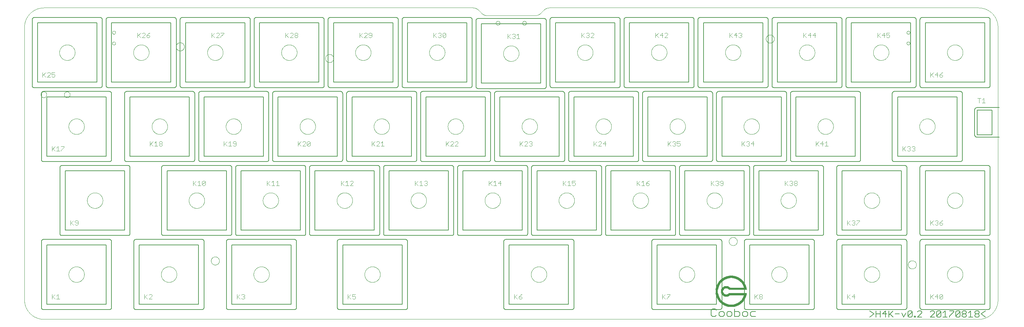
<source format=gto>
G75*
%MOIN*%
%OFA0B0*%
%FSLAX25Y25*%
%IPPOS*%
%LPD*%
%AMOC8*
5,1,8,0,0,1.08239X$1,22.5*
%
%ADD10C,0.00000*%
%ADD11C,0.00600*%
%ADD12C,0.00500*%
%ADD13C,0.00400*%
%ADD14C,0.00700*%
%ADD15R,0.04271X0.00134*%
%ADD16R,0.05872X0.00133*%
%ADD17R,0.07207X0.00133*%
%ADD18R,0.08275X0.00133*%
%ADD19R,0.09076X0.00133*%
%ADD20R,0.10143X0.00133*%
%ADD21R,0.10944X0.00133*%
%ADD22R,0.11478X0.00133*%
%ADD23R,0.12279X0.00134*%
%ADD24R,0.12813X0.00133*%
%ADD25R,0.13346X0.00133*%
%ADD26R,0.13880X0.00133*%
%ADD27R,0.14414X0.00134*%
%ADD28R,0.14948X0.00133*%
%ADD29R,0.15482X0.00133*%
%ADD30R,0.16016X0.00133*%
%ADD31R,0.07207X0.00133*%
%ADD32R,0.06539X0.00133*%
%ADD33R,0.06540X0.00133*%
%ADD34R,0.06140X0.00133*%
%ADD35R,0.06139X0.00133*%
%ADD36R,0.05739X0.00133*%
%ADD37R,0.05472X0.00133*%
%ADD38R,0.05205X0.00133*%
%ADD39R,0.04938X0.00133*%
%ADD40R,0.04939X0.00133*%
%ADD41R,0.04671X0.00133*%
%ADD42R,0.04672X0.00133*%
%ADD43R,0.04538X0.00133*%
%ADD44R,0.04538X0.00133*%
%ADD45R,0.04404X0.00133*%
%ADD46R,0.04270X0.00133*%
%ADD47R,0.04137X0.00133*%
%ADD48R,0.04004X0.00133*%
%ADD49R,0.04004X0.00133*%
%ADD50R,0.03871X0.00133*%
%ADD51R,0.03870X0.00133*%
%ADD52R,0.03737X0.00133*%
%ADD53R,0.03737X0.00133*%
%ADD54R,0.03603X0.00133*%
%ADD55R,0.03604X0.00133*%
%ADD56R,0.03603X0.00133*%
%ADD57R,0.03604X0.00133*%
%ADD58R,0.03470X0.00134*%
%ADD59R,0.03470X0.00133*%
%ADD60R,0.03337X0.00133*%
%ADD61R,0.03337X0.00133*%
%ADD62R,0.03336X0.00133*%
%ADD63R,0.03337X0.00133*%
%ADD64R,0.03337X0.00134*%
%ADD65R,0.03204X0.00133*%
%ADD66R,0.03203X0.00133*%
%ADD67R,0.03070X0.00133*%
%ADD68R,0.03070X0.00133*%
%ADD69R,0.03069X0.00133*%
%ADD70R,0.02936X0.00133*%
%ADD71R,0.02937X0.00133*%
%ADD72R,0.02936X0.00133*%
%ADD73R,0.02803X0.00133*%
%ADD74R,0.02803X0.00133*%
%ADD75R,0.02802X0.00133*%
%ADD76R,0.02803X0.00133*%
%ADD77R,0.02803X0.00134*%
%ADD78R,0.02669X0.00133*%
%ADD79R,0.02669X0.00133*%
%ADD80R,0.02669X0.00133*%
%ADD81R,0.02669X0.00133*%
%ADD82R,0.02669X0.00134*%
%ADD83R,0.02669X0.00134*%
%ADD84R,0.02670X0.00133*%
%ADD85R,0.02536X0.00133*%
%ADD86R,0.02136X0.00133*%
%ADD87R,0.03203X0.00133*%
%ADD88R,0.04004X0.00133*%
%ADD89R,0.02536X0.00133*%
%ADD90R,0.04538X0.00133*%
%ADD91R,0.02536X0.00134*%
%ADD92R,0.05072X0.00134*%
%ADD93R,0.02403X0.00133*%
%ADD94R,0.05606X0.00133*%
%ADD95R,0.02402X0.00133*%
%ADD96R,0.06006X0.00133*%
%ADD97R,0.02402X0.00133*%
%ADD98R,0.06406X0.00133*%
%ADD99R,0.06673X0.00133*%
%ADD100R,0.06940X0.00133*%
%ADD101R,0.02536X0.00133*%
%ADD102R,0.07341X0.00133*%
%ADD103R,0.24157X0.00133*%
%ADD104R,0.24291X0.00133*%
%ADD105R,0.24557X0.00133*%
%ADD106R,0.02403X0.00133*%
%ADD107R,0.24691X0.00133*%
%ADD108R,0.02403X0.00134*%
%ADD109R,0.04138X0.00134*%
%ADD110R,0.20420X0.00134*%
%ADD111R,0.19887X0.00133*%
%ADD112R,0.02269X0.00133*%
%ADD113R,0.19486X0.00133*%
%ADD114R,0.19352X0.00133*%
%ADD115R,0.19086X0.00133*%
%ADD116R,0.18819X0.00133*%
%ADD117R,0.18552X0.00133*%
%ADD118R,0.02535X0.00133*%
%ADD119R,0.18419X0.00133*%
%ADD120R,0.18285X0.00133*%
%ADD121R,0.18284X0.00133*%
%ADD122R,0.02135X0.00133*%
%ADD123R,0.02269X0.00133*%
%ADD124R,0.02135X0.00133*%
%ADD125R,0.02002X0.00133*%
%ADD126R,0.02269X0.00133*%
%ADD127R,0.18151X0.00133*%
%ADD128R,0.02269X0.00134*%
%ADD129R,0.18151X0.00134*%
%ADD130R,0.18418X0.00133*%
%ADD131R,0.18685X0.00133*%
%ADD132R,0.18952X0.00133*%
%ADD133R,0.19619X0.00133*%
%ADD134R,0.03737X0.00133*%
%ADD135R,0.20020X0.00133*%
%ADD136R,0.24825X0.00133*%
%ADD137R,0.24691X0.00133*%
%ADD138R,0.07741X0.00133*%
%ADD139R,0.07474X0.00133*%
%ADD140R,0.05872X0.00133*%
%ADD141R,0.05339X0.00133*%
%ADD142R,0.04939X0.00134*%
%ADD143R,0.04271X0.00133*%
%ADD144R,0.03336X0.00133*%
%ADD145R,0.14414X0.00133*%
%ADD146R,0.13880X0.00133*%
%ADD147R,0.12279X0.00133*%
%ADD148R,0.11478X0.00133*%
D10*
X0024685Y0001567D02*
X0969567Y0001567D01*
X0970043Y0001573D01*
X0970518Y0001590D01*
X0970993Y0001619D01*
X0971467Y0001659D01*
X0971940Y0001711D01*
X0972411Y0001774D01*
X0972881Y0001848D01*
X0973349Y0001934D01*
X0973815Y0002031D01*
X0974278Y0002139D01*
X0974738Y0002258D01*
X0975196Y0002389D01*
X0975650Y0002530D01*
X0976101Y0002683D01*
X0976547Y0002846D01*
X0976990Y0003020D01*
X0977428Y0003205D01*
X0977862Y0003400D01*
X0978291Y0003606D01*
X0978715Y0003822D01*
X0979134Y0004048D01*
X0979547Y0004284D01*
X0979954Y0004530D01*
X0980355Y0004786D01*
X0980749Y0005052D01*
X0981138Y0005327D01*
X0981519Y0005611D01*
X0981893Y0005904D01*
X0982261Y0006206D01*
X0982621Y0006518D01*
X0982973Y0006837D01*
X0983317Y0007165D01*
X0983654Y0007502D01*
X0983982Y0007846D01*
X0984301Y0008198D01*
X0984613Y0008558D01*
X0984915Y0008926D01*
X0985208Y0009300D01*
X0985492Y0009681D01*
X0985767Y0010070D01*
X0986033Y0010464D01*
X0986289Y0010865D01*
X0986535Y0011272D01*
X0986771Y0011685D01*
X0986997Y0012104D01*
X0987213Y0012528D01*
X0987419Y0012957D01*
X0987614Y0013391D01*
X0987799Y0013829D01*
X0987973Y0014272D01*
X0988136Y0014718D01*
X0988289Y0015169D01*
X0988430Y0015623D01*
X0988561Y0016081D01*
X0988680Y0016541D01*
X0988788Y0017004D01*
X0988885Y0017470D01*
X0988971Y0017938D01*
X0989045Y0018408D01*
X0989108Y0018879D01*
X0989160Y0019352D01*
X0989200Y0019826D01*
X0989229Y0020301D01*
X0989246Y0020776D01*
X0989252Y0021252D01*
X0989252Y0296842D01*
X0989246Y0297318D01*
X0989229Y0297793D01*
X0989200Y0298268D01*
X0989160Y0298742D01*
X0989108Y0299215D01*
X0989045Y0299686D01*
X0988971Y0300156D01*
X0988885Y0300624D01*
X0988788Y0301090D01*
X0988680Y0301553D01*
X0988561Y0302013D01*
X0988430Y0302471D01*
X0988289Y0302925D01*
X0988136Y0303376D01*
X0987973Y0303822D01*
X0987799Y0304265D01*
X0987614Y0304703D01*
X0987419Y0305137D01*
X0987213Y0305566D01*
X0986997Y0305990D01*
X0986771Y0306409D01*
X0986535Y0306822D01*
X0986289Y0307229D01*
X0986033Y0307630D01*
X0985767Y0308024D01*
X0985492Y0308413D01*
X0985208Y0308794D01*
X0984915Y0309168D01*
X0984613Y0309536D01*
X0984301Y0309896D01*
X0983982Y0310248D01*
X0983654Y0310592D01*
X0983317Y0310929D01*
X0982973Y0311257D01*
X0982621Y0311576D01*
X0982261Y0311888D01*
X0981893Y0312190D01*
X0981519Y0312483D01*
X0981138Y0312767D01*
X0980749Y0313042D01*
X0980355Y0313308D01*
X0979954Y0313564D01*
X0979547Y0313810D01*
X0979134Y0314046D01*
X0978715Y0314272D01*
X0978291Y0314488D01*
X0977862Y0314694D01*
X0977428Y0314889D01*
X0976990Y0315074D01*
X0976547Y0315248D01*
X0976101Y0315411D01*
X0975650Y0315564D01*
X0975196Y0315705D01*
X0974738Y0315836D01*
X0974278Y0315955D01*
X0973815Y0316063D01*
X0973349Y0316160D01*
X0972881Y0316246D01*
X0972411Y0316320D01*
X0971940Y0316383D01*
X0971467Y0316435D01*
X0970993Y0316475D01*
X0970518Y0316504D01*
X0970043Y0316521D01*
X0969567Y0316527D01*
X0535821Y0316527D01*
X0530253Y0314221D02*
X0526991Y0310960D01*
X0521424Y0308653D02*
X0472828Y0308653D01*
X0467261Y0310960D02*
X0463999Y0314221D01*
X0458431Y0316527D02*
X0024685Y0316527D01*
X0024209Y0316521D01*
X0023734Y0316504D01*
X0023259Y0316475D01*
X0022785Y0316435D01*
X0022312Y0316383D01*
X0021841Y0316320D01*
X0021371Y0316246D01*
X0020903Y0316160D01*
X0020437Y0316063D01*
X0019974Y0315955D01*
X0019514Y0315836D01*
X0019056Y0315705D01*
X0018602Y0315564D01*
X0018151Y0315411D01*
X0017705Y0315248D01*
X0017262Y0315074D01*
X0016824Y0314889D01*
X0016390Y0314694D01*
X0015961Y0314488D01*
X0015537Y0314272D01*
X0015118Y0314046D01*
X0014705Y0313810D01*
X0014298Y0313564D01*
X0013897Y0313308D01*
X0013503Y0313042D01*
X0013114Y0312767D01*
X0012733Y0312483D01*
X0012359Y0312190D01*
X0011991Y0311888D01*
X0011631Y0311576D01*
X0011279Y0311257D01*
X0010935Y0310929D01*
X0010598Y0310592D01*
X0010270Y0310248D01*
X0009951Y0309896D01*
X0009639Y0309536D01*
X0009337Y0309168D01*
X0009044Y0308794D01*
X0008760Y0308413D01*
X0008485Y0308024D01*
X0008219Y0307630D01*
X0007963Y0307229D01*
X0007717Y0306822D01*
X0007481Y0306409D01*
X0007255Y0305990D01*
X0007039Y0305566D01*
X0006833Y0305137D01*
X0006638Y0304703D01*
X0006453Y0304265D01*
X0006279Y0303822D01*
X0006116Y0303376D01*
X0005963Y0302925D01*
X0005822Y0302471D01*
X0005691Y0302013D01*
X0005572Y0301553D01*
X0005464Y0301090D01*
X0005367Y0300624D01*
X0005281Y0300156D01*
X0005207Y0299686D01*
X0005144Y0299215D01*
X0005092Y0298742D01*
X0005052Y0298268D01*
X0005023Y0297793D01*
X0005006Y0297318D01*
X0005000Y0296842D01*
X0005000Y0021252D01*
X0005006Y0020776D01*
X0005023Y0020301D01*
X0005052Y0019826D01*
X0005092Y0019352D01*
X0005144Y0018879D01*
X0005207Y0018408D01*
X0005281Y0017938D01*
X0005367Y0017470D01*
X0005464Y0017004D01*
X0005572Y0016541D01*
X0005691Y0016081D01*
X0005822Y0015623D01*
X0005963Y0015169D01*
X0006116Y0014718D01*
X0006279Y0014272D01*
X0006453Y0013829D01*
X0006638Y0013391D01*
X0006833Y0012957D01*
X0007039Y0012528D01*
X0007255Y0012104D01*
X0007481Y0011685D01*
X0007717Y0011272D01*
X0007963Y0010865D01*
X0008219Y0010464D01*
X0008485Y0010070D01*
X0008760Y0009681D01*
X0009044Y0009300D01*
X0009337Y0008926D01*
X0009639Y0008558D01*
X0009951Y0008198D01*
X0010270Y0007846D01*
X0010598Y0007502D01*
X0010935Y0007165D01*
X0011279Y0006837D01*
X0011631Y0006518D01*
X0011991Y0006206D01*
X0012359Y0005904D01*
X0012733Y0005611D01*
X0013114Y0005327D01*
X0013503Y0005052D01*
X0013897Y0004786D01*
X0014298Y0004530D01*
X0014705Y0004284D01*
X0015118Y0004048D01*
X0015537Y0003822D01*
X0015961Y0003606D01*
X0016390Y0003400D01*
X0016824Y0003205D01*
X0017262Y0003020D01*
X0017705Y0002846D01*
X0018151Y0002683D01*
X0018602Y0002530D01*
X0019056Y0002389D01*
X0019514Y0002258D01*
X0019974Y0002139D01*
X0020437Y0002031D01*
X0020903Y0001934D01*
X0021371Y0001848D01*
X0021841Y0001774D01*
X0022312Y0001711D01*
X0022785Y0001659D01*
X0023259Y0001619D01*
X0023734Y0001590D01*
X0024209Y0001573D01*
X0024685Y0001567D01*
X0049782Y0046842D02*
X0049784Y0047035D01*
X0049791Y0047228D01*
X0049803Y0047421D01*
X0049820Y0047614D01*
X0049841Y0047806D01*
X0049867Y0047998D01*
X0049898Y0048188D01*
X0049933Y0048378D01*
X0049973Y0048567D01*
X0050018Y0048755D01*
X0050067Y0048942D01*
X0050121Y0049128D01*
X0050179Y0049312D01*
X0050242Y0049495D01*
X0050310Y0049676D01*
X0050381Y0049856D01*
X0050458Y0050033D01*
X0050538Y0050209D01*
X0050623Y0050383D01*
X0050712Y0050554D01*
X0050805Y0050724D01*
X0050902Y0050891D01*
X0051004Y0051055D01*
X0051109Y0051217D01*
X0051219Y0051376D01*
X0051332Y0051533D01*
X0051449Y0051687D01*
X0051570Y0051838D01*
X0051694Y0051986D01*
X0051822Y0052131D01*
X0051954Y0052272D01*
X0052089Y0052410D01*
X0052227Y0052545D01*
X0052368Y0052677D01*
X0052513Y0052805D01*
X0052661Y0052929D01*
X0052812Y0053050D01*
X0052966Y0053167D01*
X0053123Y0053280D01*
X0053282Y0053390D01*
X0053444Y0053495D01*
X0053608Y0053597D01*
X0053775Y0053694D01*
X0053945Y0053787D01*
X0054116Y0053876D01*
X0054290Y0053961D01*
X0054466Y0054041D01*
X0054643Y0054118D01*
X0054823Y0054189D01*
X0055004Y0054257D01*
X0055187Y0054320D01*
X0055371Y0054378D01*
X0055557Y0054432D01*
X0055744Y0054481D01*
X0055932Y0054526D01*
X0056121Y0054566D01*
X0056311Y0054601D01*
X0056501Y0054632D01*
X0056693Y0054658D01*
X0056885Y0054679D01*
X0057078Y0054696D01*
X0057271Y0054708D01*
X0057464Y0054715D01*
X0057657Y0054717D01*
X0057850Y0054715D01*
X0058043Y0054708D01*
X0058236Y0054696D01*
X0058429Y0054679D01*
X0058621Y0054658D01*
X0058813Y0054632D01*
X0059003Y0054601D01*
X0059193Y0054566D01*
X0059382Y0054526D01*
X0059570Y0054481D01*
X0059757Y0054432D01*
X0059943Y0054378D01*
X0060127Y0054320D01*
X0060310Y0054257D01*
X0060491Y0054189D01*
X0060671Y0054118D01*
X0060848Y0054041D01*
X0061024Y0053961D01*
X0061198Y0053876D01*
X0061369Y0053787D01*
X0061539Y0053694D01*
X0061706Y0053597D01*
X0061870Y0053495D01*
X0062032Y0053390D01*
X0062191Y0053280D01*
X0062348Y0053167D01*
X0062502Y0053050D01*
X0062653Y0052929D01*
X0062801Y0052805D01*
X0062946Y0052677D01*
X0063087Y0052545D01*
X0063225Y0052410D01*
X0063360Y0052272D01*
X0063492Y0052131D01*
X0063620Y0051986D01*
X0063744Y0051838D01*
X0063865Y0051687D01*
X0063982Y0051533D01*
X0064095Y0051376D01*
X0064205Y0051217D01*
X0064310Y0051055D01*
X0064412Y0050891D01*
X0064509Y0050724D01*
X0064602Y0050554D01*
X0064691Y0050383D01*
X0064776Y0050209D01*
X0064856Y0050033D01*
X0064933Y0049856D01*
X0065004Y0049676D01*
X0065072Y0049495D01*
X0065135Y0049312D01*
X0065193Y0049128D01*
X0065247Y0048942D01*
X0065296Y0048755D01*
X0065341Y0048567D01*
X0065381Y0048378D01*
X0065416Y0048188D01*
X0065447Y0047998D01*
X0065473Y0047806D01*
X0065494Y0047614D01*
X0065511Y0047421D01*
X0065523Y0047228D01*
X0065530Y0047035D01*
X0065532Y0046842D01*
X0065530Y0046649D01*
X0065523Y0046456D01*
X0065511Y0046263D01*
X0065494Y0046070D01*
X0065473Y0045878D01*
X0065447Y0045686D01*
X0065416Y0045496D01*
X0065381Y0045306D01*
X0065341Y0045117D01*
X0065296Y0044929D01*
X0065247Y0044742D01*
X0065193Y0044556D01*
X0065135Y0044372D01*
X0065072Y0044189D01*
X0065004Y0044008D01*
X0064933Y0043828D01*
X0064856Y0043651D01*
X0064776Y0043475D01*
X0064691Y0043301D01*
X0064602Y0043130D01*
X0064509Y0042960D01*
X0064412Y0042793D01*
X0064310Y0042629D01*
X0064205Y0042467D01*
X0064095Y0042308D01*
X0063982Y0042151D01*
X0063865Y0041997D01*
X0063744Y0041846D01*
X0063620Y0041698D01*
X0063492Y0041553D01*
X0063360Y0041412D01*
X0063225Y0041274D01*
X0063087Y0041139D01*
X0062946Y0041007D01*
X0062801Y0040879D01*
X0062653Y0040755D01*
X0062502Y0040634D01*
X0062348Y0040517D01*
X0062191Y0040404D01*
X0062032Y0040294D01*
X0061870Y0040189D01*
X0061706Y0040087D01*
X0061539Y0039990D01*
X0061369Y0039897D01*
X0061198Y0039808D01*
X0061024Y0039723D01*
X0060848Y0039643D01*
X0060671Y0039566D01*
X0060491Y0039495D01*
X0060310Y0039427D01*
X0060127Y0039364D01*
X0059943Y0039306D01*
X0059757Y0039252D01*
X0059570Y0039203D01*
X0059382Y0039158D01*
X0059193Y0039118D01*
X0059003Y0039083D01*
X0058813Y0039052D01*
X0058621Y0039026D01*
X0058429Y0039005D01*
X0058236Y0038988D01*
X0058043Y0038976D01*
X0057850Y0038969D01*
X0057657Y0038967D01*
X0057464Y0038969D01*
X0057271Y0038976D01*
X0057078Y0038988D01*
X0056885Y0039005D01*
X0056693Y0039026D01*
X0056501Y0039052D01*
X0056311Y0039083D01*
X0056121Y0039118D01*
X0055932Y0039158D01*
X0055744Y0039203D01*
X0055557Y0039252D01*
X0055371Y0039306D01*
X0055187Y0039364D01*
X0055004Y0039427D01*
X0054823Y0039495D01*
X0054643Y0039566D01*
X0054466Y0039643D01*
X0054290Y0039723D01*
X0054116Y0039808D01*
X0053945Y0039897D01*
X0053775Y0039990D01*
X0053608Y0040087D01*
X0053444Y0040189D01*
X0053282Y0040294D01*
X0053123Y0040404D01*
X0052966Y0040517D01*
X0052812Y0040634D01*
X0052661Y0040755D01*
X0052513Y0040879D01*
X0052368Y0041007D01*
X0052227Y0041139D01*
X0052089Y0041274D01*
X0051954Y0041412D01*
X0051822Y0041553D01*
X0051694Y0041698D01*
X0051570Y0041846D01*
X0051449Y0041997D01*
X0051332Y0042151D01*
X0051219Y0042308D01*
X0051109Y0042467D01*
X0051004Y0042629D01*
X0050902Y0042793D01*
X0050805Y0042960D01*
X0050712Y0043130D01*
X0050623Y0043301D01*
X0050538Y0043475D01*
X0050458Y0043651D01*
X0050381Y0043828D01*
X0050310Y0044008D01*
X0050242Y0044189D01*
X0050179Y0044372D01*
X0050121Y0044556D01*
X0050067Y0044742D01*
X0050018Y0044929D01*
X0049973Y0045117D01*
X0049933Y0045306D01*
X0049898Y0045496D01*
X0049867Y0045686D01*
X0049841Y0045878D01*
X0049820Y0046070D01*
X0049803Y0046263D01*
X0049791Y0046456D01*
X0049784Y0046649D01*
X0049782Y0046842D01*
X0143286Y0046842D02*
X0143288Y0047035D01*
X0143295Y0047228D01*
X0143307Y0047421D01*
X0143324Y0047614D01*
X0143345Y0047806D01*
X0143371Y0047998D01*
X0143402Y0048188D01*
X0143437Y0048378D01*
X0143477Y0048567D01*
X0143522Y0048755D01*
X0143571Y0048942D01*
X0143625Y0049128D01*
X0143683Y0049312D01*
X0143746Y0049495D01*
X0143814Y0049676D01*
X0143885Y0049856D01*
X0143962Y0050033D01*
X0144042Y0050209D01*
X0144127Y0050383D01*
X0144216Y0050554D01*
X0144309Y0050724D01*
X0144406Y0050891D01*
X0144508Y0051055D01*
X0144613Y0051217D01*
X0144723Y0051376D01*
X0144836Y0051533D01*
X0144953Y0051687D01*
X0145074Y0051838D01*
X0145198Y0051986D01*
X0145326Y0052131D01*
X0145458Y0052272D01*
X0145593Y0052410D01*
X0145731Y0052545D01*
X0145872Y0052677D01*
X0146017Y0052805D01*
X0146165Y0052929D01*
X0146316Y0053050D01*
X0146470Y0053167D01*
X0146627Y0053280D01*
X0146786Y0053390D01*
X0146948Y0053495D01*
X0147112Y0053597D01*
X0147279Y0053694D01*
X0147449Y0053787D01*
X0147620Y0053876D01*
X0147794Y0053961D01*
X0147970Y0054041D01*
X0148147Y0054118D01*
X0148327Y0054189D01*
X0148508Y0054257D01*
X0148691Y0054320D01*
X0148875Y0054378D01*
X0149061Y0054432D01*
X0149248Y0054481D01*
X0149436Y0054526D01*
X0149625Y0054566D01*
X0149815Y0054601D01*
X0150005Y0054632D01*
X0150197Y0054658D01*
X0150389Y0054679D01*
X0150582Y0054696D01*
X0150775Y0054708D01*
X0150968Y0054715D01*
X0151161Y0054717D01*
X0151354Y0054715D01*
X0151547Y0054708D01*
X0151740Y0054696D01*
X0151933Y0054679D01*
X0152125Y0054658D01*
X0152317Y0054632D01*
X0152507Y0054601D01*
X0152697Y0054566D01*
X0152886Y0054526D01*
X0153074Y0054481D01*
X0153261Y0054432D01*
X0153447Y0054378D01*
X0153631Y0054320D01*
X0153814Y0054257D01*
X0153995Y0054189D01*
X0154175Y0054118D01*
X0154352Y0054041D01*
X0154528Y0053961D01*
X0154702Y0053876D01*
X0154873Y0053787D01*
X0155043Y0053694D01*
X0155210Y0053597D01*
X0155374Y0053495D01*
X0155536Y0053390D01*
X0155695Y0053280D01*
X0155852Y0053167D01*
X0156006Y0053050D01*
X0156157Y0052929D01*
X0156305Y0052805D01*
X0156450Y0052677D01*
X0156591Y0052545D01*
X0156729Y0052410D01*
X0156864Y0052272D01*
X0156996Y0052131D01*
X0157124Y0051986D01*
X0157248Y0051838D01*
X0157369Y0051687D01*
X0157486Y0051533D01*
X0157599Y0051376D01*
X0157709Y0051217D01*
X0157814Y0051055D01*
X0157916Y0050891D01*
X0158013Y0050724D01*
X0158106Y0050554D01*
X0158195Y0050383D01*
X0158280Y0050209D01*
X0158360Y0050033D01*
X0158437Y0049856D01*
X0158508Y0049676D01*
X0158576Y0049495D01*
X0158639Y0049312D01*
X0158697Y0049128D01*
X0158751Y0048942D01*
X0158800Y0048755D01*
X0158845Y0048567D01*
X0158885Y0048378D01*
X0158920Y0048188D01*
X0158951Y0047998D01*
X0158977Y0047806D01*
X0158998Y0047614D01*
X0159015Y0047421D01*
X0159027Y0047228D01*
X0159034Y0047035D01*
X0159036Y0046842D01*
X0159034Y0046649D01*
X0159027Y0046456D01*
X0159015Y0046263D01*
X0158998Y0046070D01*
X0158977Y0045878D01*
X0158951Y0045686D01*
X0158920Y0045496D01*
X0158885Y0045306D01*
X0158845Y0045117D01*
X0158800Y0044929D01*
X0158751Y0044742D01*
X0158697Y0044556D01*
X0158639Y0044372D01*
X0158576Y0044189D01*
X0158508Y0044008D01*
X0158437Y0043828D01*
X0158360Y0043651D01*
X0158280Y0043475D01*
X0158195Y0043301D01*
X0158106Y0043130D01*
X0158013Y0042960D01*
X0157916Y0042793D01*
X0157814Y0042629D01*
X0157709Y0042467D01*
X0157599Y0042308D01*
X0157486Y0042151D01*
X0157369Y0041997D01*
X0157248Y0041846D01*
X0157124Y0041698D01*
X0156996Y0041553D01*
X0156864Y0041412D01*
X0156729Y0041274D01*
X0156591Y0041139D01*
X0156450Y0041007D01*
X0156305Y0040879D01*
X0156157Y0040755D01*
X0156006Y0040634D01*
X0155852Y0040517D01*
X0155695Y0040404D01*
X0155536Y0040294D01*
X0155374Y0040189D01*
X0155210Y0040087D01*
X0155043Y0039990D01*
X0154873Y0039897D01*
X0154702Y0039808D01*
X0154528Y0039723D01*
X0154352Y0039643D01*
X0154175Y0039566D01*
X0153995Y0039495D01*
X0153814Y0039427D01*
X0153631Y0039364D01*
X0153447Y0039306D01*
X0153261Y0039252D01*
X0153074Y0039203D01*
X0152886Y0039158D01*
X0152697Y0039118D01*
X0152507Y0039083D01*
X0152317Y0039052D01*
X0152125Y0039026D01*
X0151933Y0039005D01*
X0151740Y0038988D01*
X0151547Y0038976D01*
X0151354Y0038969D01*
X0151161Y0038967D01*
X0150968Y0038969D01*
X0150775Y0038976D01*
X0150582Y0038988D01*
X0150389Y0039005D01*
X0150197Y0039026D01*
X0150005Y0039052D01*
X0149815Y0039083D01*
X0149625Y0039118D01*
X0149436Y0039158D01*
X0149248Y0039203D01*
X0149061Y0039252D01*
X0148875Y0039306D01*
X0148691Y0039364D01*
X0148508Y0039427D01*
X0148327Y0039495D01*
X0148147Y0039566D01*
X0147970Y0039643D01*
X0147794Y0039723D01*
X0147620Y0039808D01*
X0147449Y0039897D01*
X0147279Y0039990D01*
X0147112Y0040087D01*
X0146948Y0040189D01*
X0146786Y0040294D01*
X0146627Y0040404D01*
X0146470Y0040517D01*
X0146316Y0040634D01*
X0146165Y0040755D01*
X0146017Y0040879D01*
X0145872Y0041007D01*
X0145731Y0041139D01*
X0145593Y0041274D01*
X0145458Y0041412D01*
X0145326Y0041553D01*
X0145198Y0041698D01*
X0145074Y0041846D01*
X0144953Y0041997D01*
X0144836Y0042151D01*
X0144723Y0042308D01*
X0144613Y0042467D01*
X0144508Y0042629D01*
X0144406Y0042793D01*
X0144309Y0042960D01*
X0144216Y0043130D01*
X0144127Y0043301D01*
X0144042Y0043475D01*
X0143962Y0043651D01*
X0143885Y0043828D01*
X0143814Y0044008D01*
X0143746Y0044189D01*
X0143683Y0044372D01*
X0143625Y0044556D01*
X0143571Y0044742D01*
X0143522Y0044929D01*
X0143477Y0045117D01*
X0143437Y0045306D01*
X0143402Y0045496D01*
X0143371Y0045686D01*
X0143345Y0045878D01*
X0143324Y0046070D01*
X0143307Y0046263D01*
X0143295Y0046456D01*
X0143288Y0046649D01*
X0143286Y0046842D01*
X0193779Y0060622D02*
X0193781Y0060750D01*
X0193787Y0060878D01*
X0193797Y0061005D01*
X0193811Y0061133D01*
X0193828Y0061259D01*
X0193850Y0061385D01*
X0193876Y0061511D01*
X0193905Y0061635D01*
X0193938Y0061759D01*
X0193975Y0061881D01*
X0194016Y0062002D01*
X0194061Y0062122D01*
X0194109Y0062241D01*
X0194161Y0062358D01*
X0194217Y0062473D01*
X0194276Y0062587D01*
X0194338Y0062698D01*
X0194404Y0062808D01*
X0194473Y0062915D01*
X0194546Y0063021D01*
X0194622Y0063124D01*
X0194701Y0063224D01*
X0194783Y0063323D01*
X0194868Y0063418D01*
X0194956Y0063511D01*
X0195047Y0063601D01*
X0195140Y0063688D01*
X0195237Y0063773D01*
X0195335Y0063854D01*
X0195437Y0063932D01*
X0195540Y0064007D01*
X0195646Y0064079D01*
X0195754Y0064148D01*
X0195864Y0064213D01*
X0195977Y0064274D01*
X0196091Y0064333D01*
X0196206Y0064387D01*
X0196324Y0064438D01*
X0196442Y0064486D01*
X0196563Y0064529D01*
X0196684Y0064569D01*
X0196807Y0064605D01*
X0196931Y0064638D01*
X0197056Y0064666D01*
X0197181Y0064691D01*
X0197307Y0064711D01*
X0197434Y0064728D01*
X0197562Y0064741D01*
X0197689Y0064750D01*
X0197817Y0064755D01*
X0197945Y0064756D01*
X0198073Y0064753D01*
X0198201Y0064746D01*
X0198328Y0064735D01*
X0198455Y0064720D01*
X0198582Y0064702D01*
X0198708Y0064679D01*
X0198833Y0064652D01*
X0198957Y0064622D01*
X0199080Y0064588D01*
X0199203Y0064550D01*
X0199324Y0064508D01*
X0199443Y0064462D01*
X0199561Y0064413D01*
X0199678Y0064360D01*
X0199793Y0064304D01*
X0199906Y0064244D01*
X0200017Y0064181D01*
X0200126Y0064114D01*
X0200233Y0064044D01*
X0200338Y0063970D01*
X0200440Y0063894D01*
X0200540Y0063814D01*
X0200638Y0063731D01*
X0200733Y0063645D01*
X0200825Y0063556D01*
X0200914Y0063465D01*
X0201001Y0063371D01*
X0201084Y0063274D01*
X0201165Y0063174D01*
X0201242Y0063073D01*
X0201317Y0062968D01*
X0201388Y0062862D01*
X0201455Y0062753D01*
X0201520Y0062643D01*
X0201580Y0062530D01*
X0201638Y0062416D01*
X0201691Y0062300D01*
X0201741Y0062182D01*
X0201788Y0062063D01*
X0201831Y0061942D01*
X0201870Y0061820D01*
X0201905Y0061697D01*
X0201936Y0061573D01*
X0201964Y0061448D01*
X0201987Y0061322D01*
X0202007Y0061196D01*
X0202023Y0061069D01*
X0202035Y0060942D01*
X0202043Y0060814D01*
X0202047Y0060686D01*
X0202047Y0060558D01*
X0202043Y0060430D01*
X0202035Y0060302D01*
X0202023Y0060175D01*
X0202007Y0060048D01*
X0201987Y0059922D01*
X0201964Y0059796D01*
X0201936Y0059671D01*
X0201905Y0059547D01*
X0201870Y0059424D01*
X0201831Y0059302D01*
X0201788Y0059181D01*
X0201741Y0059062D01*
X0201691Y0058944D01*
X0201638Y0058828D01*
X0201580Y0058714D01*
X0201520Y0058601D01*
X0201455Y0058491D01*
X0201388Y0058382D01*
X0201317Y0058276D01*
X0201242Y0058171D01*
X0201165Y0058070D01*
X0201084Y0057970D01*
X0201001Y0057873D01*
X0200914Y0057779D01*
X0200825Y0057688D01*
X0200733Y0057599D01*
X0200638Y0057513D01*
X0200540Y0057430D01*
X0200440Y0057350D01*
X0200338Y0057274D01*
X0200233Y0057200D01*
X0200126Y0057130D01*
X0200017Y0057063D01*
X0199906Y0057000D01*
X0199793Y0056940D01*
X0199678Y0056884D01*
X0199561Y0056831D01*
X0199443Y0056782D01*
X0199324Y0056736D01*
X0199203Y0056694D01*
X0199080Y0056656D01*
X0198957Y0056622D01*
X0198833Y0056592D01*
X0198708Y0056565D01*
X0198582Y0056542D01*
X0198455Y0056524D01*
X0198328Y0056509D01*
X0198201Y0056498D01*
X0198073Y0056491D01*
X0197945Y0056488D01*
X0197817Y0056489D01*
X0197689Y0056494D01*
X0197562Y0056503D01*
X0197434Y0056516D01*
X0197307Y0056533D01*
X0197181Y0056553D01*
X0197056Y0056578D01*
X0196931Y0056606D01*
X0196807Y0056639D01*
X0196684Y0056675D01*
X0196563Y0056715D01*
X0196442Y0056758D01*
X0196324Y0056806D01*
X0196206Y0056857D01*
X0196091Y0056911D01*
X0195977Y0056970D01*
X0195864Y0057031D01*
X0195754Y0057096D01*
X0195646Y0057165D01*
X0195540Y0057237D01*
X0195437Y0057312D01*
X0195335Y0057390D01*
X0195237Y0057471D01*
X0195140Y0057556D01*
X0195047Y0057643D01*
X0194956Y0057733D01*
X0194868Y0057826D01*
X0194783Y0057921D01*
X0194701Y0058020D01*
X0194622Y0058120D01*
X0194546Y0058223D01*
X0194473Y0058329D01*
X0194404Y0058436D01*
X0194338Y0058546D01*
X0194276Y0058657D01*
X0194217Y0058771D01*
X0194161Y0058886D01*
X0194109Y0059003D01*
X0194061Y0059122D01*
X0194016Y0059242D01*
X0193975Y0059363D01*
X0193938Y0059485D01*
X0193905Y0059609D01*
X0193876Y0059733D01*
X0193850Y0059859D01*
X0193828Y0059985D01*
X0193811Y0060111D01*
X0193797Y0060239D01*
X0193787Y0060366D01*
X0193781Y0060494D01*
X0193779Y0060622D01*
X0236790Y0046842D02*
X0236792Y0047035D01*
X0236799Y0047228D01*
X0236811Y0047421D01*
X0236828Y0047614D01*
X0236849Y0047806D01*
X0236875Y0047998D01*
X0236906Y0048188D01*
X0236941Y0048378D01*
X0236981Y0048567D01*
X0237026Y0048755D01*
X0237075Y0048942D01*
X0237129Y0049128D01*
X0237187Y0049312D01*
X0237250Y0049495D01*
X0237318Y0049676D01*
X0237389Y0049856D01*
X0237466Y0050033D01*
X0237546Y0050209D01*
X0237631Y0050383D01*
X0237720Y0050554D01*
X0237813Y0050724D01*
X0237910Y0050891D01*
X0238012Y0051055D01*
X0238117Y0051217D01*
X0238227Y0051376D01*
X0238340Y0051533D01*
X0238457Y0051687D01*
X0238578Y0051838D01*
X0238702Y0051986D01*
X0238830Y0052131D01*
X0238962Y0052272D01*
X0239097Y0052410D01*
X0239235Y0052545D01*
X0239376Y0052677D01*
X0239521Y0052805D01*
X0239669Y0052929D01*
X0239820Y0053050D01*
X0239974Y0053167D01*
X0240131Y0053280D01*
X0240290Y0053390D01*
X0240452Y0053495D01*
X0240616Y0053597D01*
X0240783Y0053694D01*
X0240953Y0053787D01*
X0241124Y0053876D01*
X0241298Y0053961D01*
X0241474Y0054041D01*
X0241651Y0054118D01*
X0241831Y0054189D01*
X0242012Y0054257D01*
X0242195Y0054320D01*
X0242379Y0054378D01*
X0242565Y0054432D01*
X0242752Y0054481D01*
X0242940Y0054526D01*
X0243129Y0054566D01*
X0243319Y0054601D01*
X0243509Y0054632D01*
X0243701Y0054658D01*
X0243893Y0054679D01*
X0244086Y0054696D01*
X0244279Y0054708D01*
X0244472Y0054715D01*
X0244665Y0054717D01*
X0244858Y0054715D01*
X0245051Y0054708D01*
X0245244Y0054696D01*
X0245437Y0054679D01*
X0245629Y0054658D01*
X0245821Y0054632D01*
X0246011Y0054601D01*
X0246201Y0054566D01*
X0246390Y0054526D01*
X0246578Y0054481D01*
X0246765Y0054432D01*
X0246951Y0054378D01*
X0247135Y0054320D01*
X0247318Y0054257D01*
X0247499Y0054189D01*
X0247679Y0054118D01*
X0247856Y0054041D01*
X0248032Y0053961D01*
X0248206Y0053876D01*
X0248377Y0053787D01*
X0248547Y0053694D01*
X0248714Y0053597D01*
X0248878Y0053495D01*
X0249040Y0053390D01*
X0249199Y0053280D01*
X0249356Y0053167D01*
X0249510Y0053050D01*
X0249661Y0052929D01*
X0249809Y0052805D01*
X0249954Y0052677D01*
X0250095Y0052545D01*
X0250233Y0052410D01*
X0250368Y0052272D01*
X0250500Y0052131D01*
X0250628Y0051986D01*
X0250752Y0051838D01*
X0250873Y0051687D01*
X0250990Y0051533D01*
X0251103Y0051376D01*
X0251213Y0051217D01*
X0251318Y0051055D01*
X0251420Y0050891D01*
X0251517Y0050724D01*
X0251610Y0050554D01*
X0251699Y0050383D01*
X0251784Y0050209D01*
X0251864Y0050033D01*
X0251941Y0049856D01*
X0252012Y0049676D01*
X0252080Y0049495D01*
X0252143Y0049312D01*
X0252201Y0049128D01*
X0252255Y0048942D01*
X0252304Y0048755D01*
X0252349Y0048567D01*
X0252389Y0048378D01*
X0252424Y0048188D01*
X0252455Y0047998D01*
X0252481Y0047806D01*
X0252502Y0047614D01*
X0252519Y0047421D01*
X0252531Y0047228D01*
X0252538Y0047035D01*
X0252540Y0046842D01*
X0252538Y0046649D01*
X0252531Y0046456D01*
X0252519Y0046263D01*
X0252502Y0046070D01*
X0252481Y0045878D01*
X0252455Y0045686D01*
X0252424Y0045496D01*
X0252389Y0045306D01*
X0252349Y0045117D01*
X0252304Y0044929D01*
X0252255Y0044742D01*
X0252201Y0044556D01*
X0252143Y0044372D01*
X0252080Y0044189D01*
X0252012Y0044008D01*
X0251941Y0043828D01*
X0251864Y0043651D01*
X0251784Y0043475D01*
X0251699Y0043301D01*
X0251610Y0043130D01*
X0251517Y0042960D01*
X0251420Y0042793D01*
X0251318Y0042629D01*
X0251213Y0042467D01*
X0251103Y0042308D01*
X0250990Y0042151D01*
X0250873Y0041997D01*
X0250752Y0041846D01*
X0250628Y0041698D01*
X0250500Y0041553D01*
X0250368Y0041412D01*
X0250233Y0041274D01*
X0250095Y0041139D01*
X0249954Y0041007D01*
X0249809Y0040879D01*
X0249661Y0040755D01*
X0249510Y0040634D01*
X0249356Y0040517D01*
X0249199Y0040404D01*
X0249040Y0040294D01*
X0248878Y0040189D01*
X0248714Y0040087D01*
X0248547Y0039990D01*
X0248377Y0039897D01*
X0248206Y0039808D01*
X0248032Y0039723D01*
X0247856Y0039643D01*
X0247679Y0039566D01*
X0247499Y0039495D01*
X0247318Y0039427D01*
X0247135Y0039364D01*
X0246951Y0039306D01*
X0246765Y0039252D01*
X0246578Y0039203D01*
X0246390Y0039158D01*
X0246201Y0039118D01*
X0246011Y0039083D01*
X0245821Y0039052D01*
X0245629Y0039026D01*
X0245437Y0039005D01*
X0245244Y0038988D01*
X0245051Y0038976D01*
X0244858Y0038969D01*
X0244665Y0038967D01*
X0244472Y0038969D01*
X0244279Y0038976D01*
X0244086Y0038988D01*
X0243893Y0039005D01*
X0243701Y0039026D01*
X0243509Y0039052D01*
X0243319Y0039083D01*
X0243129Y0039118D01*
X0242940Y0039158D01*
X0242752Y0039203D01*
X0242565Y0039252D01*
X0242379Y0039306D01*
X0242195Y0039364D01*
X0242012Y0039427D01*
X0241831Y0039495D01*
X0241651Y0039566D01*
X0241474Y0039643D01*
X0241298Y0039723D01*
X0241124Y0039808D01*
X0240953Y0039897D01*
X0240783Y0039990D01*
X0240616Y0040087D01*
X0240452Y0040189D01*
X0240290Y0040294D01*
X0240131Y0040404D01*
X0239974Y0040517D01*
X0239820Y0040634D01*
X0239669Y0040755D01*
X0239521Y0040879D01*
X0239376Y0041007D01*
X0239235Y0041139D01*
X0239097Y0041274D01*
X0238962Y0041412D01*
X0238830Y0041553D01*
X0238702Y0041698D01*
X0238578Y0041846D01*
X0238457Y0041997D01*
X0238340Y0042151D01*
X0238227Y0042308D01*
X0238117Y0042467D01*
X0238012Y0042629D01*
X0237910Y0042793D01*
X0237813Y0042960D01*
X0237720Y0043130D01*
X0237631Y0043301D01*
X0237546Y0043475D01*
X0237466Y0043651D01*
X0237389Y0043828D01*
X0237318Y0044008D01*
X0237250Y0044189D01*
X0237187Y0044372D01*
X0237129Y0044556D01*
X0237075Y0044742D01*
X0237026Y0044929D01*
X0236981Y0045117D01*
X0236941Y0045306D01*
X0236906Y0045496D01*
X0236875Y0045686D01*
X0236849Y0045878D01*
X0236828Y0046070D01*
X0236811Y0046263D01*
X0236799Y0046456D01*
X0236792Y0046649D01*
X0236790Y0046842D01*
X0348995Y0046842D02*
X0348997Y0047035D01*
X0349004Y0047228D01*
X0349016Y0047421D01*
X0349033Y0047614D01*
X0349054Y0047806D01*
X0349080Y0047998D01*
X0349111Y0048188D01*
X0349146Y0048378D01*
X0349186Y0048567D01*
X0349231Y0048755D01*
X0349280Y0048942D01*
X0349334Y0049128D01*
X0349392Y0049312D01*
X0349455Y0049495D01*
X0349523Y0049676D01*
X0349594Y0049856D01*
X0349671Y0050033D01*
X0349751Y0050209D01*
X0349836Y0050383D01*
X0349925Y0050554D01*
X0350018Y0050724D01*
X0350115Y0050891D01*
X0350217Y0051055D01*
X0350322Y0051217D01*
X0350432Y0051376D01*
X0350545Y0051533D01*
X0350662Y0051687D01*
X0350783Y0051838D01*
X0350907Y0051986D01*
X0351035Y0052131D01*
X0351167Y0052272D01*
X0351302Y0052410D01*
X0351440Y0052545D01*
X0351581Y0052677D01*
X0351726Y0052805D01*
X0351874Y0052929D01*
X0352025Y0053050D01*
X0352179Y0053167D01*
X0352336Y0053280D01*
X0352495Y0053390D01*
X0352657Y0053495D01*
X0352821Y0053597D01*
X0352988Y0053694D01*
X0353158Y0053787D01*
X0353329Y0053876D01*
X0353503Y0053961D01*
X0353679Y0054041D01*
X0353856Y0054118D01*
X0354036Y0054189D01*
X0354217Y0054257D01*
X0354400Y0054320D01*
X0354584Y0054378D01*
X0354770Y0054432D01*
X0354957Y0054481D01*
X0355145Y0054526D01*
X0355334Y0054566D01*
X0355524Y0054601D01*
X0355714Y0054632D01*
X0355906Y0054658D01*
X0356098Y0054679D01*
X0356291Y0054696D01*
X0356484Y0054708D01*
X0356677Y0054715D01*
X0356870Y0054717D01*
X0357063Y0054715D01*
X0357256Y0054708D01*
X0357449Y0054696D01*
X0357642Y0054679D01*
X0357834Y0054658D01*
X0358026Y0054632D01*
X0358216Y0054601D01*
X0358406Y0054566D01*
X0358595Y0054526D01*
X0358783Y0054481D01*
X0358970Y0054432D01*
X0359156Y0054378D01*
X0359340Y0054320D01*
X0359523Y0054257D01*
X0359704Y0054189D01*
X0359884Y0054118D01*
X0360061Y0054041D01*
X0360237Y0053961D01*
X0360411Y0053876D01*
X0360582Y0053787D01*
X0360752Y0053694D01*
X0360919Y0053597D01*
X0361083Y0053495D01*
X0361245Y0053390D01*
X0361404Y0053280D01*
X0361561Y0053167D01*
X0361715Y0053050D01*
X0361866Y0052929D01*
X0362014Y0052805D01*
X0362159Y0052677D01*
X0362300Y0052545D01*
X0362438Y0052410D01*
X0362573Y0052272D01*
X0362705Y0052131D01*
X0362833Y0051986D01*
X0362957Y0051838D01*
X0363078Y0051687D01*
X0363195Y0051533D01*
X0363308Y0051376D01*
X0363418Y0051217D01*
X0363523Y0051055D01*
X0363625Y0050891D01*
X0363722Y0050724D01*
X0363815Y0050554D01*
X0363904Y0050383D01*
X0363989Y0050209D01*
X0364069Y0050033D01*
X0364146Y0049856D01*
X0364217Y0049676D01*
X0364285Y0049495D01*
X0364348Y0049312D01*
X0364406Y0049128D01*
X0364460Y0048942D01*
X0364509Y0048755D01*
X0364554Y0048567D01*
X0364594Y0048378D01*
X0364629Y0048188D01*
X0364660Y0047998D01*
X0364686Y0047806D01*
X0364707Y0047614D01*
X0364724Y0047421D01*
X0364736Y0047228D01*
X0364743Y0047035D01*
X0364745Y0046842D01*
X0364743Y0046649D01*
X0364736Y0046456D01*
X0364724Y0046263D01*
X0364707Y0046070D01*
X0364686Y0045878D01*
X0364660Y0045686D01*
X0364629Y0045496D01*
X0364594Y0045306D01*
X0364554Y0045117D01*
X0364509Y0044929D01*
X0364460Y0044742D01*
X0364406Y0044556D01*
X0364348Y0044372D01*
X0364285Y0044189D01*
X0364217Y0044008D01*
X0364146Y0043828D01*
X0364069Y0043651D01*
X0363989Y0043475D01*
X0363904Y0043301D01*
X0363815Y0043130D01*
X0363722Y0042960D01*
X0363625Y0042793D01*
X0363523Y0042629D01*
X0363418Y0042467D01*
X0363308Y0042308D01*
X0363195Y0042151D01*
X0363078Y0041997D01*
X0362957Y0041846D01*
X0362833Y0041698D01*
X0362705Y0041553D01*
X0362573Y0041412D01*
X0362438Y0041274D01*
X0362300Y0041139D01*
X0362159Y0041007D01*
X0362014Y0040879D01*
X0361866Y0040755D01*
X0361715Y0040634D01*
X0361561Y0040517D01*
X0361404Y0040404D01*
X0361245Y0040294D01*
X0361083Y0040189D01*
X0360919Y0040087D01*
X0360752Y0039990D01*
X0360582Y0039897D01*
X0360411Y0039808D01*
X0360237Y0039723D01*
X0360061Y0039643D01*
X0359884Y0039566D01*
X0359704Y0039495D01*
X0359523Y0039427D01*
X0359340Y0039364D01*
X0359156Y0039306D01*
X0358970Y0039252D01*
X0358783Y0039203D01*
X0358595Y0039158D01*
X0358406Y0039118D01*
X0358216Y0039083D01*
X0358026Y0039052D01*
X0357834Y0039026D01*
X0357642Y0039005D01*
X0357449Y0038988D01*
X0357256Y0038976D01*
X0357063Y0038969D01*
X0356870Y0038967D01*
X0356677Y0038969D01*
X0356484Y0038976D01*
X0356291Y0038988D01*
X0356098Y0039005D01*
X0355906Y0039026D01*
X0355714Y0039052D01*
X0355524Y0039083D01*
X0355334Y0039118D01*
X0355145Y0039158D01*
X0354957Y0039203D01*
X0354770Y0039252D01*
X0354584Y0039306D01*
X0354400Y0039364D01*
X0354217Y0039427D01*
X0354036Y0039495D01*
X0353856Y0039566D01*
X0353679Y0039643D01*
X0353503Y0039723D01*
X0353329Y0039808D01*
X0353158Y0039897D01*
X0352988Y0039990D01*
X0352821Y0040087D01*
X0352657Y0040189D01*
X0352495Y0040294D01*
X0352336Y0040404D01*
X0352179Y0040517D01*
X0352025Y0040634D01*
X0351874Y0040755D01*
X0351726Y0040879D01*
X0351581Y0041007D01*
X0351440Y0041139D01*
X0351302Y0041274D01*
X0351167Y0041412D01*
X0351035Y0041553D01*
X0350907Y0041698D01*
X0350783Y0041846D01*
X0350662Y0041997D01*
X0350545Y0042151D01*
X0350432Y0042308D01*
X0350322Y0042467D01*
X0350217Y0042629D01*
X0350115Y0042793D01*
X0350018Y0042960D01*
X0349925Y0043130D01*
X0349836Y0043301D01*
X0349751Y0043475D01*
X0349671Y0043651D01*
X0349594Y0043828D01*
X0349523Y0044008D01*
X0349455Y0044189D01*
X0349392Y0044372D01*
X0349334Y0044556D01*
X0349280Y0044742D01*
X0349231Y0044929D01*
X0349186Y0045117D01*
X0349146Y0045306D01*
X0349111Y0045496D01*
X0349080Y0045686D01*
X0349054Y0045878D01*
X0349033Y0046070D01*
X0349016Y0046263D01*
X0349004Y0046456D01*
X0348997Y0046649D01*
X0348995Y0046842D01*
X0517302Y0046842D02*
X0517304Y0047035D01*
X0517311Y0047228D01*
X0517323Y0047421D01*
X0517340Y0047614D01*
X0517361Y0047806D01*
X0517387Y0047998D01*
X0517418Y0048188D01*
X0517453Y0048378D01*
X0517493Y0048567D01*
X0517538Y0048755D01*
X0517587Y0048942D01*
X0517641Y0049128D01*
X0517699Y0049312D01*
X0517762Y0049495D01*
X0517830Y0049676D01*
X0517901Y0049856D01*
X0517978Y0050033D01*
X0518058Y0050209D01*
X0518143Y0050383D01*
X0518232Y0050554D01*
X0518325Y0050724D01*
X0518422Y0050891D01*
X0518524Y0051055D01*
X0518629Y0051217D01*
X0518739Y0051376D01*
X0518852Y0051533D01*
X0518969Y0051687D01*
X0519090Y0051838D01*
X0519214Y0051986D01*
X0519342Y0052131D01*
X0519474Y0052272D01*
X0519609Y0052410D01*
X0519747Y0052545D01*
X0519888Y0052677D01*
X0520033Y0052805D01*
X0520181Y0052929D01*
X0520332Y0053050D01*
X0520486Y0053167D01*
X0520643Y0053280D01*
X0520802Y0053390D01*
X0520964Y0053495D01*
X0521128Y0053597D01*
X0521295Y0053694D01*
X0521465Y0053787D01*
X0521636Y0053876D01*
X0521810Y0053961D01*
X0521986Y0054041D01*
X0522163Y0054118D01*
X0522343Y0054189D01*
X0522524Y0054257D01*
X0522707Y0054320D01*
X0522891Y0054378D01*
X0523077Y0054432D01*
X0523264Y0054481D01*
X0523452Y0054526D01*
X0523641Y0054566D01*
X0523831Y0054601D01*
X0524021Y0054632D01*
X0524213Y0054658D01*
X0524405Y0054679D01*
X0524598Y0054696D01*
X0524791Y0054708D01*
X0524984Y0054715D01*
X0525177Y0054717D01*
X0525370Y0054715D01*
X0525563Y0054708D01*
X0525756Y0054696D01*
X0525949Y0054679D01*
X0526141Y0054658D01*
X0526333Y0054632D01*
X0526523Y0054601D01*
X0526713Y0054566D01*
X0526902Y0054526D01*
X0527090Y0054481D01*
X0527277Y0054432D01*
X0527463Y0054378D01*
X0527647Y0054320D01*
X0527830Y0054257D01*
X0528011Y0054189D01*
X0528191Y0054118D01*
X0528368Y0054041D01*
X0528544Y0053961D01*
X0528718Y0053876D01*
X0528889Y0053787D01*
X0529059Y0053694D01*
X0529226Y0053597D01*
X0529390Y0053495D01*
X0529552Y0053390D01*
X0529711Y0053280D01*
X0529868Y0053167D01*
X0530022Y0053050D01*
X0530173Y0052929D01*
X0530321Y0052805D01*
X0530466Y0052677D01*
X0530607Y0052545D01*
X0530745Y0052410D01*
X0530880Y0052272D01*
X0531012Y0052131D01*
X0531140Y0051986D01*
X0531264Y0051838D01*
X0531385Y0051687D01*
X0531502Y0051533D01*
X0531615Y0051376D01*
X0531725Y0051217D01*
X0531830Y0051055D01*
X0531932Y0050891D01*
X0532029Y0050724D01*
X0532122Y0050554D01*
X0532211Y0050383D01*
X0532296Y0050209D01*
X0532376Y0050033D01*
X0532453Y0049856D01*
X0532524Y0049676D01*
X0532592Y0049495D01*
X0532655Y0049312D01*
X0532713Y0049128D01*
X0532767Y0048942D01*
X0532816Y0048755D01*
X0532861Y0048567D01*
X0532901Y0048378D01*
X0532936Y0048188D01*
X0532967Y0047998D01*
X0532993Y0047806D01*
X0533014Y0047614D01*
X0533031Y0047421D01*
X0533043Y0047228D01*
X0533050Y0047035D01*
X0533052Y0046842D01*
X0533050Y0046649D01*
X0533043Y0046456D01*
X0533031Y0046263D01*
X0533014Y0046070D01*
X0532993Y0045878D01*
X0532967Y0045686D01*
X0532936Y0045496D01*
X0532901Y0045306D01*
X0532861Y0045117D01*
X0532816Y0044929D01*
X0532767Y0044742D01*
X0532713Y0044556D01*
X0532655Y0044372D01*
X0532592Y0044189D01*
X0532524Y0044008D01*
X0532453Y0043828D01*
X0532376Y0043651D01*
X0532296Y0043475D01*
X0532211Y0043301D01*
X0532122Y0043130D01*
X0532029Y0042960D01*
X0531932Y0042793D01*
X0531830Y0042629D01*
X0531725Y0042467D01*
X0531615Y0042308D01*
X0531502Y0042151D01*
X0531385Y0041997D01*
X0531264Y0041846D01*
X0531140Y0041698D01*
X0531012Y0041553D01*
X0530880Y0041412D01*
X0530745Y0041274D01*
X0530607Y0041139D01*
X0530466Y0041007D01*
X0530321Y0040879D01*
X0530173Y0040755D01*
X0530022Y0040634D01*
X0529868Y0040517D01*
X0529711Y0040404D01*
X0529552Y0040294D01*
X0529390Y0040189D01*
X0529226Y0040087D01*
X0529059Y0039990D01*
X0528889Y0039897D01*
X0528718Y0039808D01*
X0528544Y0039723D01*
X0528368Y0039643D01*
X0528191Y0039566D01*
X0528011Y0039495D01*
X0527830Y0039427D01*
X0527647Y0039364D01*
X0527463Y0039306D01*
X0527277Y0039252D01*
X0527090Y0039203D01*
X0526902Y0039158D01*
X0526713Y0039118D01*
X0526523Y0039083D01*
X0526333Y0039052D01*
X0526141Y0039026D01*
X0525949Y0039005D01*
X0525756Y0038988D01*
X0525563Y0038976D01*
X0525370Y0038969D01*
X0525177Y0038967D01*
X0524984Y0038969D01*
X0524791Y0038976D01*
X0524598Y0038988D01*
X0524405Y0039005D01*
X0524213Y0039026D01*
X0524021Y0039052D01*
X0523831Y0039083D01*
X0523641Y0039118D01*
X0523452Y0039158D01*
X0523264Y0039203D01*
X0523077Y0039252D01*
X0522891Y0039306D01*
X0522707Y0039364D01*
X0522524Y0039427D01*
X0522343Y0039495D01*
X0522163Y0039566D01*
X0521986Y0039643D01*
X0521810Y0039723D01*
X0521636Y0039808D01*
X0521465Y0039897D01*
X0521295Y0039990D01*
X0521128Y0040087D01*
X0520964Y0040189D01*
X0520802Y0040294D01*
X0520643Y0040404D01*
X0520486Y0040517D01*
X0520332Y0040634D01*
X0520181Y0040755D01*
X0520033Y0040879D01*
X0519888Y0041007D01*
X0519747Y0041139D01*
X0519609Y0041274D01*
X0519474Y0041412D01*
X0519342Y0041553D01*
X0519214Y0041698D01*
X0519090Y0041846D01*
X0518969Y0041997D01*
X0518852Y0042151D01*
X0518739Y0042308D01*
X0518629Y0042467D01*
X0518524Y0042629D01*
X0518422Y0042793D01*
X0518325Y0042960D01*
X0518232Y0043130D01*
X0518143Y0043301D01*
X0518058Y0043475D01*
X0517978Y0043651D01*
X0517901Y0043828D01*
X0517830Y0044008D01*
X0517762Y0044189D01*
X0517699Y0044372D01*
X0517641Y0044556D01*
X0517587Y0044742D01*
X0517538Y0044929D01*
X0517493Y0045117D01*
X0517453Y0045306D01*
X0517418Y0045496D01*
X0517387Y0045686D01*
X0517361Y0045878D01*
X0517340Y0046070D01*
X0517323Y0046263D01*
X0517311Y0046456D01*
X0517304Y0046649D01*
X0517302Y0046842D01*
X0666908Y0046842D02*
X0666910Y0047035D01*
X0666917Y0047228D01*
X0666929Y0047421D01*
X0666946Y0047614D01*
X0666967Y0047806D01*
X0666993Y0047998D01*
X0667024Y0048188D01*
X0667059Y0048378D01*
X0667099Y0048567D01*
X0667144Y0048755D01*
X0667193Y0048942D01*
X0667247Y0049128D01*
X0667305Y0049312D01*
X0667368Y0049495D01*
X0667436Y0049676D01*
X0667507Y0049856D01*
X0667584Y0050033D01*
X0667664Y0050209D01*
X0667749Y0050383D01*
X0667838Y0050554D01*
X0667931Y0050724D01*
X0668028Y0050891D01*
X0668130Y0051055D01*
X0668235Y0051217D01*
X0668345Y0051376D01*
X0668458Y0051533D01*
X0668575Y0051687D01*
X0668696Y0051838D01*
X0668820Y0051986D01*
X0668948Y0052131D01*
X0669080Y0052272D01*
X0669215Y0052410D01*
X0669353Y0052545D01*
X0669494Y0052677D01*
X0669639Y0052805D01*
X0669787Y0052929D01*
X0669938Y0053050D01*
X0670092Y0053167D01*
X0670249Y0053280D01*
X0670408Y0053390D01*
X0670570Y0053495D01*
X0670734Y0053597D01*
X0670901Y0053694D01*
X0671071Y0053787D01*
X0671242Y0053876D01*
X0671416Y0053961D01*
X0671592Y0054041D01*
X0671769Y0054118D01*
X0671949Y0054189D01*
X0672130Y0054257D01*
X0672313Y0054320D01*
X0672497Y0054378D01*
X0672683Y0054432D01*
X0672870Y0054481D01*
X0673058Y0054526D01*
X0673247Y0054566D01*
X0673437Y0054601D01*
X0673627Y0054632D01*
X0673819Y0054658D01*
X0674011Y0054679D01*
X0674204Y0054696D01*
X0674397Y0054708D01*
X0674590Y0054715D01*
X0674783Y0054717D01*
X0674976Y0054715D01*
X0675169Y0054708D01*
X0675362Y0054696D01*
X0675555Y0054679D01*
X0675747Y0054658D01*
X0675939Y0054632D01*
X0676129Y0054601D01*
X0676319Y0054566D01*
X0676508Y0054526D01*
X0676696Y0054481D01*
X0676883Y0054432D01*
X0677069Y0054378D01*
X0677253Y0054320D01*
X0677436Y0054257D01*
X0677617Y0054189D01*
X0677797Y0054118D01*
X0677974Y0054041D01*
X0678150Y0053961D01*
X0678324Y0053876D01*
X0678495Y0053787D01*
X0678665Y0053694D01*
X0678832Y0053597D01*
X0678996Y0053495D01*
X0679158Y0053390D01*
X0679317Y0053280D01*
X0679474Y0053167D01*
X0679628Y0053050D01*
X0679779Y0052929D01*
X0679927Y0052805D01*
X0680072Y0052677D01*
X0680213Y0052545D01*
X0680351Y0052410D01*
X0680486Y0052272D01*
X0680618Y0052131D01*
X0680746Y0051986D01*
X0680870Y0051838D01*
X0680991Y0051687D01*
X0681108Y0051533D01*
X0681221Y0051376D01*
X0681331Y0051217D01*
X0681436Y0051055D01*
X0681538Y0050891D01*
X0681635Y0050724D01*
X0681728Y0050554D01*
X0681817Y0050383D01*
X0681902Y0050209D01*
X0681982Y0050033D01*
X0682059Y0049856D01*
X0682130Y0049676D01*
X0682198Y0049495D01*
X0682261Y0049312D01*
X0682319Y0049128D01*
X0682373Y0048942D01*
X0682422Y0048755D01*
X0682467Y0048567D01*
X0682507Y0048378D01*
X0682542Y0048188D01*
X0682573Y0047998D01*
X0682599Y0047806D01*
X0682620Y0047614D01*
X0682637Y0047421D01*
X0682649Y0047228D01*
X0682656Y0047035D01*
X0682658Y0046842D01*
X0682656Y0046649D01*
X0682649Y0046456D01*
X0682637Y0046263D01*
X0682620Y0046070D01*
X0682599Y0045878D01*
X0682573Y0045686D01*
X0682542Y0045496D01*
X0682507Y0045306D01*
X0682467Y0045117D01*
X0682422Y0044929D01*
X0682373Y0044742D01*
X0682319Y0044556D01*
X0682261Y0044372D01*
X0682198Y0044189D01*
X0682130Y0044008D01*
X0682059Y0043828D01*
X0681982Y0043651D01*
X0681902Y0043475D01*
X0681817Y0043301D01*
X0681728Y0043130D01*
X0681635Y0042960D01*
X0681538Y0042793D01*
X0681436Y0042629D01*
X0681331Y0042467D01*
X0681221Y0042308D01*
X0681108Y0042151D01*
X0680991Y0041997D01*
X0680870Y0041846D01*
X0680746Y0041698D01*
X0680618Y0041553D01*
X0680486Y0041412D01*
X0680351Y0041274D01*
X0680213Y0041139D01*
X0680072Y0041007D01*
X0679927Y0040879D01*
X0679779Y0040755D01*
X0679628Y0040634D01*
X0679474Y0040517D01*
X0679317Y0040404D01*
X0679158Y0040294D01*
X0678996Y0040189D01*
X0678832Y0040087D01*
X0678665Y0039990D01*
X0678495Y0039897D01*
X0678324Y0039808D01*
X0678150Y0039723D01*
X0677974Y0039643D01*
X0677797Y0039566D01*
X0677617Y0039495D01*
X0677436Y0039427D01*
X0677253Y0039364D01*
X0677069Y0039306D01*
X0676883Y0039252D01*
X0676696Y0039203D01*
X0676508Y0039158D01*
X0676319Y0039118D01*
X0676129Y0039083D01*
X0675939Y0039052D01*
X0675747Y0039026D01*
X0675555Y0039005D01*
X0675362Y0038988D01*
X0675169Y0038976D01*
X0674976Y0038969D01*
X0674783Y0038967D01*
X0674590Y0038969D01*
X0674397Y0038976D01*
X0674204Y0038988D01*
X0674011Y0039005D01*
X0673819Y0039026D01*
X0673627Y0039052D01*
X0673437Y0039083D01*
X0673247Y0039118D01*
X0673058Y0039158D01*
X0672870Y0039203D01*
X0672683Y0039252D01*
X0672497Y0039306D01*
X0672313Y0039364D01*
X0672130Y0039427D01*
X0671949Y0039495D01*
X0671769Y0039566D01*
X0671592Y0039643D01*
X0671416Y0039723D01*
X0671242Y0039808D01*
X0671071Y0039897D01*
X0670901Y0039990D01*
X0670734Y0040087D01*
X0670570Y0040189D01*
X0670408Y0040294D01*
X0670249Y0040404D01*
X0670092Y0040517D01*
X0669938Y0040634D01*
X0669787Y0040755D01*
X0669639Y0040879D01*
X0669494Y0041007D01*
X0669353Y0041139D01*
X0669215Y0041274D01*
X0669080Y0041412D01*
X0668948Y0041553D01*
X0668820Y0041698D01*
X0668696Y0041846D01*
X0668575Y0041997D01*
X0668458Y0042151D01*
X0668345Y0042308D01*
X0668235Y0042467D01*
X0668130Y0042629D01*
X0668028Y0042793D01*
X0667931Y0042960D01*
X0667838Y0043130D01*
X0667749Y0043301D01*
X0667664Y0043475D01*
X0667584Y0043651D01*
X0667507Y0043828D01*
X0667436Y0044008D01*
X0667368Y0044189D01*
X0667305Y0044372D01*
X0667247Y0044556D01*
X0667193Y0044742D01*
X0667144Y0044929D01*
X0667099Y0045117D01*
X0667059Y0045306D01*
X0667024Y0045496D01*
X0666993Y0045686D01*
X0666967Y0045878D01*
X0666946Y0046070D01*
X0666929Y0046263D01*
X0666917Y0046456D01*
X0666910Y0046649D01*
X0666908Y0046842D01*
X0717401Y0080307D02*
X0717403Y0080435D01*
X0717409Y0080563D01*
X0717419Y0080690D01*
X0717433Y0080818D01*
X0717450Y0080944D01*
X0717472Y0081070D01*
X0717498Y0081196D01*
X0717527Y0081320D01*
X0717560Y0081444D01*
X0717597Y0081566D01*
X0717638Y0081687D01*
X0717683Y0081807D01*
X0717731Y0081926D01*
X0717783Y0082043D01*
X0717839Y0082158D01*
X0717898Y0082272D01*
X0717960Y0082383D01*
X0718026Y0082493D01*
X0718095Y0082600D01*
X0718168Y0082706D01*
X0718244Y0082809D01*
X0718323Y0082909D01*
X0718405Y0083008D01*
X0718490Y0083103D01*
X0718578Y0083196D01*
X0718669Y0083286D01*
X0718762Y0083373D01*
X0718859Y0083458D01*
X0718957Y0083539D01*
X0719059Y0083617D01*
X0719162Y0083692D01*
X0719268Y0083764D01*
X0719376Y0083833D01*
X0719486Y0083898D01*
X0719599Y0083959D01*
X0719713Y0084018D01*
X0719828Y0084072D01*
X0719946Y0084123D01*
X0720064Y0084171D01*
X0720185Y0084214D01*
X0720306Y0084254D01*
X0720429Y0084290D01*
X0720553Y0084323D01*
X0720678Y0084351D01*
X0720803Y0084376D01*
X0720929Y0084396D01*
X0721056Y0084413D01*
X0721184Y0084426D01*
X0721311Y0084435D01*
X0721439Y0084440D01*
X0721567Y0084441D01*
X0721695Y0084438D01*
X0721823Y0084431D01*
X0721950Y0084420D01*
X0722077Y0084405D01*
X0722204Y0084387D01*
X0722330Y0084364D01*
X0722455Y0084337D01*
X0722579Y0084307D01*
X0722702Y0084273D01*
X0722825Y0084235D01*
X0722946Y0084193D01*
X0723065Y0084147D01*
X0723183Y0084098D01*
X0723300Y0084045D01*
X0723415Y0083989D01*
X0723528Y0083929D01*
X0723639Y0083866D01*
X0723748Y0083799D01*
X0723855Y0083729D01*
X0723960Y0083655D01*
X0724062Y0083579D01*
X0724162Y0083499D01*
X0724260Y0083416D01*
X0724355Y0083330D01*
X0724447Y0083241D01*
X0724536Y0083150D01*
X0724623Y0083056D01*
X0724706Y0082959D01*
X0724787Y0082859D01*
X0724864Y0082758D01*
X0724939Y0082653D01*
X0725010Y0082547D01*
X0725077Y0082438D01*
X0725142Y0082328D01*
X0725202Y0082215D01*
X0725260Y0082101D01*
X0725313Y0081985D01*
X0725363Y0081867D01*
X0725410Y0081748D01*
X0725453Y0081627D01*
X0725492Y0081505D01*
X0725527Y0081382D01*
X0725558Y0081258D01*
X0725586Y0081133D01*
X0725609Y0081007D01*
X0725629Y0080881D01*
X0725645Y0080754D01*
X0725657Y0080627D01*
X0725665Y0080499D01*
X0725669Y0080371D01*
X0725669Y0080243D01*
X0725665Y0080115D01*
X0725657Y0079987D01*
X0725645Y0079860D01*
X0725629Y0079733D01*
X0725609Y0079607D01*
X0725586Y0079481D01*
X0725558Y0079356D01*
X0725527Y0079232D01*
X0725492Y0079109D01*
X0725453Y0078987D01*
X0725410Y0078866D01*
X0725363Y0078747D01*
X0725313Y0078629D01*
X0725260Y0078513D01*
X0725202Y0078399D01*
X0725142Y0078286D01*
X0725077Y0078176D01*
X0725010Y0078067D01*
X0724939Y0077961D01*
X0724864Y0077856D01*
X0724787Y0077755D01*
X0724706Y0077655D01*
X0724623Y0077558D01*
X0724536Y0077464D01*
X0724447Y0077373D01*
X0724355Y0077284D01*
X0724260Y0077198D01*
X0724162Y0077115D01*
X0724062Y0077035D01*
X0723960Y0076959D01*
X0723855Y0076885D01*
X0723748Y0076815D01*
X0723639Y0076748D01*
X0723528Y0076685D01*
X0723415Y0076625D01*
X0723300Y0076569D01*
X0723183Y0076516D01*
X0723065Y0076467D01*
X0722946Y0076421D01*
X0722825Y0076379D01*
X0722702Y0076341D01*
X0722579Y0076307D01*
X0722455Y0076277D01*
X0722330Y0076250D01*
X0722204Y0076227D01*
X0722077Y0076209D01*
X0721950Y0076194D01*
X0721823Y0076183D01*
X0721695Y0076176D01*
X0721567Y0076173D01*
X0721439Y0076174D01*
X0721311Y0076179D01*
X0721184Y0076188D01*
X0721056Y0076201D01*
X0720929Y0076218D01*
X0720803Y0076238D01*
X0720678Y0076263D01*
X0720553Y0076291D01*
X0720429Y0076324D01*
X0720306Y0076360D01*
X0720185Y0076400D01*
X0720064Y0076443D01*
X0719946Y0076491D01*
X0719828Y0076542D01*
X0719713Y0076596D01*
X0719599Y0076655D01*
X0719486Y0076716D01*
X0719376Y0076781D01*
X0719268Y0076850D01*
X0719162Y0076922D01*
X0719059Y0076997D01*
X0718957Y0077075D01*
X0718859Y0077156D01*
X0718762Y0077241D01*
X0718669Y0077328D01*
X0718578Y0077418D01*
X0718490Y0077511D01*
X0718405Y0077606D01*
X0718323Y0077705D01*
X0718244Y0077805D01*
X0718168Y0077908D01*
X0718095Y0078014D01*
X0718026Y0078121D01*
X0717960Y0078231D01*
X0717898Y0078342D01*
X0717839Y0078456D01*
X0717783Y0078571D01*
X0717731Y0078688D01*
X0717683Y0078807D01*
X0717638Y0078927D01*
X0717597Y0079048D01*
X0717560Y0079170D01*
X0717527Y0079294D01*
X0717498Y0079418D01*
X0717472Y0079544D01*
X0717450Y0079670D01*
X0717433Y0079796D01*
X0717419Y0079924D01*
X0717409Y0080051D01*
X0717403Y0080179D01*
X0717401Y0080307D01*
X0760412Y0046842D02*
X0760414Y0047035D01*
X0760421Y0047228D01*
X0760433Y0047421D01*
X0760450Y0047614D01*
X0760471Y0047806D01*
X0760497Y0047998D01*
X0760528Y0048188D01*
X0760563Y0048378D01*
X0760603Y0048567D01*
X0760648Y0048755D01*
X0760697Y0048942D01*
X0760751Y0049128D01*
X0760809Y0049312D01*
X0760872Y0049495D01*
X0760940Y0049676D01*
X0761011Y0049856D01*
X0761088Y0050033D01*
X0761168Y0050209D01*
X0761253Y0050383D01*
X0761342Y0050554D01*
X0761435Y0050724D01*
X0761532Y0050891D01*
X0761634Y0051055D01*
X0761739Y0051217D01*
X0761849Y0051376D01*
X0761962Y0051533D01*
X0762079Y0051687D01*
X0762200Y0051838D01*
X0762324Y0051986D01*
X0762452Y0052131D01*
X0762584Y0052272D01*
X0762719Y0052410D01*
X0762857Y0052545D01*
X0762998Y0052677D01*
X0763143Y0052805D01*
X0763291Y0052929D01*
X0763442Y0053050D01*
X0763596Y0053167D01*
X0763753Y0053280D01*
X0763912Y0053390D01*
X0764074Y0053495D01*
X0764238Y0053597D01*
X0764405Y0053694D01*
X0764575Y0053787D01*
X0764746Y0053876D01*
X0764920Y0053961D01*
X0765096Y0054041D01*
X0765273Y0054118D01*
X0765453Y0054189D01*
X0765634Y0054257D01*
X0765817Y0054320D01*
X0766001Y0054378D01*
X0766187Y0054432D01*
X0766374Y0054481D01*
X0766562Y0054526D01*
X0766751Y0054566D01*
X0766941Y0054601D01*
X0767131Y0054632D01*
X0767323Y0054658D01*
X0767515Y0054679D01*
X0767708Y0054696D01*
X0767901Y0054708D01*
X0768094Y0054715D01*
X0768287Y0054717D01*
X0768480Y0054715D01*
X0768673Y0054708D01*
X0768866Y0054696D01*
X0769059Y0054679D01*
X0769251Y0054658D01*
X0769443Y0054632D01*
X0769633Y0054601D01*
X0769823Y0054566D01*
X0770012Y0054526D01*
X0770200Y0054481D01*
X0770387Y0054432D01*
X0770573Y0054378D01*
X0770757Y0054320D01*
X0770940Y0054257D01*
X0771121Y0054189D01*
X0771301Y0054118D01*
X0771478Y0054041D01*
X0771654Y0053961D01*
X0771828Y0053876D01*
X0771999Y0053787D01*
X0772169Y0053694D01*
X0772336Y0053597D01*
X0772500Y0053495D01*
X0772662Y0053390D01*
X0772821Y0053280D01*
X0772978Y0053167D01*
X0773132Y0053050D01*
X0773283Y0052929D01*
X0773431Y0052805D01*
X0773576Y0052677D01*
X0773717Y0052545D01*
X0773855Y0052410D01*
X0773990Y0052272D01*
X0774122Y0052131D01*
X0774250Y0051986D01*
X0774374Y0051838D01*
X0774495Y0051687D01*
X0774612Y0051533D01*
X0774725Y0051376D01*
X0774835Y0051217D01*
X0774940Y0051055D01*
X0775042Y0050891D01*
X0775139Y0050724D01*
X0775232Y0050554D01*
X0775321Y0050383D01*
X0775406Y0050209D01*
X0775486Y0050033D01*
X0775563Y0049856D01*
X0775634Y0049676D01*
X0775702Y0049495D01*
X0775765Y0049312D01*
X0775823Y0049128D01*
X0775877Y0048942D01*
X0775926Y0048755D01*
X0775971Y0048567D01*
X0776011Y0048378D01*
X0776046Y0048188D01*
X0776077Y0047998D01*
X0776103Y0047806D01*
X0776124Y0047614D01*
X0776141Y0047421D01*
X0776153Y0047228D01*
X0776160Y0047035D01*
X0776162Y0046842D01*
X0776160Y0046649D01*
X0776153Y0046456D01*
X0776141Y0046263D01*
X0776124Y0046070D01*
X0776103Y0045878D01*
X0776077Y0045686D01*
X0776046Y0045496D01*
X0776011Y0045306D01*
X0775971Y0045117D01*
X0775926Y0044929D01*
X0775877Y0044742D01*
X0775823Y0044556D01*
X0775765Y0044372D01*
X0775702Y0044189D01*
X0775634Y0044008D01*
X0775563Y0043828D01*
X0775486Y0043651D01*
X0775406Y0043475D01*
X0775321Y0043301D01*
X0775232Y0043130D01*
X0775139Y0042960D01*
X0775042Y0042793D01*
X0774940Y0042629D01*
X0774835Y0042467D01*
X0774725Y0042308D01*
X0774612Y0042151D01*
X0774495Y0041997D01*
X0774374Y0041846D01*
X0774250Y0041698D01*
X0774122Y0041553D01*
X0773990Y0041412D01*
X0773855Y0041274D01*
X0773717Y0041139D01*
X0773576Y0041007D01*
X0773431Y0040879D01*
X0773283Y0040755D01*
X0773132Y0040634D01*
X0772978Y0040517D01*
X0772821Y0040404D01*
X0772662Y0040294D01*
X0772500Y0040189D01*
X0772336Y0040087D01*
X0772169Y0039990D01*
X0771999Y0039897D01*
X0771828Y0039808D01*
X0771654Y0039723D01*
X0771478Y0039643D01*
X0771301Y0039566D01*
X0771121Y0039495D01*
X0770940Y0039427D01*
X0770757Y0039364D01*
X0770573Y0039306D01*
X0770387Y0039252D01*
X0770200Y0039203D01*
X0770012Y0039158D01*
X0769823Y0039118D01*
X0769633Y0039083D01*
X0769443Y0039052D01*
X0769251Y0039026D01*
X0769059Y0039005D01*
X0768866Y0038988D01*
X0768673Y0038976D01*
X0768480Y0038969D01*
X0768287Y0038967D01*
X0768094Y0038969D01*
X0767901Y0038976D01*
X0767708Y0038988D01*
X0767515Y0039005D01*
X0767323Y0039026D01*
X0767131Y0039052D01*
X0766941Y0039083D01*
X0766751Y0039118D01*
X0766562Y0039158D01*
X0766374Y0039203D01*
X0766187Y0039252D01*
X0766001Y0039306D01*
X0765817Y0039364D01*
X0765634Y0039427D01*
X0765453Y0039495D01*
X0765273Y0039566D01*
X0765096Y0039643D01*
X0764920Y0039723D01*
X0764746Y0039808D01*
X0764575Y0039897D01*
X0764405Y0039990D01*
X0764238Y0040087D01*
X0764074Y0040189D01*
X0763912Y0040294D01*
X0763753Y0040404D01*
X0763596Y0040517D01*
X0763442Y0040634D01*
X0763291Y0040755D01*
X0763143Y0040879D01*
X0762998Y0041007D01*
X0762857Y0041139D01*
X0762719Y0041274D01*
X0762584Y0041412D01*
X0762452Y0041553D01*
X0762324Y0041698D01*
X0762200Y0041846D01*
X0762079Y0041997D01*
X0761962Y0042151D01*
X0761849Y0042308D01*
X0761739Y0042467D01*
X0761634Y0042629D01*
X0761532Y0042793D01*
X0761435Y0042960D01*
X0761342Y0043130D01*
X0761253Y0043301D01*
X0761168Y0043475D01*
X0761088Y0043651D01*
X0761011Y0043828D01*
X0760940Y0044008D01*
X0760872Y0044189D01*
X0760809Y0044372D01*
X0760751Y0044556D01*
X0760697Y0044742D01*
X0760648Y0044929D01*
X0760603Y0045117D01*
X0760563Y0045306D01*
X0760528Y0045496D01*
X0760497Y0045686D01*
X0760471Y0045878D01*
X0760450Y0046070D01*
X0760433Y0046263D01*
X0760421Y0046456D01*
X0760414Y0046649D01*
X0760412Y0046842D01*
X0853916Y0046842D02*
X0853918Y0047035D01*
X0853925Y0047228D01*
X0853937Y0047421D01*
X0853954Y0047614D01*
X0853975Y0047806D01*
X0854001Y0047998D01*
X0854032Y0048188D01*
X0854067Y0048378D01*
X0854107Y0048567D01*
X0854152Y0048755D01*
X0854201Y0048942D01*
X0854255Y0049128D01*
X0854313Y0049312D01*
X0854376Y0049495D01*
X0854444Y0049676D01*
X0854515Y0049856D01*
X0854592Y0050033D01*
X0854672Y0050209D01*
X0854757Y0050383D01*
X0854846Y0050554D01*
X0854939Y0050724D01*
X0855036Y0050891D01*
X0855138Y0051055D01*
X0855243Y0051217D01*
X0855353Y0051376D01*
X0855466Y0051533D01*
X0855583Y0051687D01*
X0855704Y0051838D01*
X0855828Y0051986D01*
X0855956Y0052131D01*
X0856088Y0052272D01*
X0856223Y0052410D01*
X0856361Y0052545D01*
X0856502Y0052677D01*
X0856647Y0052805D01*
X0856795Y0052929D01*
X0856946Y0053050D01*
X0857100Y0053167D01*
X0857257Y0053280D01*
X0857416Y0053390D01*
X0857578Y0053495D01*
X0857742Y0053597D01*
X0857909Y0053694D01*
X0858079Y0053787D01*
X0858250Y0053876D01*
X0858424Y0053961D01*
X0858600Y0054041D01*
X0858777Y0054118D01*
X0858957Y0054189D01*
X0859138Y0054257D01*
X0859321Y0054320D01*
X0859505Y0054378D01*
X0859691Y0054432D01*
X0859878Y0054481D01*
X0860066Y0054526D01*
X0860255Y0054566D01*
X0860445Y0054601D01*
X0860635Y0054632D01*
X0860827Y0054658D01*
X0861019Y0054679D01*
X0861212Y0054696D01*
X0861405Y0054708D01*
X0861598Y0054715D01*
X0861791Y0054717D01*
X0861984Y0054715D01*
X0862177Y0054708D01*
X0862370Y0054696D01*
X0862563Y0054679D01*
X0862755Y0054658D01*
X0862947Y0054632D01*
X0863137Y0054601D01*
X0863327Y0054566D01*
X0863516Y0054526D01*
X0863704Y0054481D01*
X0863891Y0054432D01*
X0864077Y0054378D01*
X0864261Y0054320D01*
X0864444Y0054257D01*
X0864625Y0054189D01*
X0864805Y0054118D01*
X0864982Y0054041D01*
X0865158Y0053961D01*
X0865332Y0053876D01*
X0865503Y0053787D01*
X0865673Y0053694D01*
X0865840Y0053597D01*
X0866004Y0053495D01*
X0866166Y0053390D01*
X0866325Y0053280D01*
X0866482Y0053167D01*
X0866636Y0053050D01*
X0866787Y0052929D01*
X0866935Y0052805D01*
X0867080Y0052677D01*
X0867221Y0052545D01*
X0867359Y0052410D01*
X0867494Y0052272D01*
X0867626Y0052131D01*
X0867754Y0051986D01*
X0867878Y0051838D01*
X0867999Y0051687D01*
X0868116Y0051533D01*
X0868229Y0051376D01*
X0868339Y0051217D01*
X0868444Y0051055D01*
X0868546Y0050891D01*
X0868643Y0050724D01*
X0868736Y0050554D01*
X0868825Y0050383D01*
X0868910Y0050209D01*
X0868990Y0050033D01*
X0869067Y0049856D01*
X0869138Y0049676D01*
X0869206Y0049495D01*
X0869269Y0049312D01*
X0869327Y0049128D01*
X0869381Y0048942D01*
X0869430Y0048755D01*
X0869475Y0048567D01*
X0869515Y0048378D01*
X0869550Y0048188D01*
X0869581Y0047998D01*
X0869607Y0047806D01*
X0869628Y0047614D01*
X0869645Y0047421D01*
X0869657Y0047228D01*
X0869664Y0047035D01*
X0869666Y0046842D01*
X0869664Y0046649D01*
X0869657Y0046456D01*
X0869645Y0046263D01*
X0869628Y0046070D01*
X0869607Y0045878D01*
X0869581Y0045686D01*
X0869550Y0045496D01*
X0869515Y0045306D01*
X0869475Y0045117D01*
X0869430Y0044929D01*
X0869381Y0044742D01*
X0869327Y0044556D01*
X0869269Y0044372D01*
X0869206Y0044189D01*
X0869138Y0044008D01*
X0869067Y0043828D01*
X0868990Y0043651D01*
X0868910Y0043475D01*
X0868825Y0043301D01*
X0868736Y0043130D01*
X0868643Y0042960D01*
X0868546Y0042793D01*
X0868444Y0042629D01*
X0868339Y0042467D01*
X0868229Y0042308D01*
X0868116Y0042151D01*
X0867999Y0041997D01*
X0867878Y0041846D01*
X0867754Y0041698D01*
X0867626Y0041553D01*
X0867494Y0041412D01*
X0867359Y0041274D01*
X0867221Y0041139D01*
X0867080Y0041007D01*
X0866935Y0040879D01*
X0866787Y0040755D01*
X0866636Y0040634D01*
X0866482Y0040517D01*
X0866325Y0040404D01*
X0866166Y0040294D01*
X0866004Y0040189D01*
X0865840Y0040087D01*
X0865673Y0039990D01*
X0865503Y0039897D01*
X0865332Y0039808D01*
X0865158Y0039723D01*
X0864982Y0039643D01*
X0864805Y0039566D01*
X0864625Y0039495D01*
X0864444Y0039427D01*
X0864261Y0039364D01*
X0864077Y0039306D01*
X0863891Y0039252D01*
X0863704Y0039203D01*
X0863516Y0039158D01*
X0863327Y0039118D01*
X0863137Y0039083D01*
X0862947Y0039052D01*
X0862755Y0039026D01*
X0862563Y0039005D01*
X0862370Y0038988D01*
X0862177Y0038976D01*
X0861984Y0038969D01*
X0861791Y0038967D01*
X0861598Y0038969D01*
X0861405Y0038976D01*
X0861212Y0038988D01*
X0861019Y0039005D01*
X0860827Y0039026D01*
X0860635Y0039052D01*
X0860445Y0039083D01*
X0860255Y0039118D01*
X0860066Y0039158D01*
X0859878Y0039203D01*
X0859691Y0039252D01*
X0859505Y0039306D01*
X0859321Y0039364D01*
X0859138Y0039427D01*
X0858957Y0039495D01*
X0858777Y0039566D01*
X0858600Y0039643D01*
X0858424Y0039723D01*
X0858250Y0039808D01*
X0858079Y0039897D01*
X0857909Y0039990D01*
X0857742Y0040087D01*
X0857578Y0040189D01*
X0857416Y0040294D01*
X0857257Y0040404D01*
X0857100Y0040517D01*
X0856946Y0040634D01*
X0856795Y0040755D01*
X0856647Y0040879D01*
X0856502Y0041007D01*
X0856361Y0041139D01*
X0856223Y0041274D01*
X0856088Y0041412D01*
X0855956Y0041553D01*
X0855828Y0041698D01*
X0855704Y0041846D01*
X0855583Y0041997D01*
X0855466Y0042151D01*
X0855353Y0042308D01*
X0855243Y0042467D01*
X0855138Y0042629D01*
X0855036Y0042793D01*
X0854939Y0042960D01*
X0854846Y0043130D01*
X0854757Y0043301D01*
X0854672Y0043475D01*
X0854592Y0043651D01*
X0854515Y0043828D01*
X0854444Y0044008D01*
X0854376Y0044189D01*
X0854313Y0044372D01*
X0854255Y0044556D01*
X0854201Y0044742D01*
X0854152Y0044929D01*
X0854107Y0045117D01*
X0854067Y0045306D01*
X0854032Y0045496D01*
X0854001Y0045686D01*
X0853975Y0045878D01*
X0853954Y0046070D01*
X0853937Y0046263D01*
X0853925Y0046456D01*
X0853918Y0046649D01*
X0853916Y0046842D01*
X0898504Y0056685D02*
X0898506Y0056813D01*
X0898512Y0056941D01*
X0898522Y0057068D01*
X0898536Y0057196D01*
X0898553Y0057322D01*
X0898575Y0057448D01*
X0898601Y0057574D01*
X0898630Y0057698D01*
X0898663Y0057822D01*
X0898700Y0057944D01*
X0898741Y0058065D01*
X0898786Y0058185D01*
X0898834Y0058304D01*
X0898886Y0058421D01*
X0898942Y0058536D01*
X0899001Y0058650D01*
X0899063Y0058761D01*
X0899129Y0058871D01*
X0899198Y0058978D01*
X0899271Y0059084D01*
X0899347Y0059187D01*
X0899426Y0059287D01*
X0899508Y0059386D01*
X0899593Y0059481D01*
X0899681Y0059574D01*
X0899772Y0059664D01*
X0899865Y0059751D01*
X0899962Y0059836D01*
X0900060Y0059917D01*
X0900162Y0059995D01*
X0900265Y0060070D01*
X0900371Y0060142D01*
X0900479Y0060211D01*
X0900589Y0060276D01*
X0900702Y0060337D01*
X0900816Y0060396D01*
X0900931Y0060450D01*
X0901049Y0060501D01*
X0901167Y0060549D01*
X0901288Y0060592D01*
X0901409Y0060632D01*
X0901532Y0060668D01*
X0901656Y0060701D01*
X0901781Y0060729D01*
X0901906Y0060754D01*
X0902032Y0060774D01*
X0902159Y0060791D01*
X0902287Y0060804D01*
X0902414Y0060813D01*
X0902542Y0060818D01*
X0902670Y0060819D01*
X0902798Y0060816D01*
X0902926Y0060809D01*
X0903053Y0060798D01*
X0903180Y0060783D01*
X0903307Y0060765D01*
X0903433Y0060742D01*
X0903558Y0060715D01*
X0903682Y0060685D01*
X0903805Y0060651D01*
X0903928Y0060613D01*
X0904049Y0060571D01*
X0904168Y0060525D01*
X0904286Y0060476D01*
X0904403Y0060423D01*
X0904518Y0060367D01*
X0904631Y0060307D01*
X0904742Y0060244D01*
X0904851Y0060177D01*
X0904958Y0060107D01*
X0905063Y0060033D01*
X0905165Y0059957D01*
X0905265Y0059877D01*
X0905363Y0059794D01*
X0905458Y0059708D01*
X0905550Y0059619D01*
X0905639Y0059528D01*
X0905726Y0059434D01*
X0905809Y0059337D01*
X0905890Y0059237D01*
X0905967Y0059136D01*
X0906042Y0059031D01*
X0906113Y0058925D01*
X0906180Y0058816D01*
X0906245Y0058706D01*
X0906305Y0058593D01*
X0906363Y0058479D01*
X0906416Y0058363D01*
X0906466Y0058245D01*
X0906513Y0058126D01*
X0906556Y0058005D01*
X0906595Y0057883D01*
X0906630Y0057760D01*
X0906661Y0057636D01*
X0906689Y0057511D01*
X0906712Y0057385D01*
X0906732Y0057259D01*
X0906748Y0057132D01*
X0906760Y0057005D01*
X0906768Y0056877D01*
X0906772Y0056749D01*
X0906772Y0056621D01*
X0906768Y0056493D01*
X0906760Y0056365D01*
X0906748Y0056238D01*
X0906732Y0056111D01*
X0906712Y0055985D01*
X0906689Y0055859D01*
X0906661Y0055734D01*
X0906630Y0055610D01*
X0906595Y0055487D01*
X0906556Y0055365D01*
X0906513Y0055244D01*
X0906466Y0055125D01*
X0906416Y0055007D01*
X0906363Y0054891D01*
X0906305Y0054777D01*
X0906245Y0054664D01*
X0906180Y0054554D01*
X0906113Y0054445D01*
X0906042Y0054339D01*
X0905967Y0054234D01*
X0905890Y0054133D01*
X0905809Y0054033D01*
X0905726Y0053936D01*
X0905639Y0053842D01*
X0905550Y0053751D01*
X0905458Y0053662D01*
X0905363Y0053576D01*
X0905265Y0053493D01*
X0905165Y0053413D01*
X0905063Y0053337D01*
X0904958Y0053263D01*
X0904851Y0053193D01*
X0904742Y0053126D01*
X0904631Y0053063D01*
X0904518Y0053003D01*
X0904403Y0052947D01*
X0904286Y0052894D01*
X0904168Y0052845D01*
X0904049Y0052799D01*
X0903928Y0052757D01*
X0903805Y0052719D01*
X0903682Y0052685D01*
X0903558Y0052655D01*
X0903433Y0052628D01*
X0903307Y0052605D01*
X0903180Y0052587D01*
X0903053Y0052572D01*
X0902926Y0052561D01*
X0902798Y0052554D01*
X0902670Y0052551D01*
X0902542Y0052552D01*
X0902414Y0052557D01*
X0902287Y0052566D01*
X0902159Y0052579D01*
X0902032Y0052596D01*
X0901906Y0052616D01*
X0901781Y0052641D01*
X0901656Y0052669D01*
X0901532Y0052702D01*
X0901409Y0052738D01*
X0901288Y0052778D01*
X0901167Y0052821D01*
X0901049Y0052869D01*
X0900931Y0052920D01*
X0900816Y0052974D01*
X0900702Y0053033D01*
X0900589Y0053094D01*
X0900479Y0053159D01*
X0900371Y0053228D01*
X0900265Y0053300D01*
X0900162Y0053375D01*
X0900060Y0053453D01*
X0899962Y0053534D01*
X0899865Y0053619D01*
X0899772Y0053706D01*
X0899681Y0053796D01*
X0899593Y0053889D01*
X0899508Y0053984D01*
X0899426Y0054083D01*
X0899347Y0054183D01*
X0899271Y0054286D01*
X0899198Y0054392D01*
X0899129Y0054499D01*
X0899063Y0054609D01*
X0899001Y0054720D01*
X0898942Y0054834D01*
X0898886Y0054949D01*
X0898834Y0055066D01*
X0898786Y0055185D01*
X0898741Y0055305D01*
X0898700Y0055426D01*
X0898663Y0055548D01*
X0898630Y0055672D01*
X0898601Y0055796D01*
X0898575Y0055922D01*
X0898553Y0056048D01*
X0898536Y0056174D01*
X0898522Y0056302D01*
X0898512Y0056429D01*
X0898506Y0056557D01*
X0898504Y0056685D01*
X0938070Y0046842D02*
X0938072Y0047035D01*
X0938079Y0047228D01*
X0938091Y0047421D01*
X0938108Y0047614D01*
X0938129Y0047806D01*
X0938155Y0047998D01*
X0938186Y0048188D01*
X0938221Y0048378D01*
X0938261Y0048567D01*
X0938306Y0048755D01*
X0938355Y0048942D01*
X0938409Y0049128D01*
X0938467Y0049312D01*
X0938530Y0049495D01*
X0938598Y0049676D01*
X0938669Y0049856D01*
X0938746Y0050033D01*
X0938826Y0050209D01*
X0938911Y0050383D01*
X0939000Y0050554D01*
X0939093Y0050724D01*
X0939190Y0050891D01*
X0939292Y0051055D01*
X0939397Y0051217D01*
X0939507Y0051376D01*
X0939620Y0051533D01*
X0939737Y0051687D01*
X0939858Y0051838D01*
X0939982Y0051986D01*
X0940110Y0052131D01*
X0940242Y0052272D01*
X0940377Y0052410D01*
X0940515Y0052545D01*
X0940656Y0052677D01*
X0940801Y0052805D01*
X0940949Y0052929D01*
X0941100Y0053050D01*
X0941254Y0053167D01*
X0941411Y0053280D01*
X0941570Y0053390D01*
X0941732Y0053495D01*
X0941896Y0053597D01*
X0942063Y0053694D01*
X0942233Y0053787D01*
X0942404Y0053876D01*
X0942578Y0053961D01*
X0942754Y0054041D01*
X0942931Y0054118D01*
X0943111Y0054189D01*
X0943292Y0054257D01*
X0943475Y0054320D01*
X0943659Y0054378D01*
X0943845Y0054432D01*
X0944032Y0054481D01*
X0944220Y0054526D01*
X0944409Y0054566D01*
X0944599Y0054601D01*
X0944789Y0054632D01*
X0944981Y0054658D01*
X0945173Y0054679D01*
X0945366Y0054696D01*
X0945559Y0054708D01*
X0945752Y0054715D01*
X0945945Y0054717D01*
X0946138Y0054715D01*
X0946331Y0054708D01*
X0946524Y0054696D01*
X0946717Y0054679D01*
X0946909Y0054658D01*
X0947101Y0054632D01*
X0947291Y0054601D01*
X0947481Y0054566D01*
X0947670Y0054526D01*
X0947858Y0054481D01*
X0948045Y0054432D01*
X0948231Y0054378D01*
X0948415Y0054320D01*
X0948598Y0054257D01*
X0948779Y0054189D01*
X0948959Y0054118D01*
X0949136Y0054041D01*
X0949312Y0053961D01*
X0949486Y0053876D01*
X0949657Y0053787D01*
X0949827Y0053694D01*
X0949994Y0053597D01*
X0950158Y0053495D01*
X0950320Y0053390D01*
X0950479Y0053280D01*
X0950636Y0053167D01*
X0950790Y0053050D01*
X0950941Y0052929D01*
X0951089Y0052805D01*
X0951234Y0052677D01*
X0951375Y0052545D01*
X0951513Y0052410D01*
X0951648Y0052272D01*
X0951780Y0052131D01*
X0951908Y0051986D01*
X0952032Y0051838D01*
X0952153Y0051687D01*
X0952270Y0051533D01*
X0952383Y0051376D01*
X0952493Y0051217D01*
X0952598Y0051055D01*
X0952700Y0050891D01*
X0952797Y0050724D01*
X0952890Y0050554D01*
X0952979Y0050383D01*
X0953064Y0050209D01*
X0953144Y0050033D01*
X0953221Y0049856D01*
X0953292Y0049676D01*
X0953360Y0049495D01*
X0953423Y0049312D01*
X0953481Y0049128D01*
X0953535Y0048942D01*
X0953584Y0048755D01*
X0953629Y0048567D01*
X0953669Y0048378D01*
X0953704Y0048188D01*
X0953735Y0047998D01*
X0953761Y0047806D01*
X0953782Y0047614D01*
X0953799Y0047421D01*
X0953811Y0047228D01*
X0953818Y0047035D01*
X0953820Y0046842D01*
X0953818Y0046649D01*
X0953811Y0046456D01*
X0953799Y0046263D01*
X0953782Y0046070D01*
X0953761Y0045878D01*
X0953735Y0045686D01*
X0953704Y0045496D01*
X0953669Y0045306D01*
X0953629Y0045117D01*
X0953584Y0044929D01*
X0953535Y0044742D01*
X0953481Y0044556D01*
X0953423Y0044372D01*
X0953360Y0044189D01*
X0953292Y0044008D01*
X0953221Y0043828D01*
X0953144Y0043651D01*
X0953064Y0043475D01*
X0952979Y0043301D01*
X0952890Y0043130D01*
X0952797Y0042960D01*
X0952700Y0042793D01*
X0952598Y0042629D01*
X0952493Y0042467D01*
X0952383Y0042308D01*
X0952270Y0042151D01*
X0952153Y0041997D01*
X0952032Y0041846D01*
X0951908Y0041698D01*
X0951780Y0041553D01*
X0951648Y0041412D01*
X0951513Y0041274D01*
X0951375Y0041139D01*
X0951234Y0041007D01*
X0951089Y0040879D01*
X0950941Y0040755D01*
X0950790Y0040634D01*
X0950636Y0040517D01*
X0950479Y0040404D01*
X0950320Y0040294D01*
X0950158Y0040189D01*
X0949994Y0040087D01*
X0949827Y0039990D01*
X0949657Y0039897D01*
X0949486Y0039808D01*
X0949312Y0039723D01*
X0949136Y0039643D01*
X0948959Y0039566D01*
X0948779Y0039495D01*
X0948598Y0039427D01*
X0948415Y0039364D01*
X0948231Y0039306D01*
X0948045Y0039252D01*
X0947858Y0039203D01*
X0947670Y0039158D01*
X0947481Y0039118D01*
X0947291Y0039083D01*
X0947101Y0039052D01*
X0946909Y0039026D01*
X0946717Y0039005D01*
X0946524Y0038988D01*
X0946331Y0038976D01*
X0946138Y0038969D01*
X0945945Y0038967D01*
X0945752Y0038969D01*
X0945559Y0038976D01*
X0945366Y0038988D01*
X0945173Y0039005D01*
X0944981Y0039026D01*
X0944789Y0039052D01*
X0944599Y0039083D01*
X0944409Y0039118D01*
X0944220Y0039158D01*
X0944032Y0039203D01*
X0943845Y0039252D01*
X0943659Y0039306D01*
X0943475Y0039364D01*
X0943292Y0039427D01*
X0943111Y0039495D01*
X0942931Y0039566D01*
X0942754Y0039643D01*
X0942578Y0039723D01*
X0942404Y0039808D01*
X0942233Y0039897D01*
X0942063Y0039990D01*
X0941896Y0040087D01*
X0941732Y0040189D01*
X0941570Y0040294D01*
X0941411Y0040404D01*
X0941254Y0040517D01*
X0941100Y0040634D01*
X0940949Y0040755D01*
X0940801Y0040879D01*
X0940656Y0041007D01*
X0940515Y0041139D01*
X0940377Y0041274D01*
X0940242Y0041412D01*
X0940110Y0041553D01*
X0939982Y0041698D01*
X0939858Y0041846D01*
X0939737Y0041997D01*
X0939620Y0042151D01*
X0939507Y0042308D01*
X0939397Y0042467D01*
X0939292Y0042629D01*
X0939190Y0042793D01*
X0939093Y0042960D01*
X0939000Y0043130D01*
X0938911Y0043301D01*
X0938826Y0043475D01*
X0938746Y0043651D01*
X0938669Y0043828D01*
X0938598Y0044008D01*
X0938530Y0044189D01*
X0938467Y0044372D01*
X0938409Y0044556D01*
X0938355Y0044742D01*
X0938306Y0044929D01*
X0938261Y0045117D01*
X0938221Y0045306D01*
X0938186Y0045496D01*
X0938155Y0045686D01*
X0938129Y0045878D01*
X0938108Y0046070D01*
X0938091Y0046263D01*
X0938079Y0046456D01*
X0938072Y0046649D01*
X0938070Y0046842D01*
X0938070Y0121645D02*
X0938072Y0121838D01*
X0938079Y0122031D01*
X0938091Y0122224D01*
X0938108Y0122417D01*
X0938129Y0122609D01*
X0938155Y0122801D01*
X0938186Y0122991D01*
X0938221Y0123181D01*
X0938261Y0123370D01*
X0938306Y0123558D01*
X0938355Y0123745D01*
X0938409Y0123931D01*
X0938467Y0124115D01*
X0938530Y0124298D01*
X0938598Y0124479D01*
X0938669Y0124659D01*
X0938746Y0124836D01*
X0938826Y0125012D01*
X0938911Y0125186D01*
X0939000Y0125357D01*
X0939093Y0125527D01*
X0939190Y0125694D01*
X0939292Y0125858D01*
X0939397Y0126020D01*
X0939507Y0126179D01*
X0939620Y0126336D01*
X0939737Y0126490D01*
X0939858Y0126641D01*
X0939982Y0126789D01*
X0940110Y0126934D01*
X0940242Y0127075D01*
X0940377Y0127213D01*
X0940515Y0127348D01*
X0940656Y0127480D01*
X0940801Y0127608D01*
X0940949Y0127732D01*
X0941100Y0127853D01*
X0941254Y0127970D01*
X0941411Y0128083D01*
X0941570Y0128193D01*
X0941732Y0128298D01*
X0941896Y0128400D01*
X0942063Y0128497D01*
X0942233Y0128590D01*
X0942404Y0128679D01*
X0942578Y0128764D01*
X0942754Y0128844D01*
X0942931Y0128921D01*
X0943111Y0128992D01*
X0943292Y0129060D01*
X0943475Y0129123D01*
X0943659Y0129181D01*
X0943845Y0129235D01*
X0944032Y0129284D01*
X0944220Y0129329D01*
X0944409Y0129369D01*
X0944599Y0129404D01*
X0944789Y0129435D01*
X0944981Y0129461D01*
X0945173Y0129482D01*
X0945366Y0129499D01*
X0945559Y0129511D01*
X0945752Y0129518D01*
X0945945Y0129520D01*
X0946138Y0129518D01*
X0946331Y0129511D01*
X0946524Y0129499D01*
X0946717Y0129482D01*
X0946909Y0129461D01*
X0947101Y0129435D01*
X0947291Y0129404D01*
X0947481Y0129369D01*
X0947670Y0129329D01*
X0947858Y0129284D01*
X0948045Y0129235D01*
X0948231Y0129181D01*
X0948415Y0129123D01*
X0948598Y0129060D01*
X0948779Y0128992D01*
X0948959Y0128921D01*
X0949136Y0128844D01*
X0949312Y0128764D01*
X0949486Y0128679D01*
X0949657Y0128590D01*
X0949827Y0128497D01*
X0949994Y0128400D01*
X0950158Y0128298D01*
X0950320Y0128193D01*
X0950479Y0128083D01*
X0950636Y0127970D01*
X0950790Y0127853D01*
X0950941Y0127732D01*
X0951089Y0127608D01*
X0951234Y0127480D01*
X0951375Y0127348D01*
X0951513Y0127213D01*
X0951648Y0127075D01*
X0951780Y0126934D01*
X0951908Y0126789D01*
X0952032Y0126641D01*
X0952153Y0126490D01*
X0952270Y0126336D01*
X0952383Y0126179D01*
X0952493Y0126020D01*
X0952598Y0125858D01*
X0952700Y0125694D01*
X0952797Y0125527D01*
X0952890Y0125357D01*
X0952979Y0125186D01*
X0953064Y0125012D01*
X0953144Y0124836D01*
X0953221Y0124659D01*
X0953292Y0124479D01*
X0953360Y0124298D01*
X0953423Y0124115D01*
X0953481Y0123931D01*
X0953535Y0123745D01*
X0953584Y0123558D01*
X0953629Y0123370D01*
X0953669Y0123181D01*
X0953704Y0122991D01*
X0953735Y0122801D01*
X0953761Y0122609D01*
X0953782Y0122417D01*
X0953799Y0122224D01*
X0953811Y0122031D01*
X0953818Y0121838D01*
X0953820Y0121645D01*
X0953818Y0121452D01*
X0953811Y0121259D01*
X0953799Y0121066D01*
X0953782Y0120873D01*
X0953761Y0120681D01*
X0953735Y0120489D01*
X0953704Y0120299D01*
X0953669Y0120109D01*
X0953629Y0119920D01*
X0953584Y0119732D01*
X0953535Y0119545D01*
X0953481Y0119359D01*
X0953423Y0119175D01*
X0953360Y0118992D01*
X0953292Y0118811D01*
X0953221Y0118631D01*
X0953144Y0118454D01*
X0953064Y0118278D01*
X0952979Y0118104D01*
X0952890Y0117933D01*
X0952797Y0117763D01*
X0952700Y0117596D01*
X0952598Y0117432D01*
X0952493Y0117270D01*
X0952383Y0117111D01*
X0952270Y0116954D01*
X0952153Y0116800D01*
X0952032Y0116649D01*
X0951908Y0116501D01*
X0951780Y0116356D01*
X0951648Y0116215D01*
X0951513Y0116077D01*
X0951375Y0115942D01*
X0951234Y0115810D01*
X0951089Y0115682D01*
X0950941Y0115558D01*
X0950790Y0115437D01*
X0950636Y0115320D01*
X0950479Y0115207D01*
X0950320Y0115097D01*
X0950158Y0114992D01*
X0949994Y0114890D01*
X0949827Y0114793D01*
X0949657Y0114700D01*
X0949486Y0114611D01*
X0949312Y0114526D01*
X0949136Y0114446D01*
X0948959Y0114369D01*
X0948779Y0114298D01*
X0948598Y0114230D01*
X0948415Y0114167D01*
X0948231Y0114109D01*
X0948045Y0114055D01*
X0947858Y0114006D01*
X0947670Y0113961D01*
X0947481Y0113921D01*
X0947291Y0113886D01*
X0947101Y0113855D01*
X0946909Y0113829D01*
X0946717Y0113808D01*
X0946524Y0113791D01*
X0946331Y0113779D01*
X0946138Y0113772D01*
X0945945Y0113770D01*
X0945752Y0113772D01*
X0945559Y0113779D01*
X0945366Y0113791D01*
X0945173Y0113808D01*
X0944981Y0113829D01*
X0944789Y0113855D01*
X0944599Y0113886D01*
X0944409Y0113921D01*
X0944220Y0113961D01*
X0944032Y0114006D01*
X0943845Y0114055D01*
X0943659Y0114109D01*
X0943475Y0114167D01*
X0943292Y0114230D01*
X0943111Y0114298D01*
X0942931Y0114369D01*
X0942754Y0114446D01*
X0942578Y0114526D01*
X0942404Y0114611D01*
X0942233Y0114700D01*
X0942063Y0114793D01*
X0941896Y0114890D01*
X0941732Y0114992D01*
X0941570Y0115097D01*
X0941411Y0115207D01*
X0941254Y0115320D01*
X0941100Y0115437D01*
X0940949Y0115558D01*
X0940801Y0115682D01*
X0940656Y0115810D01*
X0940515Y0115942D01*
X0940377Y0116077D01*
X0940242Y0116215D01*
X0940110Y0116356D01*
X0939982Y0116501D01*
X0939858Y0116649D01*
X0939737Y0116800D01*
X0939620Y0116954D01*
X0939507Y0117111D01*
X0939397Y0117270D01*
X0939292Y0117432D01*
X0939190Y0117596D01*
X0939093Y0117763D01*
X0939000Y0117933D01*
X0938911Y0118104D01*
X0938826Y0118278D01*
X0938746Y0118454D01*
X0938669Y0118631D01*
X0938598Y0118811D01*
X0938530Y0118992D01*
X0938467Y0119175D01*
X0938409Y0119359D01*
X0938355Y0119545D01*
X0938306Y0119732D01*
X0938261Y0119920D01*
X0938221Y0120109D01*
X0938186Y0120299D01*
X0938155Y0120489D01*
X0938129Y0120681D01*
X0938108Y0120873D01*
X0938091Y0121066D01*
X0938079Y0121259D01*
X0938072Y0121452D01*
X0938070Y0121645D01*
X0853916Y0121645D02*
X0853918Y0121838D01*
X0853925Y0122031D01*
X0853937Y0122224D01*
X0853954Y0122417D01*
X0853975Y0122609D01*
X0854001Y0122801D01*
X0854032Y0122991D01*
X0854067Y0123181D01*
X0854107Y0123370D01*
X0854152Y0123558D01*
X0854201Y0123745D01*
X0854255Y0123931D01*
X0854313Y0124115D01*
X0854376Y0124298D01*
X0854444Y0124479D01*
X0854515Y0124659D01*
X0854592Y0124836D01*
X0854672Y0125012D01*
X0854757Y0125186D01*
X0854846Y0125357D01*
X0854939Y0125527D01*
X0855036Y0125694D01*
X0855138Y0125858D01*
X0855243Y0126020D01*
X0855353Y0126179D01*
X0855466Y0126336D01*
X0855583Y0126490D01*
X0855704Y0126641D01*
X0855828Y0126789D01*
X0855956Y0126934D01*
X0856088Y0127075D01*
X0856223Y0127213D01*
X0856361Y0127348D01*
X0856502Y0127480D01*
X0856647Y0127608D01*
X0856795Y0127732D01*
X0856946Y0127853D01*
X0857100Y0127970D01*
X0857257Y0128083D01*
X0857416Y0128193D01*
X0857578Y0128298D01*
X0857742Y0128400D01*
X0857909Y0128497D01*
X0858079Y0128590D01*
X0858250Y0128679D01*
X0858424Y0128764D01*
X0858600Y0128844D01*
X0858777Y0128921D01*
X0858957Y0128992D01*
X0859138Y0129060D01*
X0859321Y0129123D01*
X0859505Y0129181D01*
X0859691Y0129235D01*
X0859878Y0129284D01*
X0860066Y0129329D01*
X0860255Y0129369D01*
X0860445Y0129404D01*
X0860635Y0129435D01*
X0860827Y0129461D01*
X0861019Y0129482D01*
X0861212Y0129499D01*
X0861405Y0129511D01*
X0861598Y0129518D01*
X0861791Y0129520D01*
X0861984Y0129518D01*
X0862177Y0129511D01*
X0862370Y0129499D01*
X0862563Y0129482D01*
X0862755Y0129461D01*
X0862947Y0129435D01*
X0863137Y0129404D01*
X0863327Y0129369D01*
X0863516Y0129329D01*
X0863704Y0129284D01*
X0863891Y0129235D01*
X0864077Y0129181D01*
X0864261Y0129123D01*
X0864444Y0129060D01*
X0864625Y0128992D01*
X0864805Y0128921D01*
X0864982Y0128844D01*
X0865158Y0128764D01*
X0865332Y0128679D01*
X0865503Y0128590D01*
X0865673Y0128497D01*
X0865840Y0128400D01*
X0866004Y0128298D01*
X0866166Y0128193D01*
X0866325Y0128083D01*
X0866482Y0127970D01*
X0866636Y0127853D01*
X0866787Y0127732D01*
X0866935Y0127608D01*
X0867080Y0127480D01*
X0867221Y0127348D01*
X0867359Y0127213D01*
X0867494Y0127075D01*
X0867626Y0126934D01*
X0867754Y0126789D01*
X0867878Y0126641D01*
X0867999Y0126490D01*
X0868116Y0126336D01*
X0868229Y0126179D01*
X0868339Y0126020D01*
X0868444Y0125858D01*
X0868546Y0125694D01*
X0868643Y0125527D01*
X0868736Y0125357D01*
X0868825Y0125186D01*
X0868910Y0125012D01*
X0868990Y0124836D01*
X0869067Y0124659D01*
X0869138Y0124479D01*
X0869206Y0124298D01*
X0869269Y0124115D01*
X0869327Y0123931D01*
X0869381Y0123745D01*
X0869430Y0123558D01*
X0869475Y0123370D01*
X0869515Y0123181D01*
X0869550Y0122991D01*
X0869581Y0122801D01*
X0869607Y0122609D01*
X0869628Y0122417D01*
X0869645Y0122224D01*
X0869657Y0122031D01*
X0869664Y0121838D01*
X0869666Y0121645D01*
X0869664Y0121452D01*
X0869657Y0121259D01*
X0869645Y0121066D01*
X0869628Y0120873D01*
X0869607Y0120681D01*
X0869581Y0120489D01*
X0869550Y0120299D01*
X0869515Y0120109D01*
X0869475Y0119920D01*
X0869430Y0119732D01*
X0869381Y0119545D01*
X0869327Y0119359D01*
X0869269Y0119175D01*
X0869206Y0118992D01*
X0869138Y0118811D01*
X0869067Y0118631D01*
X0868990Y0118454D01*
X0868910Y0118278D01*
X0868825Y0118104D01*
X0868736Y0117933D01*
X0868643Y0117763D01*
X0868546Y0117596D01*
X0868444Y0117432D01*
X0868339Y0117270D01*
X0868229Y0117111D01*
X0868116Y0116954D01*
X0867999Y0116800D01*
X0867878Y0116649D01*
X0867754Y0116501D01*
X0867626Y0116356D01*
X0867494Y0116215D01*
X0867359Y0116077D01*
X0867221Y0115942D01*
X0867080Y0115810D01*
X0866935Y0115682D01*
X0866787Y0115558D01*
X0866636Y0115437D01*
X0866482Y0115320D01*
X0866325Y0115207D01*
X0866166Y0115097D01*
X0866004Y0114992D01*
X0865840Y0114890D01*
X0865673Y0114793D01*
X0865503Y0114700D01*
X0865332Y0114611D01*
X0865158Y0114526D01*
X0864982Y0114446D01*
X0864805Y0114369D01*
X0864625Y0114298D01*
X0864444Y0114230D01*
X0864261Y0114167D01*
X0864077Y0114109D01*
X0863891Y0114055D01*
X0863704Y0114006D01*
X0863516Y0113961D01*
X0863327Y0113921D01*
X0863137Y0113886D01*
X0862947Y0113855D01*
X0862755Y0113829D01*
X0862563Y0113808D01*
X0862370Y0113791D01*
X0862177Y0113779D01*
X0861984Y0113772D01*
X0861791Y0113770D01*
X0861598Y0113772D01*
X0861405Y0113779D01*
X0861212Y0113791D01*
X0861019Y0113808D01*
X0860827Y0113829D01*
X0860635Y0113855D01*
X0860445Y0113886D01*
X0860255Y0113921D01*
X0860066Y0113961D01*
X0859878Y0114006D01*
X0859691Y0114055D01*
X0859505Y0114109D01*
X0859321Y0114167D01*
X0859138Y0114230D01*
X0858957Y0114298D01*
X0858777Y0114369D01*
X0858600Y0114446D01*
X0858424Y0114526D01*
X0858250Y0114611D01*
X0858079Y0114700D01*
X0857909Y0114793D01*
X0857742Y0114890D01*
X0857578Y0114992D01*
X0857416Y0115097D01*
X0857257Y0115207D01*
X0857100Y0115320D01*
X0856946Y0115437D01*
X0856795Y0115558D01*
X0856647Y0115682D01*
X0856502Y0115810D01*
X0856361Y0115942D01*
X0856223Y0116077D01*
X0856088Y0116215D01*
X0855956Y0116356D01*
X0855828Y0116501D01*
X0855704Y0116649D01*
X0855583Y0116800D01*
X0855466Y0116954D01*
X0855353Y0117111D01*
X0855243Y0117270D01*
X0855138Y0117432D01*
X0855036Y0117596D01*
X0854939Y0117763D01*
X0854846Y0117933D01*
X0854757Y0118104D01*
X0854672Y0118278D01*
X0854592Y0118454D01*
X0854515Y0118631D01*
X0854444Y0118811D01*
X0854376Y0118992D01*
X0854313Y0119175D01*
X0854255Y0119359D01*
X0854201Y0119545D01*
X0854152Y0119732D01*
X0854107Y0119920D01*
X0854067Y0120109D01*
X0854032Y0120299D01*
X0854001Y0120489D01*
X0853975Y0120681D01*
X0853954Y0120873D01*
X0853937Y0121066D01*
X0853925Y0121259D01*
X0853918Y0121452D01*
X0853916Y0121645D01*
X0769763Y0121645D02*
X0769765Y0121838D01*
X0769772Y0122031D01*
X0769784Y0122224D01*
X0769801Y0122417D01*
X0769822Y0122609D01*
X0769848Y0122801D01*
X0769879Y0122991D01*
X0769914Y0123181D01*
X0769954Y0123370D01*
X0769999Y0123558D01*
X0770048Y0123745D01*
X0770102Y0123931D01*
X0770160Y0124115D01*
X0770223Y0124298D01*
X0770291Y0124479D01*
X0770362Y0124659D01*
X0770439Y0124836D01*
X0770519Y0125012D01*
X0770604Y0125186D01*
X0770693Y0125357D01*
X0770786Y0125527D01*
X0770883Y0125694D01*
X0770985Y0125858D01*
X0771090Y0126020D01*
X0771200Y0126179D01*
X0771313Y0126336D01*
X0771430Y0126490D01*
X0771551Y0126641D01*
X0771675Y0126789D01*
X0771803Y0126934D01*
X0771935Y0127075D01*
X0772070Y0127213D01*
X0772208Y0127348D01*
X0772349Y0127480D01*
X0772494Y0127608D01*
X0772642Y0127732D01*
X0772793Y0127853D01*
X0772947Y0127970D01*
X0773104Y0128083D01*
X0773263Y0128193D01*
X0773425Y0128298D01*
X0773589Y0128400D01*
X0773756Y0128497D01*
X0773926Y0128590D01*
X0774097Y0128679D01*
X0774271Y0128764D01*
X0774447Y0128844D01*
X0774624Y0128921D01*
X0774804Y0128992D01*
X0774985Y0129060D01*
X0775168Y0129123D01*
X0775352Y0129181D01*
X0775538Y0129235D01*
X0775725Y0129284D01*
X0775913Y0129329D01*
X0776102Y0129369D01*
X0776292Y0129404D01*
X0776482Y0129435D01*
X0776674Y0129461D01*
X0776866Y0129482D01*
X0777059Y0129499D01*
X0777252Y0129511D01*
X0777445Y0129518D01*
X0777638Y0129520D01*
X0777831Y0129518D01*
X0778024Y0129511D01*
X0778217Y0129499D01*
X0778410Y0129482D01*
X0778602Y0129461D01*
X0778794Y0129435D01*
X0778984Y0129404D01*
X0779174Y0129369D01*
X0779363Y0129329D01*
X0779551Y0129284D01*
X0779738Y0129235D01*
X0779924Y0129181D01*
X0780108Y0129123D01*
X0780291Y0129060D01*
X0780472Y0128992D01*
X0780652Y0128921D01*
X0780829Y0128844D01*
X0781005Y0128764D01*
X0781179Y0128679D01*
X0781350Y0128590D01*
X0781520Y0128497D01*
X0781687Y0128400D01*
X0781851Y0128298D01*
X0782013Y0128193D01*
X0782172Y0128083D01*
X0782329Y0127970D01*
X0782483Y0127853D01*
X0782634Y0127732D01*
X0782782Y0127608D01*
X0782927Y0127480D01*
X0783068Y0127348D01*
X0783206Y0127213D01*
X0783341Y0127075D01*
X0783473Y0126934D01*
X0783601Y0126789D01*
X0783725Y0126641D01*
X0783846Y0126490D01*
X0783963Y0126336D01*
X0784076Y0126179D01*
X0784186Y0126020D01*
X0784291Y0125858D01*
X0784393Y0125694D01*
X0784490Y0125527D01*
X0784583Y0125357D01*
X0784672Y0125186D01*
X0784757Y0125012D01*
X0784837Y0124836D01*
X0784914Y0124659D01*
X0784985Y0124479D01*
X0785053Y0124298D01*
X0785116Y0124115D01*
X0785174Y0123931D01*
X0785228Y0123745D01*
X0785277Y0123558D01*
X0785322Y0123370D01*
X0785362Y0123181D01*
X0785397Y0122991D01*
X0785428Y0122801D01*
X0785454Y0122609D01*
X0785475Y0122417D01*
X0785492Y0122224D01*
X0785504Y0122031D01*
X0785511Y0121838D01*
X0785513Y0121645D01*
X0785511Y0121452D01*
X0785504Y0121259D01*
X0785492Y0121066D01*
X0785475Y0120873D01*
X0785454Y0120681D01*
X0785428Y0120489D01*
X0785397Y0120299D01*
X0785362Y0120109D01*
X0785322Y0119920D01*
X0785277Y0119732D01*
X0785228Y0119545D01*
X0785174Y0119359D01*
X0785116Y0119175D01*
X0785053Y0118992D01*
X0784985Y0118811D01*
X0784914Y0118631D01*
X0784837Y0118454D01*
X0784757Y0118278D01*
X0784672Y0118104D01*
X0784583Y0117933D01*
X0784490Y0117763D01*
X0784393Y0117596D01*
X0784291Y0117432D01*
X0784186Y0117270D01*
X0784076Y0117111D01*
X0783963Y0116954D01*
X0783846Y0116800D01*
X0783725Y0116649D01*
X0783601Y0116501D01*
X0783473Y0116356D01*
X0783341Y0116215D01*
X0783206Y0116077D01*
X0783068Y0115942D01*
X0782927Y0115810D01*
X0782782Y0115682D01*
X0782634Y0115558D01*
X0782483Y0115437D01*
X0782329Y0115320D01*
X0782172Y0115207D01*
X0782013Y0115097D01*
X0781851Y0114992D01*
X0781687Y0114890D01*
X0781520Y0114793D01*
X0781350Y0114700D01*
X0781179Y0114611D01*
X0781005Y0114526D01*
X0780829Y0114446D01*
X0780652Y0114369D01*
X0780472Y0114298D01*
X0780291Y0114230D01*
X0780108Y0114167D01*
X0779924Y0114109D01*
X0779738Y0114055D01*
X0779551Y0114006D01*
X0779363Y0113961D01*
X0779174Y0113921D01*
X0778984Y0113886D01*
X0778794Y0113855D01*
X0778602Y0113829D01*
X0778410Y0113808D01*
X0778217Y0113791D01*
X0778024Y0113779D01*
X0777831Y0113772D01*
X0777638Y0113770D01*
X0777445Y0113772D01*
X0777252Y0113779D01*
X0777059Y0113791D01*
X0776866Y0113808D01*
X0776674Y0113829D01*
X0776482Y0113855D01*
X0776292Y0113886D01*
X0776102Y0113921D01*
X0775913Y0113961D01*
X0775725Y0114006D01*
X0775538Y0114055D01*
X0775352Y0114109D01*
X0775168Y0114167D01*
X0774985Y0114230D01*
X0774804Y0114298D01*
X0774624Y0114369D01*
X0774447Y0114446D01*
X0774271Y0114526D01*
X0774097Y0114611D01*
X0773926Y0114700D01*
X0773756Y0114793D01*
X0773589Y0114890D01*
X0773425Y0114992D01*
X0773263Y0115097D01*
X0773104Y0115207D01*
X0772947Y0115320D01*
X0772793Y0115437D01*
X0772642Y0115558D01*
X0772494Y0115682D01*
X0772349Y0115810D01*
X0772208Y0115942D01*
X0772070Y0116077D01*
X0771935Y0116215D01*
X0771803Y0116356D01*
X0771675Y0116501D01*
X0771551Y0116649D01*
X0771430Y0116800D01*
X0771313Y0116954D01*
X0771200Y0117111D01*
X0771090Y0117270D01*
X0770985Y0117432D01*
X0770883Y0117596D01*
X0770786Y0117763D01*
X0770693Y0117933D01*
X0770604Y0118104D01*
X0770519Y0118278D01*
X0770439Y0118454D01*
X0770362Y0118631D01*
X0770291Y0118811D01*
X0770223Y0118992D01*
X0770160Y0119175D01*
X0770102Y0119359D01*
X0770048Y0119545D01*
X0769999Y0119732D01*
X0769954Y0119920D01*
X0769914Y0120109D01*
X0769879Y0120299D01*
X0769848Y0120489D01*
X0769822Y0120681D01*
X0769801Y0120873D01*
X0769784Y0121066D01*
X0769772Y0121259D01*
X0769765Y0121452D01*
X0769763Y0121645D01*
X0694960Y0121645D02*
X0694962Y0121838D01*
X0694969Y0122031D01*
X0694981Y0122224D01*
X0694998Y0122417D01*
X0695019Y0122609D01*
X0695045Y0122801D01*
X0695076Y0122991D01*
X0695111Y0123181D01*
X0695151Y0123370D01*
X0695196Y0123558D01*
X0695245Y0123745D01*
X0695299Y0123931D01*
X0695357Y0124115D01*
X0695420Y0124298D01*
X0695488Y0124479D01*
X0695559Y0124659D01*
X0695636Y0124836D01*
X0695716Y0125012D01*
X0695801Y0125186D01*
X0695890Y0125357D01*
X0695983Y0125527D01*
X0696080Y0125694D01*
X0696182Y0125858D01*
X0696287Y0126020D01*
X0696397Y0126179D01*
X0696510Y0126336D01*
X0696627Y0126490D01*
X0696748Y0126641D01*
X0696872Y0126789D01*
X0697000Y0126934D01*
X0697132Y0127075D01*
X0697267Y0127213D01*
X0697405Y0127348D01*
X0697546Y0127480D01*
X0697691Y0127608D01*
X0697839Y0127732D01*
X0697990Y0127853D01*
X0698144Y0127970D01*
X0698301Y0128083D01*
X0698460Y0128193D01*
X0698622Y0128298D01*
X0698786Y0128400D01*
X0698953Y0128497D01*
X0699123Y0128590D01*
X0699294Y0128679D01*
X0699468Y0128764D01*
X0699644Y0128844D01*
X0699821Y0128921D01*
X0700001Y0128992D01*
X0700182Y0129060D01*
X0700365Y0129123D01*
X0700549Y0129181D01*
X0700735Y0129235D01*
X0700922Y0129284D01*
X0701110Y0129329D01*
X0701299Y0129369D01*
X0701489Y0129404D01*
X0701679Y0129435D01*
X0701871Y0129461D01*
X0702063Y0129482D01*
X0702256Y0129499D01*
X0702449Y0129511D01*
X0702642Y0129518D01*
X0702835Y0129520D01*
X0703028Y0129518D01*
X0703221Y0129511D01*
X0703414Y0129499D01*
X0703607Y0129482D01*
X0703799Y0129461D01*
X0703991Y0129435D01*
X0704181Y0129404D01*
X0704371Y0129369D01*
X0704560Y0129329D01*
X0704748Y0129284D01*
X0704935Y0129235D01*
X0705121Y0129181D01*
X0705305Y0129123D01*
X0705488Y0129060D01*
X0705669Y0128992D01*
X0705849Y0128921D01*
X0706026Y0128844D01*
X0706202Y0128764D01*
X0706376Y0128679D01*
X0706547Y0128590D01*
X0706717Y0128497D01*
X0706884Y0128400D01*
X0707048Y0128298D01*
X0707210Y0128193D01*
X0707369Y0128083D01*
X0707526Y0127970D01*
X0707680Y0127853D01*
X0707831Y0127732D01*
X0707979Y0127608D01*
X0708124Y0127480D01*
X0708265Y0127348D01*
X0708403Y0127213D01*
X0708538Y0127075D01*
X0708670Y0126934D01*
X0708798Y0126789D01*
X0708922Y0126641D01*
X0709043Y0126490D01*
X0709160Y0126336D01*
X0709273Y0126179D01*
X0709383Y0126020D01*
X0709488Y0125858D01*
X0709590Y0125694D01*
X0709687Y0125527D01*
X0709780Y0125357D01*
X0709869Y0125186D01*
X0709954Y0125012D01*
X0710034Y0124836D01*
X0710111Y0124659D01*
X0710182Y0124479D01*
X0710250Y0124298D01*
X0710313Y0124115D01*
X0710371Y0123931D01*
X0710425Y0123745D01*
X0710474Y0123558D01*
X0710519Y0123370D01*
X0710559Y0123181D01*
X0710594Y0122991D01*
X0710625Y0122801D01*
X0710651Y0122609D01*
X0710672Y0122417D01*
X0710689Y0122224D01*
X0710701Y0122031D01*
X0710708Y0121838D01*
X0710710Y0121645D01*
X0710708Y0121452D01*
X0710701Y0121259D01*
X0710689Y0121066D01*
X0710672Y0120873D01*
X0710651Y0120681D01*
X0710625Y0120489D01*
X0710594Y0120299D01*
X0710559Y0120109D01*
X0710519Y0119920D01*
X0710474Y0119732D01*
X0710425Y0119545D01*
X0710371Y0119359D01*
X0710313Y0119175D01*
X0710250Y0118992D01*
X0710182Y0118811D01*
X0710111Y0118631D01*
X0710034Y0118454D01*
X0709954Y0118278D01*
X0709869Y0118104D01*
X0709780Y0117933D01*
X0709687Y0117763D01*
X0709590Y0117596D01*
X0709488Y0117432D01*
X0709383Y0117270D01*
X0709273Y0117111D01*
X0709160Y0116954D01*
X0709043Y0116800D01*
X0708922Y0116649D01*
X0708798Y0116501D01*
X0708670Y0116356D01*
X0708538Y0116215D01*
X0708403Y0116077D01*
X0708265Y0115942D01*
X0708124Y0115810D01*
X0707979Y0115682D01*
X0707831Y0115558D01*
X0707680Y0115437D01*
X0707526Y0115320D01*
X0707369Y0115207D01*
X0707210Y0115097D01*
X0707048Y0114992D01*
X0706884Y0114890D01*
X0706717Y0114793D01*
X0706547Y0114700D01*
X0706376Y0114611D01*
X0706202Y0114526D01*
X0706026Y0114446D01*
X0705849Y0114369D01*
X0705669Y0114298D01*
X0705488Y0114230D01*
X0705305Y0114167D01*
X0705121Y0114109D01*
X0704935Y0114055D01*
X0704748Y0114006D01*
X0704560Y0113961D01*
X0704371Y0113921D01*
X0704181Y0113886D01*
X0703991Y0113855D01*
X0703799Y0113829D01*
X0703607Y0113808D01*
X0703414Y0113791D01*
X0703221Y0113779D01*
X0703028Y0113772D01*
X0702835Y0113770D01*
X0702642Y0113772D01*
X0702449Y0113779D01*
X0702256Y0113791D01*
X0702063Y0113808D01*
X0701871Y0113829D01*
X0701679Y0113855D01*
X0701489Y0113886D01*
X0701299Y0113921D01*
X0701110Y0113961D01*
X0700922Y0114006D01*
X0700735Y0114055D01*
X0700549Y0114109D01*
X0700365Y0114167D01*
X0700182Y0114230D01*
X0700001Y0114298D01*
X0699821Y0114369D01*
X0699644Y0114446D01*
X0699468Y0114526D01*
X0699294Y0114611D01*
X0699123Y0114700D01*
X0698953Y0114793D01*
X0698786Y0114890D01*
X0698622Y0114992D01*
X0698460Y0115097D01*
X0698301Y0115207D01*
X0698144Y0115320D01*
X0697990Y0115437D01*
X0697839Y0115558D01*
X0697691Y0115682D01*
X0697546Y0115810D01*
X0697405Y0115942D01*
X0697267Y0116077D01*
X0697132Y0116215D01*
X0697000Y0116356D01*
X0696872Y0116501D01*
X0696748Y0116649D01*
X0696627Y0116800D01*
X0696510Y0116954D01*
X0696397Y0117111D01*
X0696287Y0117270D01*
X0696182Y0117432D01*
X0696080Y0117596D01*
X0695983Y0117763D01*
X0695890Y0117933D01*
X0695801Y0118104D01*
X0695716Y0118278D01*
X0695636Y0118454D01*
X0695559Y0118631D01*
X0695488Y0118811D01*
X0695420Y0118992D01*
X0695357Y0119175D01*
X0695299Y0119359D01*
X0695245Y0119545D01*
X0695196Y0119732D01*
X0695151Y0119920D01*
X0695111Y0120109D01*
X0695076Y0120299D01*
X0695045Y0120489D01*
X0695019Y0120681D01*
X0694998Y0120873D01*
X0694981Y0121066D01*
X0694969Y0121259D01*
X0694962Y0121452D01*
X0694960Y0121645D01*
X0620156Y0121645D02*
X0620158Y0121838D01*
X0620165Y0122031D01*
X0620177Y0122224D01*
X0620194Y0122417D01*
X0620215Y0122609D01*
X0620241Y0122801D01*
X0620272Y0122991D01*
X0620307Y0123181D01*
X0620347Y0123370D01*
X0620392Y0123558D01*
X0620441Y0123745D01*
X0620495Y0123931D01*
X0620553Y0124115D01*
X0620616Y0124298D01*
X0620684Y0124479D01*
X0620755Y0124659D01*
X0620832Y0124836D01*
X0620912Y0125012D01*
X0620997Y0125186D01*
X0621086Y0125357D01*
X0621179Y0125527D01*
X0621276Y0125694D01*
X0621378Y0125858D01*
X0621483Y0126020D01*
X0621593Y0126179D01*
X0621706Y0126336D01*
X0621823Y0126490D01*
X0621944Y0126641D01*
X0622068Y0126789D01*
X0622196Y0126934D01*
X0622328Y0127075D01*
X0622463Y0127213D01*
X0622601Y0127348D01*
X0622742Y0127480D01*
X0622887Y0127608D01*
X0623035Y0127732D01*
X0623186Y0127853D01*
X0623340Y0127970D01*
X0623497Y0128083D01*
X0623656Y0128193D01*
X0623818Y0128298D01*
X0623982Y0128400D01*
X0624149Y0128497D01*
X0624319Y0128590D01*
X0624490Y0128679D01*
X0624664Y0128764D01*
X0624840Y0128844D01*
X0625017Y0128921D01*
X0625197Y0128992D01*
X0625378Y0129060D01*
X0625561Y0129123D01*
X0625745Y0129181D01*
X0625931Y0129235D01*
X0626118Y0129284D01*
X0626306Y0129329D01*
X0626495Y0129369D01*
X0626685Y0129404D01*
X0626875Y0129435D01*
X0627067Y0129461D01*
X0627259Y0129482D01*
X0627452Y0129499D01*
X0627645Y0129511D01*
X0627838Y0129518D01*
X0628031Y0129520D01*
X0628224Y0129518D01*
X0628417Y0129511D01*
X0628610Y0129499D01*
X0628803Y0129482D01*
X0628995Y0129461D01*
X0629187Y0129435D01*
X0629377Y0129404D01*
X0629567Y0129369D01*
X0629756Y0129329D01*
X0629944Y0129284D01*
X0630131Y0129235D01*
X0630317Y0129181D01*
X0630501Y0129123D01*
X0630684Y0129060D01*
X0630865Y0128992D01*
X0631045Y0128921D01*
X0631222Y0128844D01*
X0631398Y0128764D01*
X0631572Y0128679D01*
X0631743Y0128590D01*
X0631913Y0128497D01*
X0632080Y0128400D01*
X0632244Y0128298D01*
X0632406Y0128193D01*
X0632565Y0128083D01*
X0632722Y0127970D01*
X0632876Y0127853D01*
X0633027Y0127732D01*
X0633175Y0127608D01*
X0633320Y0127480D01*
X0633461Y0127348D01*
X0633599Y0127213D01*
X0633734Y0127075D01*
X0633866Y0126934D01*
X0633994Y0126789D01*
X0634118Y0126641D01*
X0634239Y0126490D01*
X0634356Y0126336D01*
X0634469Y0126179D01*
X0634579Y0126020D01*
X0634684Y0125858D01*
X0634786Y0125694D01*
X0634883Y0125527D01*
X0634976Y0125357D01*
X0635065Y0125186D01*
X0635150Y0125012D01*
X0635230Y0124836D01*
X0635307Y0124659D01*
X0635378Y0124479D01*
X0635446Y0124298D01*
X0635509Y0124115D01*
X0635567Y0123931D01*
X0635621Y0123745D01*
X0635670Y0123558D01*
X0635715Y0123370D01*
X0635755Y0123181D01*
X0635790Y0122991D01*
X0635821Y0122801D01*
X0635847Y0122609D01*
X0635868Y0122417D01*
X0635885Y0122224D01*
X0635897Y0122031D01*
X0635904Y0121838D01*
X0635906Y0121645D01*
X0635904Y0121452D01*
X0635897Y0121259D01*
X0635885Y0121066D01*
X0635868Y0120873D01*
X0635847Y0120681D01*
X0635821Y0120489D01*
X0635790Y0120299D01*
X0635755Y0120109D01*
X0635715Y0119920D01*
X0635670Y0119732D01*
X0635621Y0119545D01*
X0635567Y0119359D01*
X0635509Y0119175D01*
X0635446Y0118992D01*
X0635378Y0118811D01*
X0635307Y0118631D01*
X0635230Y0118454D01*
X0635150Y0118278D01*
X0635065Y0118104D01*
X0634976Y0117933D01*
X0634883Y0117763D01*
X0634786Y0117596D01*
X0634684Y0117432D01*
X0634579Y0117270D01*
X0634469Y0117111D01*
X0634356Y0116954D01*
X0634239Y0116800D01*
X0634118Y0116649D01*
X0633994Y0116501D01*
X0633866Y0116356D01*
X0633734Y0116215D01*
X0633599Y0116077D01*
X0633461Y0115942D01*
X0633320Y0115810D01*
X0633175Y0115682D01*
X0633027Y0115558D01*
X0632876Y0115437D01*
X0632722Y0115320D01*
X0632565Y0115207D01*
X0632406Y0115097D01*
X0632244Y0114992D01*
X0632080Y0114890D01*
X0631913Y0114793D01*
X0631743Y0114700D01*
X0631572Y0114611D01*
X0631398Y0114526D01*
X0631222Y0114446D01*
X0631045Y0114369D01*
X0630865Y0114298D01*
X0630684Y0114230D01*
X0630501Y0114167D01*
X0630317Y0114109D01*
X0630131Y0114055D01*
X0629944Y0114006D01*
X0629756Y0113961D01*
X0629567Y0113921D01*
X0629377Y0113886D01*
X0629187Y0113855D01*
X0628995Y0113829D01*
X0628803Y0113808D01*
X0628610Y0113791D01*
X0628417Y0113779D01*
X0628224Y0113772D01*
X0628031Y0113770D01*
X0627838Y0113772D01*
X0627645Y0113779D01*
X0627452Y0113791D01*
X0627259Y0113808D01*
X0627067Y0113829D01*
X0626875Y0113855D01*
X0626685Y0113886D01*
X0626495Y0113921D01*
X0626306Y0113961D01*
X0626118Y0114006D01*
X0625931Y0114055D01*
X0625745Y0114109D01*
X0625561Y0114167D01*
X0625378Y0114230D01*
X0625197Y0114298D01*
X0625017Y0114369D01*
X0624840Y0114446D01*
X0624664Y0114526D01*
X0624490Y0114611D01*
X0624319Y0114700D01*
X0624149Y0114793D01*
X0623982Y0114890D01*
X0623818Y0114992D01*
X0623656Y0115097D01*
X0623497Y0115207D01*
X0623340Y0115320D01*
X0623186Y0115437D01*
X0623035Y0115558D01*
X0622887Y0115682D01*
X0622742Y0115810D01*
X0622601Y0115942D01*
X0622463Y0116077D01*
X0622328Y0116215D01*
X0622196Y0116356D01*
X0622068Y0116501D01*
X0621944Y0116649D01*
X0621823Y0116800D01*
X0621706Y0116954D01*
X0621593Y0117111D01*
X0621483Y0117270D01*
X0621378Y0117432D01*
X0621276Y0117596D01*
X0621179Y0117763D01*
X0621086Y0117933D01*
X0620997Y0118104D01*
X0620912Y0118278D01*
X0620832Y0118454D01*
X0620755Y0118631D01*
X0620684Y0118811D01*
X0620616Y0118992D01*
X0620553Y0119175D01*
X0620495Y0119359D01*
X0620441Y0119545D01*
X0620392Y0119732D01*
X0620347Y0119920D01*
X0620307Y0120109D01*
X0620272Y0120299D01*
X0620241Y0120489D01*
X0620215Y0120681D01*
X0620194Y0120873D01*
X0620177Y0121066D01*
X0620165Y0121259D01*
X0620158Y0121452D01*
X0620156Y0121645D01*
X0545353Y0121645D02*
X0545355Y0121838D01*
X0545362Y0122031D01*
X0545374Y0122224D01*
X0545391Y0122417D01*
X0545412Y0122609D01*
X0545438Y0122801D01*
X0545469Y0122991D01*
X0545504Y0123181D01*
X0545544Y0123370D01*
X0545589Y0123558D01*
X0545638Y0123745D01*
X0545692Y0123931D01*
X0545750Y0124115D01*
X0545813Y0124298D01*
X0545881Y0124479D01*
X0545952Y0124659D01*
X0546029Y0124836D01*
X0546109Y0125012D01*
X0546194Y0125186D01*
X0546283Y0125357D01*
X0546376Y0125527D01*
X0546473Y0125694D01*
X0546575Y0125858D01*
X0546680Y0126020D01*
X0546790Y0126179D01*
X0546903Y0126336D01*
X0547020Y0126490D01*
X0547141Y0126641D01*
X0547265Y0126789D01*
X0547393Y0126934D01*
X0547525Y0127075D01*
X0547660Y0127213D01*
X0547798Y0127348D01*
X0547939Y0127480D01*
X0548084Y0127608D01*
X0548232Y0127732D01*
X0548383Y0127853D01*
X0548537Y0127970D01*
X0548694Y0128083D01*
X0548853Y0128193D01*
X0549015Y0128298D01*
X0549179Y0128400D01*
X0549346Y0128497D01*
X0549516Y0128590D01*
X0549687Y0128679D01*
X0549861Y0128764D01*
X0550037Y0128844D01*
X0550214Y0128921D01*
X0550394Y0128992D01*
X0550575Y0129060D01*
X0550758Y0129123D01*
X0550942Y0129181D01*
X0551128Y0129235D01*
X0551315Y0129284D01*
X0551503Y0129329D01*
X0551692Y0129369D01*
X0551882Y0129404D01*
X0552072Y0129435D01*
X0552264Y0129461D01*
X0552456Y0129482D01*
X0552649Y0129499D01*
X0552842Y0129511D01*
X0553035Y0129518D01*
X0553228Y0129520D01*
X0553421Y0129518D01*
X0553614Y0129511D01*
X0553807Y0129499D01*
X0554000Y0129482D01*
X0554192Y0129461D01*
X0554384Y0129435D01*
X0554574Y0129404D01*
X0554764Y0129369D01*
X0554953Y0129329D01*
X0555141Y0129284D01*
X0555328Y0129235D01*
X0555514Y0129181D01*
X0555698Y0129123D01*
X0555881Y0129060D01*
X0556062Y0128992D01*
X0556242Y0128921D01*
X0556419Y0128844D01*
X0556595Y0128764D01*
X0556769Y0128679D01*
X0556940Y0128590D01*
X0557110Y0128497D01*
X0557277Y0128400D01*
X0557441Y0128298D01*
X0557603Y0128193D01*
X0557762Y0128083D01*
X0557919Y0127970D01*
X0558073Y0127853D01*
X0558224Y0127732D01*
X0558372Y0127608D01*
X0558517Y0127480D01*
X0558658Y0127348D01*
X0558796Y0127213D01*
X0558931Y0127075D01*
X0559063Y0126934D01*
X0559191Y0126789D01*
X0559315Y0126641D01*
X0559436Y0126490D01*
X0559553Y0126336D01*
X0559666Y0126179D01*
X0559776Y0126020D01*
X0559881Y0125858D01*
X0559983Y0125694D01*
X0560080Y0125527D01*
X0560173Y0125357D01*
X0560262Y0125186D01*
X0560347Y0125012D01*
X0560427Y0124836D01*
X0560504Y0124659D01*
X0560575Y0124479D01*
X0560643Y0124298D01*
X0560706Y0124115D01*
X0560764Y0123931D01*
X0560818Y0123745D01*
X0560867Y0123558D01*
X0560912Y0123370D01*
X0560952Y0123181D01*
X0560987Y0122991D01*
X0561018Y0122801D01*
X0561044Y0122609D01*
X0561065Y0122417D01*
X0561082Y0122224D01*
X0561094Y0122031D01*
X0561101Y0121838D01*
X0561103Y0121645D01*
X0561101Y0121452D01*
X0561094Y0121259D01*
X0561082Y0121066D01*
X0561065Y0120873D01*
X0561044Y0120681D01*
X0561018Y0120489D01*
X0560987Y0120299D01*
X0560952Y0120109D01*
X0560912Y0119920D01*
X0560867Y0119732D01*
X0560818Y0119545D01*
X0560764Y0119359D01*
X0560706Y0119175D01*
X0560643Y0118992D01*
X0560575Y0118811D01*
X0560504Y0118631D01*
X0560427Y0118454D01*
X0560347Y0118278D01*
X0560262Y0118104D01*
X0560173Y0117933D01*
X0560080Y0117763D01*
X0559983Y0117596D01*
X0559881Y0117432D01*
X0559776Y0117270D01*
X0559666Y0117111D01*
X0559553Y0116954D01*
X0559436Y0116800D01*
X0559315Y0116649D01*
X0559191Y0116501D01*
X0559063Y0116356D01*
X0558931Y0116215D01*
X0558796Y0116077D01*
X0558658Y0115942D01*
X0558517Y0115810D01*
X0558372Y0115682D01*
X0558224Y0115558D01*
X0558073Y0115437D01*
X0557919Y0115320D01*
X0557762Y0115207D01*
X0557603Y0115097D01*
X0557441Y0114992D01*
X0557277Y0114890D01*
X0557110Y0114793D01*
X0556940Y0114700D01*
X0556769Y0114611D01*
X0556595Y0114526D01*
X0556419Y0114446D01*
X0556242Y0114369D01*
X0556062Y0114298D01*
X0555881Y0114230D01*
X0555698Y0114167D01*
X0555514Y0114109D01*
X0555328Y0114055D01*
X0555141Y0114006D01*
X0554953Y0113961D01*
X0554764Y0113921D01*
X0554574Y0113886D01*
X0554384Y0113855D01*
X0554192Y0113829D01*
X0554000Y0113808D01*
X0553807Y0113791D01*
X0553614Y0113779D01*
X0553421Y0113772D01*
X0553228Y0113770D01*
X0553035Y0113772D01*
X0552842Y0113779D01*
X0552649Y0113791D01*
X0552456Y0113808D01*
X0552264Y0113829D01*
X0552072Y0113855D01*
X0551882Y0113886D01*
X0551692Y0113921D01*
X0551503Y0113961D01*
X0551315Y0114006D01*
X0551128Y0114055D01*
X0550942Y0114109D01*
X0550758Y0114167D01*
X0550575Y0114230D01*
X0550394Y0114298D01*
X0550214Y0114369D01*
X0550037Y0114446D01*
X0549861Y0114526D01*
X0549687Y0114611D01*
X0549516Y0114700D01*
X0549346Y0114793D01*
X0549179Y0114890D01*
X0549015Y0114992D01*
X0548853Y0115097D01*
X0548694Y0115207D01*
X0548537Y0115320D01*
X0548383Y0115437D01*
X0548232Y0115558D01*
X0548084Y0115682D01*
X0547939Y0115810D01*
X0547798Y0115942D01*
X0547660Y0116077D01*
X0547525Y0116215D01*
X0547393Y0116356D01*
X0547265Y0116501D01*
X0547141Y0116649D01*
X0547020Y0116800D01*
X0546903Y0116954D01*
X0546790Y0117111D01*
X0546680Y0117270D01*
X0546575Y0117432D01*
X0546473Y0117596D01*
X0546376Y0117763D01*
X0546283Y0117933D01*
X0546194Y0118104D01*
X0546109Y0118278D01*
X0546029Y0118454D01*
X0545952Y0118631D01*
X0545881Y0118811D01*
X0545813Y0118992D01*
X0545750Y0119175D01*
X0545692Y0119359D01*
X0545638Y0119545D01*
X0545589Y0119732D01*
X0545544Y0119920D01*
X0545504Y0120109D01*
X0545469Y0120299D01*
X0545438Y0120489D01*
X0545412Y0120681D01*
X0545391Y0120873D01*
X0545374Y0121066D01*
X0545362Y0121259D01*
X0545355Y0121452D01*
X0545353Y0121645D01*
X0470550Y0121645D02*
X0470552Y0121838D01*
X0470559Y0122031D01*
X0470571Y0122224D01*
X0470588Y0122417D01*
X0470609Y0122609D01*
X0470635Y0122801D01*
X0470666Y0122991D01*
X0470701Y0123181D01*
X0470741Y0123370D01*
X0470786Y0123558D01*
X0470835Y0123745D01*
X0470889Y0123931D01*
X0470947Y0124115D01*
X0471010Y0124298D01*
X0471078Y0124479D01*
X0471149Y0124659D01*
X0471226Y0124836D01*
X0471306Y0125012D01*
X0471391Y0125186D01*
X0471480Y0125357D01*
X0471573Y0125527D01*
X0471670Y0125694D01*
X0471772Y0125858D01*
X0471877Y0126020D01*
X0471987Y0126179D01*
X0472100Y0126336D01*
X0472217Y0126490D01*
X0472338Y0126641D01*
X0472462Y0126789D01*
X0472590Y0126934D01*
X0472722Y0127075D01*
X0472857Y0127213D01*
X0472995Y0127348D01*
X0473136Y0127480D01*
X0473281Y0127608D01*
X0473429Y0127732D01*
X0473580Y0127853D01*
X0473734Y0127970D01*
X0473891Y0128083D01*
X0474050Y0128193D01*
X0474212Y0128298D01*
X0474376Y0128400D01*
X0474543Y0128497D01*
X0474713Y0128590D01*
X0474884Y0128679D01*
X0475058Y0128764D01*
X0475234Y0128844D01*
X0475411Y0128921D01*
X0475591Y0128992D01*
X0475772Y0129060D01*
X0475955Y0129123D01*
X0476139Y0129181D01*
X0476325Y0129235D01*
X0476512Y0129284D01*
X0476700Y0129329D01*
X0476889Y0129369D01*
X0477079Y0129404D01*
X0477269Y0129435D01*
X0477461Y0129461D01*
X0477653Y0129482D01*
X0477846Y0129499D01*
X0478039Y0129511D01*
X0478232Y0129518D01*
X0478425Y0129520D01*
X0478618Y0129518D01*
X0478811Y0129511D01*
X0479004Y0129499D01*
X0479197Y0129482D01*
X0479389Y0129461D01*
X0479581Y0129435D01*
X0479771Y0129404D01*
X0479961Y0129369D01*
X0480150Y0129329D01*
X0480338Y0129284D01*
X0480525Y0129235D01*
X0480711Y0129181D01*
X0480895Y0129123D01*
X0481078Y0129060D01*
X0481259Y0128992D01*
X0481439Y0128921D01*
X0481616Y0128844D01*
X0481792Y0128764D01*
X0481966Y0128679D01*
X0482137Y0128590D01*
X0482307Y0128497D01*
X0482474Y0128400D01*
X0482638Y0128298D01*
X0482800Y0128193D01*
X0482959Y0128083D01*
X0483116Y0127970D01*
X0483270Y0127853D01*
X0483421Y0127732D01*
X0483569Y0127608D01*
X0483714Y0127480D01*
X0483855Y0127348D01*
X0483993Y0127213D01*
X0484128Y0127075D01*
X0484260Y0126934D01*
X0484388Y0126789D01*
X0484512Y0126641D01*
X0484633Y0126490D01*
X0484750Y0126336D01*
X0484863Y0126179D01*
X0484973Y0126020D01*
X0485078Y0125858D01*
X0485180Y0125694D01*
X0485277Y0125527D01*
X0485370Y0125357D01*
X0485459Y0125186D01*
X0485544Y0125012D01*
X0485624Y0124836D01*
X0485701Y0124659D01*
X0485772Y0124479D01*
X0485840Y0124298D01*
X0485903Y0124115D01*
X0485961Y0123931D01*
X0486015Y0123745D01*
X0486064Y0123558D01*
X0486109Y0123370D01*
X0486149Y0123181D01*
X0486184Y0122991D01*
X0486215Y0122801D01*
X0486241Y0122609D01*
X0486262Y0122417D01*
X0486279Y0122224D01*
X0486291Y0122031D01*
X0486298Y0121838D01*
X0486300Y0121645D01*
X0486298Y0121452D01*
X0486291Y0121259D01*
X0486279Y0121066D01*
X0486262Y0120873D01*
X0486241Y0120681D01*
X0486215Y0120489D01*
X0486184Y0120299D01*
X0486149Y0120109D01*
X0486109Y0119920D01*
X0486064Y0119732D01*
X0486015Y0119545D01*
X0485961Y0119359D01*
X0485903Y0119175D01*
X0485840Y0118992D01*
X0485772Y0118811D01*
X0485701Y0118631D01*
X0485624Y0118454D01*
X0485544Y0118278D01*
X0485459Y0118104D01*
X0485370Y0117933D01*
X0485277Y0117763D01*
X0485180Y0117596D01*
X0485078Y0117432D01*
X0484973Y0117270D01*
X0484863Y0117111D01*
X0484750Y0116954D01*
X0484633Y0116800D01*
X0484512Y0116649D01*
X0484388Y0116501D01*
X0484260Y0116356D01*
X0484128Y0116215D01*
X0483993Y0116077D01*
X0483855Y0115942D01*
X0483714Y0115810D01*
X0483569Y0115682D01*
X0483421Y0115558D01*
X0483270Y0115437D01*
X0483116Y0115320D01*
X0482959Y0115207D01*
X0482800Y0115097D01*
X0482638Y0114992D01*
X0482474Y0114890D01*
X0482307Y0114793D01*
X0482137Y0114700D01*
X0481966Y0114611D01*
X0481792Y0114526D01*
X0481616Y0114446D01*
X0481439Y0114369D01*
X0481259Y0114298D01*
X0481078Y0114230D01*
X0480895Y0114167D01*
X0480711Y0114109D01*
X0480525Y0114055D01*
X0480338Y0114006D01*
X0480150Y0113961D01*
X0479961Y0113921D01*
X0479771Y0113886D01*
X0479581Y0113855D01*
X0479389Y0113829D01*
X0479197Y0113808D01*
X0479004Y0113791D01*
X0478811Y0113779D01*
X0478618Y0113772D01*
X0478425Y0113770D01*
X0478232Y0113772D01*
X0478039Y0113779D01*
X0477846Y0113791D01*
X0477653Y0113808D01*
X0477461Y0113829D01*
X0477269Y0113855D01*
X0477079Y0113886D01*
X0476889Y0113921D01*
X0476700Y0113961D01*
X0476512Y0114006D01*
X0476325Y0114055D01*
X0476139Y0114109D01*
X0475955Y0114167D01*
X0475772Y0114230D01*
X0475591Y0114298D01*
X0475411Y0114369D01*
X0475234Y0114446D01*
X0475058Y0114526D01*
X0474884Y0114611D01*
X0474713Y0114700D01*
X0474543Y0114793D01*
X0474376Y0114890D01*
X0474212Y0114992D01*
X0474050Y0115097D01*
X0473891Y0115207D01*
X0473734Y0115320D01*
X0473580Y0115437D01*
X0473429Y0115558D01*
X0473281Y0115682D01*
X0473136Y0115810D01*
X0472995Y0115942D01*
X0472857Y0116077D01*
X0472722Y0116215D01*
X0472590Y0116356D01*
X0472462Y0116501D01*
X0472338Y0116649D01*
X0472217Y0116800D01*
X0472100Y0116954D01*
X0471987Y0117111D01*
X0471877Y0117270D01*
X0471772Y0117432D01*
X0471670Y0117596D01*
X0471573Y0117763D01*
X0471480Y0117933D01*
X0471391Y0118104D01*
X0471306Y0118278D01*
X0471226Y0118454D01*
X0471149Y0118631D01*
X0471078Y0118811D01*
X0471010Y0118992D01*
X0470947Y0119175D01*
X0470889Y0119359D01*
X0470835Y0119545D01*
X0470786Y0119732D01*
X0470741Y0119920D01*
X0470701Y0120109D01*
X0470666Y0120299D01*
X0470635Y0120489D01*
X0470609Y0120681D01*
X0470588Y0120873D01*
X0470571Y0121066D01*
X0470559Y0121259D01*
X0470552Y0121452D01*
X0470550Y0121645D01*
X0395747Y0121645D02*
X0395749Y0121838D01*
X0395756Y0122031D01*
X0395768Y0122224D01*
X0395785Y0122417D01*
X0395806Y0122609D01*
X0395832Y0122801D01*
X0395863Y0122991D01*
X0395898Y0123181D01*
X0395938Y0123370D01*
X0395983Y0123558D01*
X0396032Y0123745D01*
X0396086Y0123931D01*
X0396144Y0124115D01*
X0396207Y0124298D01*
X0396275Y0124479D01*
X0396346Y0124659D01*
X0396423Y0124836D01*
X0396503Y0125012D01*
X0396588Y0125186D01*
X0396677Y0125357D01*
X0396770Y0125527D01*
X0396867Y0125694D01*
X0396969Y0125858D01*
X0397074Y0126020D01*
X0397184Y0126179D01*
X0397297Y0126336D01*
X0397414Y0126490D01*
X0397535Y0126641D01*
X0397659Y0126789D01*
X0397787Y0126934D01*
X0397919Y0127075D01*
X0398054Y0127213D01*
X0398192Y0127348D01*
X0398333Y0127480D01*
X0398478Y0127608D01*
X0398626Y0127732D01*
X0398777Y0127853D01*
X0398931Y0127970D01*
X0399088Y0128083D01*
X0399247Y0128193D01*
X0399409Y0128298D01*
X0399573Y0128400D01*
X0399740Y0128497D01*
X0399910Y0128590D01*
X0400081Y0128679D01*
X0400255Y0128764D01*
X0400431Y0128844D01*
X0400608Y0128921D01*
X0400788Y0128992D01*
X0400969Y0129060D01*
X0401152Y0129123D01*
X0401336Y0129181D01*
X0401522Y0129235D01*
X0401709Y0129284D01*
X0401897Y0129329D01*
X0402086Y0129369D01*
X0402276Y0129404D01*
X0402466Y0129435D01*
X0402658Y0129461D01*
X0402850Y0129482D01*
X0403043Y0129499D01*
X0403236Y0129511D01*
X0403429Y0129518D01*
X0403622Y0129520D01*
X0403815Y0129518D01*
X0404008Y0129511D01*
X0404201Y0129499D01*
X0404394Y0129482D01*
X0404586Y0129461D01*
X0404778Y0129435D01*
X0404968Y0129404D01*
X0405158Y0129369D01*
X0405347Y0129329D01*
X0405535Y0129284D01*
X0405722Y0129235D01*
X0405908Y0129181D01*
X0406092Y0129123D01*
X0406275Y0129060D01*
X0406456Y0128992D01*
X0406636Y0128921D01*
X0406813Y0128844D01*
X0406989Y0128764D01*
X0407163Y0128679D01*
X0407334Y0128590D01*
X0407504Y0128497D01*
X0407671Y0128400D01*
X0407835Y0128298D01*
X0407997Y0128193D01*
X0408156Y0128083D01*
X0408313Y0127970D01*
X0408467Y0127853D01*
X0408618Y0127732D01*
X0408766Y0127608D01*
X0408911Y0127480D01*
X0409052Y0127348D01*
X0409190Y0127213D01*
X0409325Y0127075D01*
X0409457Y0126934D01*
X0409585Y0126789D01*
X0409709Y0126641D01*
X0409830Y0126490D01*
X0409947Y0126336D01*
X0410060Y0126179D01*
X0410170Y0126020D01*
X0410275Y0125858D01*
X0410377Y0125694D01*
X0410474Y0125527D01*
X0410567Y0125357D01*
X0410656Y0125186D01*
X0410741Y0125012D01*
X0410821Y0124836D01*
X0410898Y0124659D01*
X0410969Y0124479D01*
X0411037Y0124298D01*
X0411100Y0124115D01*
X0411158Y0123931D01*
X0411212Y0123745D01*
X0411261Y0123558D01*
X0411306Y0123370D01*
X0411346Y0123181D01*
X0411381Y0122991D01*
X0411412Y0122801D01*
X0411438Y0122609D01*
X0411459Y0122417D01*
X0411476Y0122224D01*
X0411488Y0122031D01*
X0411495Y0121838D01*
X0411497Y0121645D01*
X0411495Y0121452D01*
X0411488Y0121259D01*
X0411476Y0121066D01*
X0411459Y0120873D01*
X0411438Y0120681D01*
X0411412Y0120489D01*
X0411381Y0120299D01*
X0411346Y0120109D01*
X0411306Y0119920D01*
X0411261Y0119732D01*
X0411212Y0119545D01*
X0411158Y0119359D01*
X0411100Y0119175D01*
X0411037Y0118992D01*
X0410969Y0118811D01*
X0410898Y0118631D01*
X0410821Y0118454D01*
X0410741Y0118278D01*
X0410656Y0118104D01*
X0410567Y0117933D01*
X0410474Y0117763D01*
X0410377Y0117596D01*
X0410275Y0117432D01*
X0410170Y0117270D01*
X0410060Y0117111D01*
X0409947Y0116954D01*
X0409830Y0116800D01*
X0409709Y0116649D01*
X0409585Y0116501D01*
X0409457Y0116356D01*
X0409325Y0116215D01*
X0409190Y0116077D01*
X0409052Y0115942D01*
X0408911Y0115810D01*
X0408766Y0115682D01*
X0408618Y0115558D01*
X0408467Y0115437D01*
X0408313Y0115320D01*
X0408156Y0115207D01*
X0407997Y0115097D01*
X0407835Y0114992D01*
X0407671Y0114890D01*
X0407504Y0114793D01*
X0407334Y0114700D01*
X0407163Y0114611D01*
X0406989Y0114526D01*
X0406813Y0114446D01*
X0406636Y0114369D01*
X0406456Y0114298D01*
X0406275Y0114230D01*
X0406092Y0114167D01*
X0405908Y0114109D01*
X0405722Y0114055D01*
X0405535Y0114006D01*
X0405347Y0113961D01*
X0405158Y0113921D01*
X0404968Y0113886D01*
X0404778Y0113855D01*
X0404586Y0113829D01*
X0404394Y0113808D01*
X0404201Y0113791D01*
X0404008Y0113779D01*
X0403815Y0113772D01*
X0403622Y0113770D01*
X0403429Y0113772D01*
X0403236Y0113779D01*
X0403043Y0113791D01*
X0402850Y0113808D01*
X0402658Y0113829D01*
X0402466Y0113855D01*
X0402276Y0113886D01*
X0402086Y0113921D01*
X0401897Y0113961D01*
X0401709Y0114006D01*
X0401522Y0114055D01*
X0401336Y0114109D01*
X0401152Y0114167D01*
X0400969Y0114230D01*
X0400788Y0114298D01*
X0400608Y0114369D01*
X0400431Y0114446D01*
X0400255Y0114526D01*
X0400081Y0114611D01*
X0399910Y0114700D01*
X0399740Y0114793D01*
X0399573Y0114890D01*
X0399409Y0114992D01*
X0399247Y0115097D01*
X0399088Y0115207D01*
X0398931Y0115320D01*
X0398777Y0115437D01*
X0398626Y0115558D01*
X0398478Y0115682D01*
X0398333Y0115810D01*
X0398192Y0115942D01*
X0398054Y0116077D01*
X0397919Y0116215D01*
X0397787Y0116356D01*
X0397659Y0116501D01*
X0397535Y0116649D01*
X0397414Y0116800D01*
X0397297Y0116954D01*
X0397184Y0117111D01*
X0397074Y0117270D01*
X0396969Y0117432D01*
X0396867Y0117596D01*
X0396770Y0117763D01*
X0396677Y0117933D01*
X0396588Y0118104D01*
X0396503Y0118278D01*
X0396423Y0118454D01*
X0396346Y0118631D01*
X0396275Y0118811D01*
X0396207Y0118992D01*
X0396144Y0119175D01*
X0396086Y0119359D01*
X0396032Y0119545D01*
X0395983Y0119732D01*
X0395938Y0119920D01*
X0395898Y0120109D01*
X0395863Y0120299D01*
X0395832Y0120489D01*
X0395806Y0120681D01*
X0395785Y0120873D01*
X0395768Y0121066D01*
X0395756Y0121259D01*
X0395749Y0121452D01*
X0395747Y0121645D01*
X0320944Y0121645D02*
X0320946Y0121838D01*
X0320953Y0122031D01*
X0320965Y0122224D01*
X0320982Y0122417D01*
X0321003Y0122609D01*
X0321029Y0122801D01*
X0321060Y0122991D01*
X0321095Y0123181D01*
X0321135Y0123370D01*
X0321180Y0123558D01*
X0321229Y0123745D01*
X0321283Y0123931D01*
X0321341Y0124115D01*
X0321404Y0124298D01*
X0321472Y0124479D01*
X0321543Y0124659D01*
X0321620Y0124836D01*
X0321700Y0125012D01*
X0321785Y0125186D01*
X0321874Y0125357D01*
X0321967Y0125527D01*
X0322064Y0125694D01*
X0322166Y0125858D01*
X0322271Y0126020D01*
X0322381Y0126179D01*
X0322494Y0126336D01*
X0322611Y0126490D01*
X0322732Y0126641D01*
X0322856Y0126789D01*
X0322984Y0126934D01*
X0323116Y0127075D01*
X0323251Y0127213D01*
X0323389Y0127348D01*
X0323530Y0127480D01*
X0323675Y0127608D01*
X0323823Y0127732D01*
X0323974Y0127853D01*
X0324128Y0127970D01*
X0324285Y0128083D01*
X0324444Y0128193D01*
X0324606Y0128298D01*
X0324770Y0128400D01*
X0324937Y0128497D01*
X0325107Y0128590D01*
X0325278Y0128679D01*
X0325452Y0128764D01*
X0325628Y0128844D01*
X0325805Y0128921D01*
X0325985Y0128992D01*
X0326166Y0129060D01*
X0326349Y0129123D01*
X0326533Y0129181D01*
X0326719Y0129235D01*
X0326906Y0129284D01*
X0327094Y0129329D01*
X0327283Y0129369D01*
X0327473Y0129404D01*
X0327663Y0129435D01*
X0327855Y0129461D01*
X0328047Y0129482D01*
X0328240Y0129499D01*
X0328433Y0129511D01*
X0328626Y0129518D01*
X0328819Y0129520D01*
X0329012Y0129518D01*
X0329205Y0129511D01*
X0329398Y0129499D01*
X0329591Y0129482D01*
X0329783Y0129461D01*
X0329975Y0129435D01*
X0330165Y0129404D01*
X0330355Y0129369D01*
X0330544Y0129329D01*
X0330732Y0129284D01*
X0330919Y0129235D01*
X0331105Y0129181D01*
X0331289Y0129123D01*
X0331472Y0129060D01*
X0331653Y0128992D01*
X0331833Y0128921D01*
X0332010Y0128844D01*
X0332186Y0128764D01*
X0332360Y0128679D01*
X0332531Y0128590D01*
X0332701Y0128497D01*
X0332868Y0128400D01*
X0333032Y0128298D01*
X0333194Y0128193D01*
X0333353Y0128083D01*
X0333510Y0127970D01*
X0333664Y0127853D01*
X0333815Y0127732D01*
X0333963Y0127608D01*
X0334108Y0127480D01*
X0334249Y0127348D01*
X0334387Y0127213D01*
X0334522Y0127075D01*
X0334654Y0126934D01*
X0334782Y0126789D01*
X0334906Y0126641D01*
X0335027Y0126490D01*
X0335144Y0126336D01*
X0335257Y0126179D01*
X0335367Y0126020D01*
X0335472Y0125858D01*
X0335574Y0125694D01*
X0335671Y0125527D01*
X0335764Y0125357D01*
X0335853Y0125186D01*
X0335938Y0125012D01*
X0336018Y0124836D01*
X0336095Y0124659D01*
X0336166Y0124479D01*
X0336234Y0124298D01*
X0336297Y0124115D01*
X0336355Y0123931D01*
X0336409Y0123745D01*
X0336458Y0123558D01*
X0336503Y0123370D01*
X0336543Y0123181D01*
X0336578Y0122991D01*
X0336609Y0122801D01*
X0336635Y0122609D01*
X0336656Y0122417D01*
X0336673Y0122224D01*
X0336685Y0122031D01*
X0336692Y0121838D01*
X0336694Y0121645D01*
X0336692Y0121452D01*
X0336685Y0121259D01*
X0336673Y0121066D01*
X0336656Y0120873D01*
X0336635Y0120681D01*
X0336609Y0120489D01*
X0336578Y0120299D01*
X0336543Y0120109D01*
X0336503Y0119920D01*
X0336458Y0119732D01*
X0336409Y0119545D01*
X0336355Y0119359D01*
X0336297Y0119175D01*
X0336234Y0118992D01*
X0336166Y0118811D01*
X0336095Y0118631D01*
X0336018Y0118454D01*
X0335938Y0118278D01*
X0335853Y0118104D01*
X0335764Y0117933D01*
X0335671Y0117763D01*
X0335574Y0117596D01*
X0335472Y0117432D01*
X0335367Y0117270D01*
X0335257Y0117111D01*
X0335144Y0116954D01*
X0335027Y0116800D01*
X0334906Y0116649D01*
X0334782Y0116501D01*
X0334654Y0116356D01*
X0334522Y0116215D01*
X0334387Y0116077D01*
X0334249Y0115942D01*
X0334108Y0115810D01*
X0333963Y0115682D01*
X0333815Y0115558D01*
X0333664Y0115437D01*
X0333510Y0115320D01*
X0333353Y0115207D01*
X0333194Y0115097D01*
X0333032Y0114992D01*
X0332868Y0114890D01*
X0332701Y0114793D01*
X0332531Y0114700D01*
X0332360Y0114611D01*
X0332186Y0114526D01*
X0332010Y0114446D01*
X0331833Y0114369D01*
X0331653Y0114298D01*
X0331472Y0114230D01*
X0331289Y0114167D01*
X0331105Y0114109D01*
X0330919Y0114055D01*
X0330732Y0114006D01*
X0330544Y0113961D01*
X0330355Y0113921D01*
X0330165Y0113886D01*
X0329975Y0113855D01*
X0329783Y0113829D01*
X0329591Y0113808D01*
X0329398Y0113791D01*
X0329205Y0113779D01*
X0329012Y0113772D01*
X0328819Y0113770D01*
X0328626Y0113772D01*
X0328433Y0113779D01*
X0328240Y0113791D01*
X0328047Y0113808D01*
X0327855Y0113829D01*
X0327663Y0113855D01*
X0327473Y0113886D01*
X0327283Y0113921D01*
X0327094Y0113961D01*
X0326906Y0114006D01*
X0326719Y0114055D01*
X0326533Y0114109D01*
X0326349Y0114167D01*
X0326166Y0114230D01*
X0325985Y0114298D01*
X0325805Y0114369D01*
X0325628Y0114446D01*
X0325452Y0114526D01*
X0325278Y0114611D01*
X0325107Y0114700D01*
X0324937Y0114793D01*
X0324770Y0114890D01*
X0324606Y0114992D01*
X0324444Y0115097D01*
X0324285Y0115207D01*
X0324128Y0115320D01*
X0323974Y0115437D01*
X0323823Y0115558D01*
X0323675Y0115682D01*
X0323530Y0115810D01*
X0323389Y0115942D01*
X0323251Y0116077D01*
X0323116Y0116215D01*
X0322984Y0116356D01*
X0322856Y0116501D01*
X0322732Y0116649D01*
X0322611Y0116800D01*
X0322494Y0116954D01*
X0322381Y0117111D01*
X0322271Y0117270D01*
X0322166Y0117432D01*
X0322064Y0117596D01*
X0321967Y0117763D01*
X0321874Y0117933D01*
X0321785Y0118104D01*
X0321700Y0118278D01*
X0321620Y0118454D01*
X0321543Y0118631D01*
X0321472Y0118811D01*
X0321404Y0118992D01*
X0321341Y0119175D01*
X0321283Y0119359D01*
X0321229Y0119545D01*
X0321180Y0119732D01*
X0321135Y0119920D01*
X0321095Y0120109D01*
X0321060Y0120299D01*
X0321029Y0120489D01*
X0321003Y0120681D01*
X0320982Y0120873D01*
X0320965Y0121066D01*
X0320953Y0121259D01*
X0320946Y0121452D01*
X0320944Y0121645D01*
X0246141Y0121645D02*
X0246143Y0121838D01*
X0246150Y0122031D01*
X0246162Y0122224D01*
X0246179Y0122417D01*
X0246200Y0122609D01*
X0246226Y0122801D01*
X0246257Y0122991D01*
X0246292Y0123181D01*
X0246332Y0123370D01*
X0246377Y0123558D01*
X0246426Y0123745D01*
X0246480Y0123931D01*
X0246538Y0124115D01*
X0246601Y0124298D01*
X0246669Y0124479D01*
X0246740Y0124659D01*
X0246817Y0124836D01*
X0246897Y0125012D01*
X0246982Y0125186D01*
X0247071Y0125357D01*
X0247164Y0125527D01*
X0247261Y0125694D01*
X0247363Y0125858D01*
X0247468Y0126020D01*
X0247578Y0126179D01*
X0247691Y0126336D01*
X0247808Y0126490D01*
X0247929Y0126641D01*
X0248053Y0126789D01*
X0248181Y0126934D01*
X0248313Y0127075D01*
X0248448Y0127213D01*
X0248586Y0127348D01*
X0248727Y0127480D01*
X0248872Y0127608D01*
X0249020Y0127732D01*
X0249171Y0127853D01*
X0249325Y0127970D01*
X0249482Y0128083D01*
X0249641Y0128193D01*
X0249803Y0128298D01*
X0249967Y0128400D01*
X0250134Y0128497D01*
X0250304Y0128590D01*
X0250475Y0128679D01*
X0250649Y0128764D01*
X0250825Y0128844D01*
X0251002Y0128921D01*
X0251182Y0128992D01*
X0251363Y0129060D01*
X0251546Y0129123D01*
X0251730Y0129181D01*
X0251916Y0129235D01*
X0252103Y0129284D01*
X0252291Y0129329D01*
X0252480Y0129369D01*
X0252670Y0129404D01*
X0252860Y0129435D01*
X0253052Y0129461D01*
X0253244Y0129482D01*
X0253437Y0129499D01*
X0253630Y0129511D01*
X0253823Y0129518D01*
X0254016Y0129520D01*
X0254209Y0129518D01*
X0254402Y0129511D01*
X0254595Y0129499D01*
X0254788Y0129482D01*
X0254980Y0129461D01*
X0255172Y0129435D01*
X0255362Y0129404D01*
X0255552Y0129369D01*
X0255741Y0129329D01*
X0255929Y0129284D01*
X0256116Y0129235D01*
X0256302Y0129181D01*
X0256486Y0129123D01*
X0256669Y0129060D01*
X0256850Y0128992D01*
X0257030Y0128921D01*
X0257207Y0128844D01*
X0257383Y0128764D01*
X0257557Y0128679D01*
X0257728Y0128590D01*
X0257898Y0128497D01*
X0258065Y0128400D01*
X0258229Y0128298D01*
X0258391Y0128193D01*
X0258550Y0128083D01*
X0258707Y0127970D01*
X0258861Y0127853D01*
X0259012Y0127732D01*
X0259160Y0127608D01*
X0259305Y0127480D01*
X0259446Y0127348D01*
X0259584Y0127213D01*
X0259719Y0127075D01*
X0259851Y0126934D01*
X0259979Y0126789D01*
X0260103Y0126641D01*
X0260224Y0126490D01*
X0260341Y0126336D01*
X0260454Y0126179D01*
X0260564Y0126020D01*
X0260669Y0125858D01*
X0260771Y0125694D01*
X0260868Y0125527D01*
X0260961Y0125357D01*
X0261050Y0125186D01*
X0261135Y0125012D01*
X0261215Y0124836D01*
X0261292Y0124659D01*
X0261363Y0124479D01*
X0261431Y0124298D01*
X0261494Y0124115D01*
X0261552Y0123931D01*
X0261606Y0123745D01*
X0261655Y0123558D01*
X0261700Y0123370D01*
X0261740Y0123181D01*
X0261775Y0122991D01*
X0261806Y0122801D01*
X0261832Y0122609D01*
X0261853Y0122417D01*
X0261870Y0122224D01*
X0261882Y0122031D01*
X0261889Y0121838D01*
X0261891Y0121645D01*
X0261889Y0121452D01*
X0261882Y0121259D01*
X0261870Y0121066D01*
X0261853Y0120873D01*
X0261832Y0120681D01*
X0261806Y0120489D01*
X0261775Y0120299D01*
X0261740Y0120109D01*
X0261700Y0119920D01*
X0261655Y0119732D01*
X0261606Y0119545D01*
X0261552Y0119359D01*
X0261494Y0119175D01*
X0261431Y0118992D01*
X0261363Y0118811D01*
X0261292Y0118631D01*
X0261215Y0118454D01*
X0261135Y0118278D01*
X0261050Y0118104D01*
X0260961Y0117933D01*
X0260868Y0117763D01*
X0260771Y0117596D01*
X0260669Y0117432D01*
X0260564Y0117270D01*
X0260454Y0117111D01*
X0260341Y0116954D01*
X0260224Y0116800D01*
X0260103Y0116649D01*
X0259979Y0116501D01*
X0259851Y0116356D01*
X0259719Y0116215D01*
X0259584Y0116077D01*
X0259446Y0115942D01*
X0259305Y0115810D01*
X0259160Y0115682D01*
X0259012Y0115558D01*
X0258861Y0115437D01*
X0258707Y0115320D01*
X0258550Y0115207D01*
X0258391Y0115097D01*
X0258229Y0114992D01*
X0258065Y0114890D01*
X0257898Y0114793D01*
X0257728Y0114700D01*
X0257557Y0114611D01*
X0257383Y0114526D01*
X0257207Y0114446D01*
X0257030Y0114369D01*
X0256850Y0114298D01*
X0256669Y0114230D01*
X0256486Y0114167D01*
X0256302Y0114109D01*
X0256116Y0114055D01*
X0255929Y0114006D01*
X0255741Y0113961D01*
X0255552Y0113921D01*
X0255362Y0113886D01*
X0255172Y0113855D01*
X0254980Y0113829D01*
X0254788Y0113808D01*
X0254595Y0113791D01*
X0254402Y0113779D01*
X0254209Y0113772D01*
X0254016Y0113770D01*
X0253823Y0113772D01*
X0253630Y0113779D01*
X0253437Y0113791D01*
X0253244Y0113808D01*
X0253052Y0113829D01*
X0252860Y0113855D01*
X0252670Y0113886D01*
X0252480Y0113921D01*
X0252291Y0113961D01*
X0252103Y0114006D01*
X0251916Y0114055D01*
X0251730Y0114109D01*
X0251546Y0114167D01*
X0251363Y0114230D01*
X0251182Y0114298D01*
X0251002Y0114369D01*
X0250825Y0114446D01*
X0250649Y0114526D01*
X0250475Y0114611D01*
X0250304Y0114700D01*
X0250134Y0114793D01*
X0249967Y0114890D01*
X0249803Y0114992D01*
X0249641Y0115097D01*
X0249482Y0115207D01*
X0249325Y0115320D01*
X0249171Y0115437D01*
X0249020Y0115558D01*
X0248872Y0115682D01*
X0248727Y0115810D01*
X0248586Y0115942D01*
X0248448Y0116077D01*
X0248313Y0116215D01*
X0248181Y0116356D01*
X0248053Y0116501D01*
X0247929Y0116649D01*
X0247808Y0116800D01*
X0247691Y0116954D01*
X0247578Y0117111D01*
X0247468Y0117270D01*
X0247363Y0117432D01*
X0247261Y0117596D01*
X0247164Y0117763D01*
X0247071Y0117933D01*
X0246982Y0118104D01*
X0246897Y0118278D01*
X0246817Y0118454D01*
X0246740Y0118631D01*
X0246669Y0118811D01*
X0246601Y0118992D01*
X0246538Y0119175D01*
X0246480Y0119359D01*
X0246426Y0119545D01*
X0246377Y0119732D01*
X0246332Y0119920D01*
X0246292Y0120109D01*
X0246257Y0120299D01*
X0246226Y0120489D01*
X0246200Y0120681D01*
X0246179Y0120873D01*
X0246162Y0121066D01*
X0246150Y0121259D01*
X0246143Y0121452D01*
X0246141Y0121645D01*
X0171338Y0121645D02*
X0171340Y0121838D01*
X0171347Y0122031D01*
X0171359Y0122224D01*
X0171376Y0122417D01*
X0171397Y0122609D01*
X0171423Y0122801D01*
X0171454Y0122991D01*
X0171489Y0123181D01*
X0171529Y0123370D01*
X0171574Y0123558D01*
X0171623Y0123745D01*
X0171677Y0123931D01*
X0171735Y0124115D01*
X0171798Y0124298D01*
X0171866Y0124479D01*
X0171937Y0124659D01*
X0172014Y0124836D01*
X0172094Y0125012D01*
X0172179Y0125186D01*
X0172268Y0125357D01*
X0172361Y0125527D01*
X0172458Y0125694D01*
X0172560Y0125858D01*
X0172665Y0126020D01*
X0172775Y0126179D01*
X0172888Y0126336D01*
X0173005Y0126490D01*
X0173126Y0126641D01*
X0173250Y0126789D01*
X0173378Y0126934D01*
X0173510Y0127075D01*
X0173645Y0127213D01*
X0173783Y0127348D01*
X0173924Y0127480D01*
X0174069Y0127608D01*
X0174217Y0127732D01*
X0174368Y0127853D01*
X0174522Y0127970D01*
X0174679Y0128083D01*
X0174838Y0128193D01*
X0175000Y0128298D01*
X0175164Y0128400D01*
X0175331Y0128497D01*
X0175501Y0128590D01*
X0175672Y0128679D01*
X0175846Y0128764D01*
X0176022Y0128844D01*
X0176199Y0128921D01*
X0176379Y0128992D01*
X0176560Y0129060D01*
X0176743Y0129123D01*
X0176927Y0129181D01*
X0177113Y0129235D01*
X0177300Y0129284D01*
X0177488Y0129329D01*
X0177677Y0129369D01*
X0177867Y0129404D01*
X0178057Y0129435D01*
X0178249Y0129461D01*
X0178441Y0129482D01*
X0178634Y0129499D01*
X0178827Y0129511D01*
X0179020Y0129518D01*
X0179213Y0129520D01*
X0179406Y0129518D01*
X0179599Y0129511D01*
X0179792Y0129499D01*
X0179985Y0129482D01*
X0180177Y0129461D01*
X0180369Y0129435D01*
X0180559Y0129404D01*
X0180749Y0129369D01*
X0180938Y0129329D01*
X0181126Y0129284D01*
X0181313Y0129235D01*
X0181499Y0129181D01*
X0181683Y0129123D01*
X0181866Y0129060D01*
X0182047Y0128992D01*
X0182227Y0128921D01*
X0182404Y0128844D01*
X0182580Y0128764D01*
X0182754Y0128679D01*
X0182925Y0128590D01*
X0183095Y0128497D01*
X0183262Y0128400D01*
X0183426Y0128298D01*
X0183588Y0128193D01*
X0183747Y0128083D01*
X0183904Y0127970D01*
X0184058Y0127853D01*
X0184209Y0127732D01*
X0184357Y0127608D01*
X0184502Y0127480D01*
X0184643Y0127348D01*
X0184781Y0127213D01*
X0184916Y0127075D01*
X0185048Y0126934D01*
X0185176Y0126789D01*
X0185300Y0126641D01*
X0185421Y0126490D01*
X0185538Y0126336D01*
X0185651Y0126179D01*
X0185761Y0126020D01*
X0185866Y0125858D01*
X0185968Y0125694D01*
X0186065Y0125527D01*
X0186158Y0125357D01*
X0186247Y0125186D01*
X0186332Y0125012D01*
X0186412Y0124836D01*
X0186489Y0124659D01*
X0186560Y0124479D01*
X0186628Y0124298D01*
X0186691Y0124115D01*
X0186749Y0123931D01*
X0186803Y0123745D01*
X0186852Y0123558D01*
X0186897Y0123370D01*
X0186937Y0123181D01*
X0186972Y0122991D01*
X0187003Y0122801D01*
X0187029Y0122609D01*
X0187050Y0122417D01*
X0187067Y0122224D01*
X0187079Y0122031D01*
X0187086Y0121838D01*
X0187088Y0121645D01*
X0187086Y0121452D01*
X0187079Y0121259D01*
X0187067Y0121066D01*
X0187050Y0120873D01*
X0187029Y0120681D01*
X0187003Y0120489D01*
X0186972Y0120299D01*
X0186937Y0120109D01*
X0186897Y0119920D01*
X0186852Y0119732D01*
X0186803Y0119545D01*
X0186749Y0119359D01*
X0186691Y0119175D01*
X0186628Y0118992D01*
X0186560Y0118811D01*
X0186489Y0118631D01*
X0186412Y0118454D01*
X0186332Y0118278D01*
X0186247Y0118104D01*
X0186158Y0117933D01*
X0186065Y0117763D01*
X0185968Y0117596D01*
X0185866Y0117432D01*
X0185761Y0117270D01*
X0185651Y0117111D01*
X0185538Y0116954D01*
X0185421Y0116800D01*
X0185300Y0116649D01*
X0185176Y0116501D01*
X0185048Y0116356D01*
X0184916Y0116215D01*
X0184781Y0116077D01*
X0184643Y0115942D01*
X0184502Y0115810D01*
X0184357Y0115682D01*
X0184209Y0115558D01*
X0184058Y0115437D01*
X0183904Y0115320D01*
X0183747Y0115207D01*
X0183588Y0115097D01*
X0183426Y0114992D01*
X0183262Y0114890D01*
X0183095Y0114793D01*
X0182925Y0114700D01*
X0182754Y0114611D01*
X0182580Y0114526D01*
X0182404Y0114446D01*
X0182227Y0114369D01*
X0182047Y0114298D01*
X0181866Y0114230D01*
X0181683Y0114167D01*
X0181499Y0114109D01*
X0181313Y0114055D01*
X0181126Y0114006D01*
X0180938Y0113961D01*
X0180749Y0113921D01*
X0180559Y0113886D01*
X0180369Y0113855D01*
X0180177Y0113829D01*
X0179985Y0113808D01*
X0179792Y0113791D01*
X0179599Y0113779D01*
X0179406Y0113772D01*
X0179213Y0113770D01*
X0179020Y0113772D01*
X0178827Y0113779D01*
X0178634Y0113791D01*
X0178441Y0113808D01*
X0178249Y0113829D01*
X0178057Y0113855D01*
X0177867Y0113886D01*
X0177677Y0113921D01*
X0177488Y0113961D01*
X0177300Y0114006D01*
X0177113Y0114055D01*
X0176927Y0114109D01*
X0176743Y0114167D01*
X0176560Y0114230D01*
X0176379Y0114298D01*
X0176199Y0114369D01*
X0176022Y0114446D01*
X0175846Y0114526D01*
X0175672Y0114611D01*
X0175501Y0114700D01*
X0175331Y0114793D01*
X0175164Y0114890D01*
X0175000Y0114992D01*
X0174838Y0115097D01*
X0174679Y0115207D01*
X0174522Y0115320D01*
X0174368Y0115437D01*
X0174217Y0115558D01*
X0174069Y0115682D01*
X0173924Y0115810D01*
X0173783Y0115942D01*
X0173645Y0116077D01*
X0173510Y0116215D01*
X0173378Y0116356D01*
X0173250Y0116501D01*
X0173126Y0116649D01*
X0173005Y0116800D01*
X0172888Y0116954D01*
X0172775Y0117111D01*
X0172665Y0117270D01*
X0172560Y0117432D01*
X0172458Y0117596D01*
X0172361Y0117763D01*
X0172268Y0117933D01*
X0172179Y0118104D01*
X0172094Y0118278D01*
X0172014Y0118454D01*
X0171937Y0118631D01*
X0171866Y0118811D01*
X0171798Y0118992D01*
X0171735Y0119175D01*
X0171677Y0119359D01*
X0171623Y0119545D01*
X0171574Y0119732D01*
X0171529Y0119920D01*
X0171489Y0120109D01*
X0171454Y0120299D01*
X0171423Y0120489D01*
X0171397Y0120681D01*
X0171376Y0120873D01*
X0171359Y0121066D01*
X0171347Y0121259D01*
X0171340Y0121452D01*
X0171338Y0121645D01*
X0068483Y0121645D02*
X0068485Y0121838D01*
X0068492Y0122031D01*
X0068504Y0122224D01*
X0068521Y0122417D01*
X0068542Y0122609D01*
X0068568Y0122801D01*
X0068599Y0122991D01*
X0068634Y0123181D01*
X0068674Y0123370D01*
X0068719Y0123558D01*
X0068768Y0123745D01*
X0068822Y0123931D01*
X0068880Y0124115D01*
X0068943Y0124298D01*
X0069011Y0124479D01*
X0069082Y0124659D01*
X0069159Y0124836D01*
X0069239Y0125012D01*
X0069324Y0125186D01*
X0069413Y0125357D01*
X0069506Y0125527D01*
X0069603Y0125694D01*
X0069705Y0125858D01*
X0069810Y0126020D01*
X0069920Y0126179D01*
X0070033Y0126336D01*
X0070150Y0126490D01*
X0070271Y0126641D01*
X0070395Y0126789D01*
X0070523Y0126934D01*
X0070655Y0127075D01*
X0070790Y0127213D01*
X0070928Y0127348D01*
X0071069Y0127480D01*
X0071214Y0127608D01*
X0071362Y0127732D01*
X0071513Y0127853D01*
X0071667Y0127970D01*
X0071824Y0128083D01*
X0071983Y0128193D01*
X0072145Y0128298D01*
X0072309Y0128400D01*
X0072476Y0128497D01*
X0072646Y0128590D01*
X0072817Y0128679D01*
X0072991Y0128764D01*
X0073167Y0128844D01*
X0073344Y0128921D01*
X0073524Y0128992D01*
X0073705Y0129060D01*
X0073888Y0129123D01*
X0074072Y0129181D01*
X0074258Y0129235D01*
X0074445Y0129284D01*
X0074633Y0129329D01*
X0074822Y0129369D01*
X0075012Y0129404D01*
X0075202Y0129435D01*
X0075394Y0129461D01*
X0075586Y0129482D01*
X0075779Y0129499D01*
X0075972Y0129511D01*
X0076165Y0129518D01*
X0076358Y0129520D01*
X0076551Y0129518D01*
X0076744Y0129511D01*
X0076937Y0129499D01*
X0077130Y0129482D01*
X0077322Y0129461D01*
X0077514Y0129435D01*
X0077704Y0129404D01*
X0077894Y0129369D01*
X0078083Y0129329D01*
X0078271Y0129284D01*
X0078458Y0129235D01*
X0078644Y0129181D01*
X0078828Y0129123D01*
X0079011Y0129060D01*
X0079192Y0128992D01*
X0079372Y0128921D01*
X0079549Y0128844D01*
X0079725Y0128764D01*
X0079899Y0128679D01*
X0080070Y0128590D01*
X0080240Y0128497D01*
X0080407Y0128400D01*
X0080571Y0128298D01*
X0080733Y0128193D01*
X0080892Y0128083D01*
X0081049Y0127970D01*
X0081203Y0127853D01*
X0081354Y0127732D01*
X0081502Y0127608D01*
X0081647Y0127480D01*
X0081788Y0127348D01*
X0081926Y0127213D01*
X0082061Y0127075D01*
X0082193Y0126934D01*
X0082321Y0126789D01*
X0082445Y0126641D01*
X0082566Y0126490D01*
X0082683Y0126336D01*
X0082796Y0126179D01*
X0082906Y0126020D01*
X0083011Y0125858D01*
X0083113Y0125694D01*
X0083210Y0125527D01*
X0083303Y0125357D01*
X0083392Y0125186D01*
X0083477Y0125012D01*
X0083557Y0124836D01*
X0083634Y0124659D01*
X0083705Y0124479D01*
X0083773Y0124298D01*
X0083836Y0124115D01*
X0083894Y0123931D01*
X0083948Y0123745D01*
X0083997Y0123558D01*
X0084042Y0123370D01*
X0084082Y0123181D01*
X0084117Y0122991D01*
X0084148Y0122801D01*
X0084174Y0122609D01*
X0084195Y0122417D01*
X0084212Y0122224D01*
X0084224Y0122031D01*
X0084231Y0121838D01*
X0084233Y0121645D01*
X0084231Y0121452D01*
X0084224Y0121259D01*
X0084212Y0121066D01*
X0084195Y0120873D01*
X0084174Y0120681D01*
X0084148Y0120489D01*
X0084117Y0120299D01*
X0084082Y0120109D01*
X0084042Y0119920D01*
X0083997Y0119732D01*
X0083948Y0119545D01*
X0083894Y0119359D01*
X0083836Y0119175D01*
X0083773Y0118992D01*
X0083705Y0118811D01*
X0083634Y0118631D01*
X0083557Y0118454D01*
X0083477Y0118278D01*
X0083392Y0118104D01*
X0083303Y0117933D01*
X0083210Y0117763D01*
X0083113Y0117596D01*
X0083011Y0117432D01*
X0082906Y0117270D01*
X0082796Y0117111D01*
X0082683Y0116954D01*
X0082566Y0116800D01*
X0082445Y0116649D01*
X0082321Y0116501D01*
X0082193Y0116356D01*
X0082061Y0116215D01*
X0081926Y0116077D01*
X0081788Y0115942D01*
X0081647Y0115810D01*
X0081502Y0115682D01*
X0081354Y0115558D01*
X0081203Y0115437D01*
X0081049Y0115320D01*
X0080892Y0115207D01*
X0080733Y0115097D01*
X0080571Y0114992D01*
X0080407Y0114890D01*
X0080240Y0114793D01*
X0080070Y0114700D01*
X0079899Y0114611D01*
X0079725Y0114526D01*
X0079549Y0114446D01*
X0079372Y0114369D01*
X0079192Y0114298D01*
X0079011Y0114230D01*
X0078828Y0114167D01*
X0078644Y0114109D01*
X0078458Y0114055D01*
X0078271Y0114006D01*
X0078083Y0113961D01*
X0077894Y0113921D01*
X0077704Y0113886D01*
X0077514Y0113855D01*
X0077322Y0113829D01*
X0077130Y0113808D01*
X0076937Y0113791D01*
X0076744Y0113779D01*
X0076551Y0113772D01*
X0076358Y0113770D01*
X0076165Y0113772D01*
X0075972Y0113779D01*
X0075779Y0113791D01*
X0075586Y0113808D01*
X0075394Y0113829D01*
X0075202Y0113855D01*
X0075012Y0113886D01*
X0074822Y0113921D01*
X0074633Y0113961D01*
X0074445Y0114006D01*
X0074258Y0114055D01*
X0074072Y0114109D01*
X0073888Y0114167D01*
X0073705Y0114230D01*
X0073524Y0114298D01*
X0073344Y0114369D01*
X0073167Y0114446D01*
X0072991Y0114526D01*
X0072817Y0114611D01*
X0072646Y0114700D01*
X0072476Y0114793D01*
X0072309Y0114890D01*
X0072145Y0114992D01*
X0071983Y0115097D01*
X0071824Y0115207D01*
X0071667Y0115320D01*
X0071513Y0115437D01*
X0071362Y0115558D01*
X0071214Y0115682D01*
X0071069Y0115810D01*
X0070928Y0115942D01*
X0070790Y0116077D01*
X0070655Y0116215D01*
X0070523Y0116356D01*
X0070395Y0116501D01*
X0070271Y0116649D01*
X0070150Y0116800D01*
X0070033Y0116954D01*
X0069920Y0117111D01*
X0069810Y0117270D01*
X0069705Y0117432D01*
X0069603Y0117596D01*
X0069506Y0117763D01*
X0069413Y0117933D01*
X0069324Y0118104D01*
X0069239Y0118278D01*
X0069159Y0118454D01*
X0069082Y0118631D01*
X0069011Y0118811D01*
X0068943Y0118992D01*
X0068880Y0119175D01*
X0068822Y0119359D01*
X0068768Y0119545D01*
X0068719Y0119732D01*
X0068674Y0119920D01*
X0068634Y0120109D01*
X0068599Y0120299D01*
X0068568Y0120489D01*
X0068542Y0120681D01*
X0068521Y0120873D01*
X0068504Y0121066D01*
X0068492Y0121259D01*
X0068485Y0121452D01*
X0068483Y0121645D01*
X0049782Y0196449D02*
X0049784Y0196642D01*
X0049791Y0196835D01*
X0049803Y0197028D01*
X0049820Y0197221D01*
X0049841Y0197413D01*
X0049867Y0197605D01*
X0049898Y0197795D01*
X0049933Y0197985D01*
X0049973Y0198174D01*
X0050018Y0198362D01*
X0050067Y0198549D01*
X0050121Y0198735D01*
X0050179Y0198919D01*
X0050242Y0199102D01*
X0050310Y0199283D01*
X0050381Y0199463D01*
X0050458Y0199640D01*
X0050538Y0199816D01*
X0050623Y0199990D01*
X0050712Y0200161D01*
X0050805Y0200331D01*
X0050902Y0200498D01*
X0051004Y0200662D01*
X0051109Y0200824D01*
X0051219Y0200983D01*
X0051332Y0201140D01*
X0051449Y0201294D01*
X0051570Y0201445D01*
X0051694Y0201593D01*
X0051822Y0201738D01*
X0051954Y0201879D01*
X0052089Y0202017D01*
X0052227Y0202152D01*
X0052368Y0202284D01*
X0052513Y0202412D01*
X0052661Y0202536D01*
X0052812Y0202657D01*
X0052966Y0202774D01*
X0053123Y0202887D01*
X0053282Y0202997D01*
X0053444Y0203102D01*
X0053608Y0203204D01*
X0053775Y0203301D01*
X0053945Y0203394D01*
X0054116Y0203483D01*
X0054290Y0203568D01*
X0054466Y0203648D01*
X0054643Y0203725D01*
X0054823Y0203796D01*
X0055004Y0203864D01*
X0055187Y0203927D01*
X0055371Y0203985D01*
X0055557Y0204039D01*
X0055744Y0204088D01*
X0055932Y0204133D01*
X0056121Y0204173D01*
X0056311Y0204208D01*
X0056501Y0204239D01*
X0056693Y0204265D01*
X0056885Y0204286D01*
X0057078Y0204303D01*
X0057271Y0204315D01*
X0057464Y0204322D01*
X0057657Y0204324D01*
X0057850Y0204322D01*
X0058043Y0204315D01*
X0058236Y0204303D01*
X0058429Y0204286D01*
X0058621Y0204265D01*
X0058813Y0204239D01*
X0059003Y0204208D01*
X0059193Y0204173D01*
X0059382Y0204133D01*
X0059570Y0204088D01*
X0059757Y0204039D01*
X0059943Y0203985D01*
X0060127Y0203927D01*
X0060310Y0203864D01*
X0060491Y0203796D01*
X0060671Y0203725D01*
X0060848Y0203648D01*
X0061024Y0203568D01*
X0061198Y0203483D01*
X0061369Y0203394D01*
X0061539Y0203301D01*
X0061706Y0203204D01*
X0061870Y0203102D01*
X0062032Y0202997D01*
X0062191Y0202887D01*
X0062348Y0202774D01*
X0062502Y0202657D01*
X0062653Y0202536D01*
X0062801Y0202412D01*
X0062946Y0202284D01*
X0063087Y0202152D01*
X0063225Y0202017D01*
X0063360Y0201879D01*
X0063492Y0201738D01*
X0063620Y0201593D01*
X0063744Y0201445D01*
X0063865Y0201294D01*
X0063982Y0201140D01*
X0064095Y0200983D01*
X0064205Y0200824D01*
X0064310Y0200662D01*
X0064412Y0200498D01*
X0064509Y0200331D01*
X0064602Y0200161D01*
X0064691Y0199990D01*
X0064776Y0199816D01*
X0064856Y0199640D01*
X0064933Y0199463D01*
X0065004Y0199283D01*
X0065072Y0199102D01*
X0065135Y0198919D01*
X0065193Y0198735D01*
X0065247Y0198549D01*
X0065296Y0198362D01*
X0065341Y0198174D01*
X0065381Y0197985D01*
X0065416Y0197795D01*
X0065447Y0197605D01*
X0065473Y0197413D01*
X0065494Y0197221D01*
X0065511Y0197028D01*
X0065523Y0196835D01*
X0065530Y0196642D01*
X0065532Y0196449D01*
X0065530Y0196256D01*
X0065523Y0196063D01*
X0065511Y0195870D01*
X0065494Y0195677D01*
X0065473Y0195485D01*
X0065447Y0195293D01*
X0065416Y0195103D01*
X0065381Y0194913D01*
X0065341Y0194724D01*
X0065296Y0194536D01*
X0065247Y0194349D01*
X0065193Y0194163D01*
X0065135Y0193979D01*
X0065072Y0193796D01*
X0065004Y0193615D01*
X0064933Y0193435D01*
X0064856Y0193258D01*
X0064776Y0193082D01*
X0064691Y0192908D01*
X0064602Y0192737D01*
X0064509Y0192567D01*
X0064412Y0192400D01*
X0064310Y0192236D01*
X0064205Y0192074D01*
X0064095Y0191915D01*
X0063982Y0191758D01*
X0063865Y0191604D01*
X0063744Y0191453D01*
X0063620Y0191305D01*
X0063492Y0191160D01*
X0063360Y0191019D01*
X0063225Y0190881D01*
X0063087Y0190746D01*
X0062946Y0190614D01*
X0062801Y0190486D01*
X0062653Y0190362D01*
X0062502Y0190241D01*
X0062348Y0190124D01*
X0062191Y0190011D01*
X0062032Y0189901D01*
X0061870Y0189796D01*
X0061706Y0189694D01*
X0061539Y0189597D01*
X0061369Y0189504D01*
X0061198Y0189415D01*
X0061024Y0189330D01*
X0060848Y0189250D01*
X0060671Y0189173D01*
X0060491Y0189102D01*
X0060310Y0189034D01*
X0060127Y0188971D01*
X0059943Y0188913D01*
X0059757Y0188859D01*
X0059570Y0188810D01*
X0059382Y0188765D01*
X0059193Y0188725D01*
X0059003Y0188690D01*
X0058813Y0188659D01*
X0058621Y0188633D01*
X0058429Y0188612D01*
X0058236Y0188595D01*
X0058043Y0188583D01*
X0057850Y0188576D01*
X0057657Y0188574D01*
X0057464Y0188576D01*
X0057271Y0188583D01*
X0057078Y0188595D01*
X0056885Y0188612D01*
X0056693Y0188633D01*
X0056501Y0188659D01*
X0056311Y0188690D01*
X0056121Y0188725D01*
X0055932Y0188765D01*
X0055744Y0188810D01*
X0055557Y0188859D01*
X0055371Y0188913D01*
X0055187Y0188971D01*
X0055004Y0189034D01*
X0054823Y0189102D01*
X0054643Y0189173D01*
X0054466Y0189250D01*
X0054290Y0189330D01*
X0054116Y0189415D01*
X0053945Y0189504D01*
X0053775Y0189597D01*
X0053608Y0189694D01*
X0053444Y0189796D01*
X0053282Y0189901D01*
X0053123Y0190011D01*
X0052966Y0190124D01*
X0052812Y0190241D01*
X0052661Y0190362D01*
X0052513Y0190486D01*
X0052368Y0190614D01*
X0052227Y0190746D01*
X0052089Y0190881D01*
X0051954Y0191019D01*
X0051822Y0191160D01*
X0051694Y0191305D01*
X0051570Y0191453D01*
X0051449Y0191604D01*
X0051332Y0191758D01*
X0051219Y0191915D01*
X0051109Y0192074D01*
X0051004Y0192236D01*
X0050902Y0192400D01*
X0050805Y0192567D01*
X0050712Y0192737D01*
X0050623Y0192908D01*
X0050538Y0193082D01*
X0050458Y0193258D01*
X0050381Y0193435D01*
X0050310Y0193615D01*
X0050242Y0193796D01*
X0050179Y0193979D01*
X0050121Y0194163D01*
X0050067Y0194349D01*
X0050018Y0194536D01*
X0049973Y0194724D01*
X0049933Y0194913D01*
X0049898Y0195103D01*
X0049867Y0195293D01*
X0049841Y0195485D01*
X0049820Y0195677D01*
X0049803Y0195870D01*
X0049791Y0196063D01*
X0049784Y0196256D01*
X0049782Y0196449D01*
X0045219Y0228717D02*
X0045221Y0228825D01*
X0045227Y0228934D01*
X0045237Y0229042D01*
X0045251Y0229149D01*
X0045269Y0229256D01*
X0045290Y0229363D01*
X0045316Y0229468D01*
X0045346Y0229573D01*
X0045379Y0229676D01*
X0045416Y0229778D01*
X0045457Y0229878D01*
X0045501Y0229977D01*
X0045550Y0230075D01*
X0045601Y0230170D01*
X0045656Y0230263D01*
X0045715Y0230355D01*
X0045777Y0230444D01*
X0045842Y0230531D01*
X0045910Y0230615D01*
X0045981Y0230697D01*
X0046055Y0230776D01*
X0046132Y0230852D01*
X0046212Y0230926D01*
X0046295Y0230996D01*
X0046380Y0231064D01*
X0046467Y0231128D01*
X0046557Y0231189D01*
X0046649Y0231247D01*
X0046743Y0231301D01*
X0046839Y0231352D01*
X0046936Y0231399D01*
X0047036Y0231443D01*
X0047137Y0231483D01*
X0047239Y0231519D01*
X0047342Y0231551D01*
X0047447Y0231580D01*
X0047553Y0231604D01*
X0047659Y0231625D01*
X0047766Y0231642D01*
X0047874Y0231655D01*
X0047982Y0231664D01*
X0048091Y0231669D01*
X0048199Y0231670D01*
X0048308Y0231667D01*
X0048416Y0231660D01*
X0048524Y0231649D01*
X0048631Y0231634D01*
X0048738Y0231615D01*
X0048844Y0231592D01*
X0048949Y0231566D01*
X0049054Y0231535D01*
X0049156Y0231501D01*
X0049258Y0231463D01*
X0049358Y0231421D01*
X0049457Y0231376D01*
X0049554Y0231327D01*
X0049648Y0231274D01*
X0049741Y0231218D01*
X0049832Y0231159D01*
X0049921Y0231096D01*
X0050007Y0231031D01*
X0050091Y0230962D01*
X0050172Y0230890D01*
X0050250Y0230815D01*
X0050326Y0230737D01*
X0050399Y0230656D01*
X0050469Y0230573D01*
X0050535Y0230488D01*
X0050599Y0230400D01*
X0050659Y0230309D01*
X0050716Y0230217D01*
X0050769Y0230122D01*
X0050819Y0230026D01*
X0050865Y0229928D01*
X0050908Y0229828D01*
X0050947Y0229727D01*
X0050982Y0229624D01*
X0051014Y0229521D01*
X0051041Y0229416D01*
X0051065Y0229310D01*
X0051085Y0229203D01*
X0051101Y0229096D01*
X0051113Y0228988D01*
X0051121Y0228880D01*
X0051125Y0228771D01*
X0051125Y0228663D01*
X0051121Y0228554D01*
X0051113Y0228446D01*
X0051101Y0228338D01*
X0051085Y0228231D01*
X0051065Y0228124D01*
X0051041Y0228018D01*
X0051014Y0227913D01*
X0050982Y0227810D01*
X0050947Y0227707D01*
X0050908Y0227606D01*
X0050865Y0227506D01*
X0050819Y0227408D01*
X0050769Y0227312D01*
X0050716Y0227217D01*
X0050659Y0227125D01*
X0050599Y0227034D01*
X0050535Y0226946D01*
X0050469Y0226861D01*
X0050399Y0226778D01*
X0050326Y0226697D01*
X0050250Y0226619D01*
X0050172Y0226544D01*
X0050091Y0226472D01*
X0050007Y0226403D01*
X0049921Y0226338D01*
X0049832Y0226275D01*
X0049741Y0226216D01*
X0049649Y0226160D01*
X0049554Y0226107D01*
X0049457Y0226058D01*
X0049358Y0226013D01*
X0049258Y0225971D01*
X0049156Y0225933D01*
X0049054Y0225899D01*
X0048949Y0225868D01*
X0048844Y0225842D01*
X0048738Y0225819D01*
X0048631Y0225800D01*
X0048524Y0225785D01*
X0048416Y0225774D01*
X0048308Y0225767D01*
X0048199Y0225764D01*
X0048091Y0225765D01*
X0047982Y0225770D01*
X0047874Y0225779D01*
X0047766Y0225792D01*
X0047659Y0225809D01*
X0047553Y0225830D01*
X0047447Y0225854D01*
X0047342Y0225883D01*
X0047239Y0225915D01*
X0047137Y0225951D01*
X0047036Y0225991D01*
X0046936Y0226035D01*
X0046839Y0226082D01*
X0046743Y0226133D01*
X0046649Y0226187D01*
X0046557Y0226245D01*
X0046467Y0226306D01*
X0046380Y0226370D01*
X0046295Y0226438D01*
X0046212Y0226508D01*
X0046132Y0226582D01*
X0046055Y0226658D01*
X0045981Y0226737D01*
X0045910Y0226819D01*
X0045842Y0226903D01*
X0045777Y0226990D01*
X0045715Y0227079D01*
X0045656Y0227171D01*
X0045601Y0227264D01*
X0045550Y0227359D01*
X0045501Y0227457D01*
X0045457Y0227556D01*
X0045416Y0227656D01*
X0045379Y0227758D01*
X0045346Y0227861D01*
X0045316Y0227966D01*
X0045290Y0228071D01*
X0045269Y0228178D01*
X0045251Y0228285D01*
X0045237Y0228392D01*
X0045227Y0228500D01*
X0045221Y0228609D01*
X0045219Y0228717D01*
X0021597Y0228717D02*
X0021599Y0228825D01*
X0021605Y0228934D01*
X0021615Y0229042D01*
X0021629Y0229149D01*
X0021647Y0229256D01*
X0021668Y0229363D01*
X0021694Y0229468D01*
X0021724Y0229573D01*
X0021757Y0229676D01*
X0021794Y0229778D01*
X0021835Y0229878D01*
X0021879Y0229977D01*
X0021928Y0230075D01*
X0021979Y0230170D01*
X0022034Y0230263D01*
X0022093Y0230355D01*
X0022155Y0230444D01*
X0022220Y0230531D01*
X0022288Y0230615D01*
X0022359Y0230697D01*
X0022433Y0230776D01*
X0022510Y0230852D01*
X0022590Y0230926D01*
X0022673Y0230996D01*
X0022758Y0231064D01*
X0022845Y0231128D01*
X0022935Y0231189D01*
X0023027Y0231247D01*
X0023121Y0231301D01*
X0023217Y0231352D01*
X0023314Y0231399D01*
X0023414Y0231443D01*
X0023515Y0231483D01*
X0023617Y0231519D01*
X0023720Y0231551D01*
X0023825Y0231580D01*
X0023931Y0231604D01*
X0024037Y0231625D01*
X0024144Y0231642D01*
X0024252Y0231655D01*
X0024360Y0231664D01*
X0024469Y0231669D01*
X0024577Y0231670D01*
X0024686Y0231667D01*
X0024794Y0231660D01*
X0024902Y0231649D01*
X0025009Y0231634D01*
X0025116Y0231615D01*
X0025222Y0231592D01*
X0025327Y0231566D01*
X0025432Y0231535D01*
X0025534Y0231501D01*
X0025636Y0231463D01*
X0025736Y0231421D01*
X0025835Y0231376D01*
X0025932Y0231327D01*
X0026026Y0231274D01*
X0026119Y0231218D01*
X0026210Y0231159D01*
X0026299Y0231096D01*
X0026385Y0231031D01*
X0026469Y0230962D01*
X0026550Y0230890D01*
X0026628Y0230815D01*
X0026704Y0230737D01*
X0026777Y0230656D01*
X0026847Y0230573D01*
X0026913Y0230488D01*
X0026977Y0230400D01*
X0027037Y0230309D01*
X0027094Y0230217D01*
X0027147Y0230122D01*
X0027197Y0230026D01*
X0027243Y0229928D01*
X0027286Y0229828D01*
X0027325Y0229727D01*
X0027360Y0229624D01*
X0027392Y0229521D01*
X0027419Y0229416D01*
X0027443Y0229310D01*
X0027463Y0229203D01*
X0027479Y0229096D01*
X0027491Y0228988D01*
X0027499Y0228880D01*
X0027503Y0228771D01*
X0027503Y0228663D01*
X0027499Y0228554D01*
X0027491Y0228446D01*
X0027479Y0228338D01*
X0027463Y0228231D01*
X0027443Y0228124D01*
X0027419Y0228018D01*
X0027392Y0227913D01*
X0027360Y0227810D01*
X0027325Y0227707D01*
X0027286Y0227606D01*
X0027243Y0227506D01*
X0027197Y0227408D01*
X0027147Y0227312D01*
X0027094Y0227217D01*
X0027037Y0227125D01*
X0026977Y0227034D01*
X0026913Y0226946D01*
X0026847Y0226861D01*
X0026777Y0226778D01*
X0026704Y0226697D01*
X0026628Y0226619D01*
X0026550Y0226544D01*
X0026469Y0226472D01*
X0026385Y0226403D01*
X0026299Y0226338D01*
X0026210Y0226275D01*
X0026119Y0226216D01*
X0026027Y0226160D01*
X0025932Y0226107D01*
X0025835Y0226058D01*
X0025736Y0226013D01*
X0025636Y0225971D01*
X0025534Y0225933D01*
X0025432Y0225899D01*
X0025327Y0225868D01*
X0025222Y0225842D01*
X0025116Y0225819D01*
X0025009Y0225800D01*
X0024902Y0225785D01*
X0024794Y0225774D01*
X0024686Y0225767D01*
X0024577Y0225764D01*
X0024469Y0225765D01*
X0024360Y0225770D01*
X0024252Y0225779D01*
X0024144Y0225792D01*
X0024037Y0225809D01*
X0023931Y0225830D01*
X0023825Y0225854D01*
X0023720Y0225883D01*
X0023617Y0225915D01*
X0023515Y0225951D01*
X0023414Y0225991D01*
X0023314Y0226035D01*
X0023217Y0226082D01*
X0023121Y0226133D01*
X0023027Y0226187D01*
X0022935Y0226245D01*
X0022845Y0226306D01*
X0022758Y0226370D01*
X0022673Y0226438D01*
X0022590Y0226508D01*
X0022510Y0226582D01*
X0022433Y0226658D01*
X0022359Y0226737D01*
X0022288Y0226819D01*
X0022220Y0226903D01*
X0022155Y0226990D01*
X0022093Y0227079D01*
X0022034Y0227171D01*
X0021979Y0227264D01*
X0021928Y0227359D01*
X0021879Y0227457D01*
X0021835Y0227556D01*
X0021794Y0227656D01*
X0021757Y0227758D01*
X0021724Y0227861D01*
X0021694Y0227966D01*
X0021668Y0228071D01*
X0021647Y0228178D01*
X0021629Y0228285D01*
X0021615Y0228392D01*
X0021605Y0228500D01*
X0021599Y0228609D01*
X0021597Y0228717D01*
X0040432Y0271252D02*
X0040434Y0271445D01*
X0040441Y0271638D01*
X0040453Y0271831D01*
X0040470Y0272024D01*
X0040491Y0272216D01*
X0040517Y0272408D01*
X0040548Y0272598D01*
X0040583Y0272788D01*
X0040623Y0272977D01*
X0040668Y0273165D01*
X0040717Y0273352D01*
X0040771Y0273538D01*
X0040829Y0273722D01*
X0040892Y0273905D01*
X0040960Y0274086D01*
X0041031Y0274266D01*
X0041108Y0274443D01*
X0041188Y0274619D01*
X0041273Y0274793D01*
X0041362Y0274964D01*
X0041455Y0275134D01*
X0041552Y0275301D01*
X0041654Y0275465D01*
X0041759Y0275627D01*
X0041869Y0275786D01*
X0041982Y0275943D01*
X0042099Y0276097D01*
X0042220Y0276248D01*
X0042344Y0276396D01*
X0042472Y0276541D01*
X0042604Y0276682D01*
X0042739Y0276820D01*
X0042877Y0276955D01*
X0043018Y0277087D01*
X0043163Y0277215D01*
X0043311Y0277339D01*
X0043462Y0277460D01*
X0043616Y0277577D01*
X0043773Y0277690D01*
X0043932Y0277800D01*
X0044094Y0277905D01*
X0044258Y0278007D01*
X0044425Y0278104D01*
X0044595Y0278197D01*
X0044766Y0278286D01*
X0044940Y0278371D01*
X0045116Y0278451D01*
X0045293Y0278528D01*
X0045473Y0278599D01*
X0045654Y0278667D01*
X0045837Y0278730D01*
X0046021Y0278788D01*
X0046207Y0278842D01*
X0046394Y0278891D01*
X0046582Y0278936D01*
X0046771Y0278976D01*
X0046961Y0279011D01*
X0047151Y0279042D01*
X0047343Y0279068D01*
X0047535Y0279089D01*
X0047728Y0279106D01*
X0047921Y0279118D01*
X0048114Y0279125D01*
X0048307Y0279127D01*
X0048500Y0279125D01*
X0048693Y0279118D01*
X0048886Y0279106D01*
X0049079Y0279089D01*
X0049271Y0279068D01*
X0049463Y0279042D01*
X0049653Y0279011D01*
X0049843Y0278976D01*
X0050032Y0278936D01*
X0050220Y0278891D01*
X0050407Y0278842D01*
X0050593Y0278788D01*
X0050777Y0278730D01*
X0050960Y0278667D01*
X0051141Y0278599D01*
X0051321Y0278528D01*
X0051498Y0278451D01*
X0051674Y0278371D01*
X0051848Y0278286D01*
X0052019Y0278197D01*
X0052189Y0278104D01*
X0052356Y0278007D01*
X0052520Y0277905D01*
X0052682Y0277800D01*
X0052841Y0277690D01*
X0052998Y0277577D01*
X0053152Y0277460D01*
X0053303Y0277339D01*
X0053451Y0277215D01*
X0053596Y0277087D01*
X0053737Y0276955D01*
X0053875Y0276820D01*
X0054010Y0276682D01*
X0054142Y0276541D01*
X0054270Y0276396D01*
X0054394Y0276248D01*
X0054515Y0276097D01*
X0054632Y0275943D01*
X0054745Y0275786D01*
X0054855Y0275627D01*
X0054960Y0275465D01*
X0055062Y0275301D01*
X0055159Y0275134D01*
X0055252Y0274964D01*
X0055341Y0274793D01*
X0055426Y0274619D01*
X0055506Y0274443D01*
X0055583Y0274266D01*
X0055654Y0274086D01*
X0055722Y0273905D01*
X0055785Y0273722D01*
X0055843Y0273538D01*
X0055897Y0273352D01*
X0055946Y0273165D01*
X0055991Y0272977D01*
X0056031Y0272788D01*
X0056066Y0272598D01*
X0056097Y0272408D01*
X0056123Y0272216D01*
X0056144Y0272024D01*
X0056161Y0271831D01*
X0056173Y0271638D01*
X0056180Y0271445D01*
X0056182Y0271252D01*
X0056180Y0271059D01*
X0056173Y0270866D01*
X0056161Y0270673D01*
X0056144Y0270480D01*
X0056123Y0270288D01*
X0056097Y0270096D01*
X0056066Y0269906D01*
X0056031Y0269716D01*
X0055991Y0269527D01*
X0055946Y0269339D01*
X0055897Y0269152D01*
X0055843Y0268966D01*
X0055785Y0268782D01*
X0055722Y0268599D01*
X0055654Y0268418D01*
X0055583Y0268238D01*
X0055506Y0268061D01*
X0055426Y0267885D01*
X0055341Y0267711D01*
X0055252Y0267540D01*
X0055159Y0267370D01*
X0055062Y0267203D01*
X0054960Y0267039D01*
X0054855Y0266877D01*
X0054745Y0266718D01*
X0054632Y0266561D01*
X0054515Y0266407D01*
X0054394Y0266256D01*
X0054270Y0266108D01*
X0054142Y0265963D01*
X0054010Y0265822D01*
X0053875Y0265684D01*
X0053737Y0265549D01*
X0053596Y0265417D01*
X0053451Y0265289D01*
X0053303Y0265165D01*
X0053152Y0265044D01*
X0052998Y0264927D01*
X0052841Y0264814D01*
X0052682Y0264704D01*
X0052520Y0264599D01*
X0052356Y0264497D01*
X0052189Y0264400D01*
X0052019Y0264307D01*
X0051848Y0264218D01*
X0051674Y0264133D01*
X0051498Y0264053D01*
X0051321Y0263976D01*
X0051141Y0263905D01*
X0050960Y0263837D01*
X0050777Y0263774D01*
X0050593Y0263716D01*
X0050407Y0263662D01*
X0050220Y0263613D01*
X0050032Y0263568D01*
X0049843Y0263528D01*
X0049653Y0263493D01*
X0049463Y0263462D01*
X0049271Y0263436D01*
X0049079Y0263415D01*
X0048886Y0263398D01*
X0048693Y0263386D01*
X0048500Y0263379D01*
X0048307Y0263377D01*
X0048114Y0263379D01*
X0047921Y0263386D01*
X0047728Y0263398D01*
X0047535Y0263415D01*
X0047343Y0263436D01*
X0047151Y0263462D01*
X0046961Y0263493D01*
X0046771Y0263528D01*
X0046582Y0263568D01*
X0046394Y0263613D01*
X0046207Y0263662D01*
X0046021Y0263716D01*
X0045837Y0263774D01*
X0045654Y0263837D01*
X0045473Y0263905D01*
X0045293Y0263976D01*
X0045116Y0264053D01*
X0044940Y0264133D01*
X0044766Y0264218D01*
X0044595Y0264307D01*
X0044425Y0264400D01*
X0044258Y0264497D01*
X0044094Y0264599D01*
X0043932Y0264704D01*
X0043773Y0264814D01*
X0043616Y0264927D01*
X0043462Y0265044D01*
X0043311Y0265165D01*
X0043163Y0265289D01*
X0043018Y0265417D01*
X0042877Y0265549D01*
X0042739Y0265684D01*
X0042604Y0265822D01*
X0042472Y0265963D01*
X0042344Y0266108D01*
X0042220Y0266256D01*
X0042099Y0266407D01*
X0041982Y0266561D01*
X0041869Y0266718D01*
X0041759Y0266877D01*
X0041654Y0267039D01*
X0041552Y0267203D01*
X0041455Y0267370D01*
X0041362Y0267540D01*
X0041273Y0267711D01*
X0041188Y0267885D01*
X0041108Y0268061D01*
X0041031Y0268238D01*
X0040960Y0268418D01*
X0040892Y0268599D01*
X0040829Y0268782D01*
X0040771Y0268966D01*
X0040717Y0269152D01*
X0040668Y0269339D01*
X0040623Y0269527D01*
X0040583Y0269716D01*
X0040548Y0269906D01*
X0040517Y0270096D01*
X0040491Y0270288D01*
X0040470Y0270480D01*
X0040453Y0270673D01*
X0040441Y0270866D01*
X0040434Y0271059D01*
X0040432Y0271252D01*
X0093976Y0280602D02*
X0093978Y0280681D01*
X0093984Y0280760D01*
X0093994Y0280839D01*
X0094008Y0280917D01*
X0094025Y0280994D01*
X0094047Y0281070D01*
X0094072Y0281145D01*
X0094102Y0281218D01*
X0094134Y0281290D01*
X0094171Y0281361D01*
X0094211Y0281429D01*
X0094254Y0281495D01*
X0094300Y0281559D01*
X0094350Y0281621D01*
X0094403Y0281680D01*
X0094458Y0281736D01*
X0094517Y0281790D01*
X0094578Y0281840D01*
X0094641Y0281888D01*
X0094707Y0281932D01*
X0094775Y0281973D01*
X0094845Y0282010D01*
X0094916Y0282044D01*
X0094990Y0282074D01*
X0095064Y0282100D01*
X0095140Y0282122D01*
X0095217Y0282141D01*
X0095295Y0282156D01*
X0095373Y0282167D01*
X0095452Y0282174D01*
X0095531Y0282177D01*
X0095610Y0282176D01*
X0095689Y0282171D01*
X0095768Y0282162D01*
X0095846Y0282149D01*
X0095923Y0282132D01*
X0096000Y0282112D01*
X0096075Y0282087D01*
X0096149Y0282059D01*
X0096222Y0282027D01*
X0096292Y0281992D01*
X0096361Y0281953D01*
X0096428Y0281910D01*
X0096493Y0281864D01*
X0096555Y0281816D01*
X0096615Y0281764D01*
X0096672Y0281709D01*
X0096726Y0281651D01*
X0096777Y0281591D01*
X0096825Y0281528D01*
X0096870Y0281463D01*
X0096912Y0281395D01*
X0096950Y0281326D01*
X0096984Y0281255D01*
X0097015Y0281182D01*
X0097043Y0281107D01*
X0097066Y0281032D01*
X0097086Y0280955D01*
X0097102Y0280878D01*
X0097114Y0280799D01*
X0097122Y0280721D01*
X0097126Y0280642D01*
X0097126Y0280562D01*
X0097122Y0280483D01*
X0097114Y0280405D01*
X0097102Y0280326D01*
X0097086Y0280249D01*
X0097066Y0280172D01*
X0097043Y0280097D01*
X0097015Y0280022D01*
X0096984Y0279949D01*
X0096950Y0279878D01*
X0096912Y0279809D01*
X0096870Y0279741D01*
X0096825Y0279676D01*
X0096777Y0279613D01*
X0096726Y0279553D01*
X0096672Y0279495D01*
X0096615Y0279440D01*
X0096555Y0279388D01*
X0096493Y0279340D01*
X0096428Y0279294D01*
X0096361Y0279251D01*
X0096292Y0279212D01*
X0096222Y0279177D01*
X0096149Y0279145D01*
X0096075Y0279117D01*
X0096000Y0279092D01*
X0095923Y0279072D01*
X0095846Y0279055D01*
X0095768Y0279042D01*
X0095689Y0279033D01*
X0095610Y0279028D01*
X0095531Y0279027D01*
X0095452Y0279030D01*
X0095373Y0279037D01*
X0095295Y0279048D01*
X0095217Y0279063D01*
X0095140Y0279082D01*
X0095064Y0279104D01*
X0094990Y0279130D01*
X0094916Y0279160D01*
X0094845Y0279194D01*
X0094775Y0279231D01*
X0094707Y0279272D01*
X0094641Y0279316D01*
X0094578Y0279364D01*
X0094517Y0279414D01*
X0094458Y0279468D01*
X0094403Y0279524D01*
X0094350Y0279583D01*
X0094300Y0279645D01*
X0094254Y0279709D01*
X0094211Y0279775D01*
X0094171Y0279843D01*
X0094134Y0279914D01*
X0094102Y0279986D01*
X0094072Y0280059D01*
X0094047Y0280134D01*
X0094025Y0280210D01*
X0094008Y0280287D01*
X0093994Y0280365D01*
X0093984Y0280444D01*
X0093978Y0280523D01*
X0093976Y0280602D01*
X0093976Y0291429D02*
X0093978Y0291508D01*
X0093984Y0291587D01*
X0093994Y0291666D01*
X0094008Y0291744D01*
X0094025Y0291821D01*
X0094047Y0291897D01*
X0094072Y0291972D01*
X0094102Y0292045D01*
X0094134Y0292117D01*
X0094171Y0292188D01*
X0094211Y0292256D01*
X0094254Y0292322D01*
X0094300Y0292386D01*
X0094350Y0292448D01*
X0094403Y0292507D01*
X0094458Y0292563D01*
X0094517Y0292617D01*
X0094578Y0292667D01*
X0094641Y0292715D01*
X0094707Y0292759D01*
X0094775Y0292800D01*
X0094845Y0292837D01*
X0094916Y0292871D01*
X0094990Y0292901D01*
X0095064Y0292927D01*
X0095140Y0292949D01*
X0095217Y0292968D01*
X0095295Y0292983D01*
X0095373Y0292994D01*
X0095452Y0293001D01*
X0095531Y0293004D01*
X0095610Y0293003D01*
X0095689Y0292998D01*
X0095768Y0292989D01*
X0095846Y0292976D01*
X0095923Y0292959D01*
X0096000Y0292939D01*
X0096075Y0292914D01*
X0096149Y0292886D01*
X0096222Y0292854D01*
X0096292Y0292819D01*
X0096361Y0292780D01*
X0096428Y0292737D01*
X0096493Y0292691D01*
X0096555Y0292643D01*
X0096615Y0292591D01*
X0096672Y0292536D01*
X0096726Y0292478D01*
X0096777Y0292418D01*
X0096825Y0292355D01*
X0096870Y0292290D01*
X0096912Y0292222D01*
X0096950Y0292153D01*
X0096984Y0292082D01*
X0097015Y0292009D01*
X0097043Y0291934D01*
X0097066Y0291859D01*
X0097086Y0291782D01*
X0097102Y0291705D01*
X0097114Y0291626D01*
X0097122Y0291548D01*
X0097126Y0291469D01*
X0097126Y0291389D01*
X0097122Y0291310D01*
X0097114Y0291232D01*
X0097102Y0291153D01*
X0097086Y0291076D01*
X0097066Y0290999D01*
X0097043Y0290924D01*
X0097015Y0290849D01*
X0096984Y0290776D01*
X0096950Y0290705D01*
X0096912Y0290636D01*
X0096870Y0290568D01*
X0096825Y0290503D01*
X0096777Y0290440D01*
X0096726Y0290380D01*
X0096672Y0290322D01*
X0096615Y0290267D01*
X0096555Y0290215D01*
X0096493Y0290167D01*
X0096428Y0290121D01*
X0096361Y0290078D01*
X0096292Y0290039D01*
X0096222Y0290004D01*
X0096149Y0289972D01*
X0096075Y0289944D01*
X0096000Y0289919D01*
X0095923Y0289899D01*
X0095846Y0289882D01*
X0095768Y0289869D01*
X0095689Y0289860D01*
X0095610Y0289855D01*
X0095531Y0289854D01*
X0095452Y0289857D01*
X0095373Y0289864D01*
X0095295Y0289875D01*
X0095217Y0289890D01*
X0095140Y0289909D01*
X0095064Y0289931D01*
X0094990Y0289957D01*
X0094916Y0289987D01*
X0094845Y0290021D01*
X0094775Y0290058D01*
X0094707Y0290099D01*
X0094641Y0290143D01*
X0094578Y0290191D01*
X0094517Y0290241D01*
X0094458Y0290295D01*
X0094403Y0290351D01*
X0094350Y0290410D01*
X0094300Y0290472D01*
X0094254Y0290536D01*
X0094211Y0290602D01*
X0094171Y0290670D01*
X0094134Y0290741D01*
X0094102Y0290813D01*
X0094072Y0290886D01*
X0094047Y0290961D01*
X0094025Y0291037D01*
X0094008Y0291114D01*
X0093994Y0291192D01*
X0093984Y0291271D01*
X0093978Y0291350D01*
X0093976Y0291429D01*
X0115235Y0271252D02*
X0115237Y0271445D01*
X0115244Y0271638D01*
X0115256Y0271831D01*
X0115273Y0272024D01*
X0115294Y0272216D01*
X0115320Y0272408D01*
X0115351Y0272598D01*
X0115386Y0272788D01*
X0115426Y0272977D01*
X0115471Y0273165D01*
X0115520Y0273352D01*
X0115574Y0273538D01*
X0115632Y0273722D01*
X0115695Y0273905D01*
X0115763Y0274086D01*
X0115834Y0274266D01*
X0115911Y0274443D01*
X0115991Y0274619D01*
X0116076Y0274793D01*
X0116165Y0274964D01*
X0116258Y0275134D01*
X0116355Y0275301D01*
X0116457Y0275465D01*
X0116562Y0275627D01*
X0116672Y0275786D01*
X0116785Y0275943D01*
X0116902Y0276097D01*
X0117023Y0276248D01*
X0117147Y0276396D01*
X0117275Y0276541D01*
X0117407Y0276682D01*
X0117542Y0276820D01*
X0117680Y0276955D01*
X0117821Y0277087D01*
X0117966Y0277215D01*
X0118114Y0277339D01*
X0118265Y0277460D01*
X0118419Y0277577D01*
X0118576Y0277690D01*
X0118735Y0277800D01*
X0118897Y0277905D01*
X0119061Y0278007D01*
X0119228Y0278104D01*
X0119398Y0278197D01*
X0119569Y0278286D01*
X0119743Y0278371D01*
X0119919Y0278451D01*
X0120096Y0278528D01*
X0120276Y0278599D01*
X0120457Y0278667D01*
X0120640Y0278730D01*
X0120824Y0278788D01*
X0121010Y0278842D01*
X0121197Y0278891D01*
X0121385Y0278936D01*
X0121574Y0278976D01*
X0121764Y0279011D01*
X0121954Y0279042D01*
X0122146Y0279068D01*
X0122338Y0279089D01*
X0122531Y0279106D01*
X0122724Y0279118D01*
X0122917Y0279125D01*
X0123110Y0279127D01*
X0123303Y0279125D01*
X0123496Y0279118D01*
X0123689Y0279106D01*
X0123882Y0279089D01*
X0124074Y0279068D01*
X0124266Y0279042D01*
X0124456Y0279011D01*
X0124646Y0278976D01*
X0124835Y0278936D01*
X0125023Y0278891D01*
X0125210Y0278842D01*
X0125396Y0278788D01*
X0125580Y0278730D01*
X0125763Y0278667D01*
X0125944Y0278599D01*
X0126124Y0278528D01*
X0126301Y0278451D01*
X0126477Y0278371D01*
X0126651Y0278286D01*
X0126822Y0278197D01*
X0126992Y0278104D01*
X0127159Y0278007D01*
X0127323Y0277905D01*
X0127485Y0277800D01*
X0127644Y0277690D01*
X0127801Y0277577D01*
X0127955Y0277460D01*
X0128106Y0277339D01*
X0128254Y0277215D01*
X0128399Y0277087D01*
X0128540Y0276955D01*
X0128678Y0276820D01*
X0128813Y0276682D01*
X0128945Y0276541D01*
X0129073Y0276396D01*
X0129197Y0276248D01*
X0129318Y0276097D01*
X0129435Y0275943D01*
X0129548Y0275786D01*
X0129658Y0275627D01*
X0129763Y0275465D01*
X0129865Y0275301D01*
X0129962Y0275134D01*
X0130055Y0274964D01*
X0130144Y0274793D01*
X0130229Y0274619D01*
X0130309Y0274443D01*
X0130386Y0274266D01*
X0130457Y0274086D01*
X0130525Y0273905D01*
X0130588Y0273722D01*
X0130646Y0273538D01*
X0130700Y0273352D01*
X0130749Y0273165D01*
X0130794Y0272977D01*
X0130834Y0272788D01*
X0130869Y0272598D01*
X0130900Y0272408D01*
X0130926Y0272216D01*
X0130947Y0272024D01*
X0130964Y0271831D01*
X0130976Y0271638D01*
X0130983Y0271445D01*
X0130985Y0271252D01*
X0130983Y0271059D01*
X0130976Y0270866D01*
X0130964Y0270673D01*
X0130947Y0270480D01*
X0130926Y0270288D01*
X0130900Y0270096D01*
X0130869Y0269906D01*
X0130834Y0269716D01*
X0130794Y0269527D01*
X0130749Y0269339D01*
X0130700Y0269152D01*
X0130646Y0268966D01*
X0130588Y0268782D01*
X0130525Y0268599D01*
X0130457Y0268418D01*
X0130386Y0268238D01*
X0130309Y0268061D01*
X0130229Y0267885D01*
X0130144Y0267711D01*
X0130055Y0267540D01*
X0129962Y0267370D01*
X0129865Y0267203D01*
X0129763Y0267039D01*
X0129658Y0266877D01*
X0129548Y0266718D01*
X0129435Y0266561D01*
X0129318Y0266407D01*
X0129197Y0266256D01*
X0129073Y0266108D01*
X0128945Y0265963D01*
X0128813Y0265822D01*
X0128678Y0265684D01*
X0128540Y0265549D01*
X0128399Y0265417D01*
X0128254Y0265289D01*
X0128106Y0265165D01*
X0127955Y0265044D01*
X0127801Y0264927D01*
X0127644Y0264814D01*
X0127485Y0264704D01*
X0127323Y0264599D01*
X0127159Y0264497D01*
X0126992Y0264400D01*
X0126822Y0264307D01*
X0126651Y0264218D01*
X0126477Y0264133D01*
X0126301Y0264053D01*
X0126124Y0263976D01*
X0125944Y0263905D01*
X0125763Y0263837D01*
X0125580Y0263774D01*
X0125396Y0263716D01*
X0125210Y0263662D01*
X0125023Y0263613D01*
X0124835Y0263568D01*
X0124646Y0263528D01*
X0124456Y0263493D01*
X0124266Y0263462D01*
X0124074Y0263436D01*
X0123882Y0263415D01*
X0123689Y0263398D01*
X0123496Y0263386D01*
X0123303Y0263379D01*
X0123110Y0263377D01*
X0122917Y0263379D01*
X0122724Y0263386D01*
X0122531Y0263398D01*
X0122338Y0263415D01*
X0122146Y0263436D01*
X0121954Y0263462D01*
X0121764Y0263493D01*
X0121574Y0263528D01*
X0121385Y0263568D01*
X0121197Y0263613D01*
X0121010Y0263662D01*
X0120824Y0263716D01*
X0120640Y0263774D01*
X0120457Y0263837D01*
X0120276Y0263905D01*
X0120096Y0263976D01*
X0119919Y0264053D01*
X0119743Y0264133D01*
X0119569Y0264218D01*
X0119398Y0264307D01*
X0119228Y0264400D01*
X0119061Y0264497D01*
X0118897Y0264599D01*
X0118735Y0264704D01*
X0118576Y0264814D01*
X0118419Y0264927D01*
X0118265Y0265044D01*
X0118114Y0265165D01*
X0117966Y0265289D01*
X0117821Y0265417D01*
X0117680Y0265549D01*
X0117542Y0265684D01*
X0117407Y0265822D01*
X0117275Y0265963D01*
X0117147Y0266108D01*
X0117023Y0266256D01*
X0116902Y0266407D01*
X0116785Y0266561D01*
X0116672Y0266718D01*
X0116562Y0266877D01*
X0116457Y0267039D01*
X0116355Y0267203D01*
X0116258Y0267370D01*
X0116165Y0267540D01*
X0116076Y0267711D01*
X0115991Y0267885D01*
X0115911Y0268061D01*
X0115834Y0268238D01*
X0115763Y0268418D01*
X0115695Y0268599D01*
X0115632Y0268782D01*
X0115574Y0268966D01*
X0115520Y0269152D01*
X0115471Y0269339D01*
X0115426Y0269527D01*
X0115386Y0269716D01*
X0115351Y0269906D01*
X0115320Y0270096D01*
X0115294Y0270288D01*
X0115273Y0270480D01*
X0115256Y0270673D01*
X0115244Y0270866D01*
X0115237Y0271059D01*
X0115235Y0271252D01*
X0158346Y0277157D02*
X0158348Y0277285D01*
X0158354Y0277413D01*
X0158364Y0277540D01*
X0158378Y0277668D01*
X0158395Y0277794D01*
X0158417Y0277920D01*
X0158443Y0278046D01*
X0158472Y0278170D01*
X0158505Y0278294D01*
X0158542Y0278416D01*
X0158583Y0278537D01*
X0158628Y0278657D01*
X0158676Y0278776D01*
X0158728Y0278893D01*
X0158784Y0279008D01*
X0158843Y0279122D01*
X0158905Y0279233D01*
X0158971Y0279343D01*
X0159040Y0279450D01*
X0159113Y0279556D01*
X0159189Y0279659D01*
X0159268Y0279759D01*
X0159350Y0279858D01*
X0159435Y0279953D01*
X0159523Y0280046D01*
X0159614Y0280136D01*
X0159707Y0280223D01*
X0159804Y0280308D01*
X0159902Y0280389D01*
X0160004Y0280467D01*
X0160107Y0280542D01*
X0160213Y0280614D01*
X0160321Y0280683D01*
X0160431Y0280748D01*
X0160544Y0280809D01*
X0160658Y0280868D01*
X0160773Y0280922D01*
X0160891Y0280973D01*
X0161009Y0281021D01*
X0161130Y0281064D01*
X0161251Y0281104D01*
X0161374Y0281140D01*
X0161498Y0281173D01*
X0161623Y0281201D01*
X0161748Y0281226D01*
X0161874Y0281246D01*
X0162001Y0281263D01*
X0162129Y0281276D01*
X0162256Y0281285D01*
X0162384Y0281290D01*
X0162512Y0281291D01*
X0162640Y0281288D01*
X0162768Y0281281D01*
X0162895Y0281270D01*
X0163022Y0281255D01*
X0163149Y0281237D01*
X0163275Y0281214D01*
X0163400Y0281187D01*
X0163524Y0281157D01*
X0163647Y0281123D01*
X0163770Y0281085D01*
X0163891Y0281043D01*
X0164010Y0280997D01*
X0164128Y0280948D01*
X0164245Y0280895D01*
X0164360Y0280839D01*
X0164473Y0280779D01*
X0164584Y0280716D01*
X0164693Y0280649D01*
X0164800Y0280579D01*
X0164905Y0280505D01*
X0165007Y0280429D01*
X0165107Y0280349D01*
X0165205Y0280266D01*
X0165300Y0280180D01*
X0165392Y0280091D01*
X0165481Y0280000D01*
X0165568Y0279906D01*
X0165651Y0279809D01*
X0165732Y0279709D01*
X0165809Y0279608D01*
X0165884Y0279503D01*
X0165955Y0279397D01*
X0166022Y0279288D01*
X0166087Y0279178D01*
X0166147Y0279065D01*
X0166205Y0278951D01*
X0166258Y0278835D01*
X0166308Y0278717D01*
X0166355Y0278598D01*
X0166398Y0278477D01*
X0166437Y0278355D01*
X0166472Y0278232D01*
X0166503Y0278108D01*
X0166531Y0277983D01*
X0166554Y0277857D01*
X0166574Y0277731D01*
X0166590Y0277604D01*
X0166602Y0277477D01*
X0166610Y0277349D01*
X0166614Y0277221D01*
X0166614Y0277093D01*
X0166610Y0276965D01*
X0166602Y0276837D01*
X0166590Y0276710D01*
X0166574Y0276583D01*
X0166554Y0276457D01*
X0166531Y0276331D01*
X0166503Y0276206D01*
X0166472Y0276082D01*
X0166437Y0275959D01*
X0166398Y0275837D01*
X0166355Y0275716D01*
X0166308Y0275597D01*
X0166258Y0275479D01*
X0166205Y0275363D01*
X0166147Y0275249D01*
X0166087Y0275136D01*
X0166022Y0275026D01*
X0165955Y0274917D01*
X0165884Y0274811D01*
X0165809Y0274706D01*
X0165732Y0274605D01*
X0165651Y0274505D01*
X0165568Y0274408D01*
X0165481Y0274314D01*
X0165392Y0274223D01*
X0165300Y0274134D01*
X0165205Y0274048D01*
X0165107Y0273965D01*
X0165007Y0273885D01*
X0164905Y0273809D01*
X0164800Y0273735D01*
X0164693Y0273665D01*
X0164584Y0273598D01*
X0164473Y0273535D01*
X0164360Y0273475D01*
X0164245Y0273419D01*
X0164128Y0273366D01*
X0164010Y0273317D01*
X0163891Y0273271D01*
X0163770Y0273229D01*
X0163647Y0273191D01*
X0163524Y0273157D01*
X0163400Y0273127D01*
X0163275Y0273100D01*
X0163149Y0273077D01*
X0163022Y0273059D01*
X0162895Y0273044D01*
X0162768Y0273033D01*
X0162640Y0273026D01*
X0162512Y0273023D01*
X0162384Y0273024D01*
X0162256Y0273029D01*
X0162129Y0273038D01*
X0162001Y0273051D01*
X0161874Y0273068D01*
X0161748Y0273088D01*
X0161623Y0273113D01*
X0161498Y0273141D01*
X0161374Y0273174D01*
X0161251Y0273210D01*
X0161130Y0273250D01*
X0161009Y0273293D01*
X0160891Y0273341D01*
X0160773Y0273392D01*
X0160658Y0273446D01*
X0160544Y0273505D01*
X0160431Y0273566D01*
X0160321Y0273631D01*
X0160213Y0273700D01*
X0160107Y0273772D01*
X0160004Y0273847D01*
X0159902Y0273925D01*
X0159804Y0274006D01*
X0159707Y0274091D01*
X0159614Y0274178D01*
X0159523Y0274268D01*
X0159435Y0274361D01*
X0159350Y0274456D01*
X0159268Y0274555D01*
X0159189Y0274655D01*
X0159113Y0274758D01*
X0159040Y0274864D01*
X0158971Y0274971D01*
X0158905Y0275081D01*
X0158843Y0275192D01*
X0158784Y0275306D01*
X0158728Y0275421D01*
X0158676Y0275538D01*
X0158628Y0275657D01*
X0158583Y0275777D01*
X0158542Y0275898D01*
X0158505Y0276020D01*
X0158472Y0276144D01*
X0158443Y0276268D01*
X0158417Y0276394D01*
X0158395Y0276520D01*
X0158378Y0276646D01*
X0158364Y0276774D01*
X0158354Y0276901D01*
X0158348Y0277029D01*
X0158346Y0277157D01*
X0190038Y0271252D02*
X0190040Y0271445D01*
X0190047Y0271638D01*
X0190059Y0271831D01*
X0190076Y0272024D01*
X0190097Y0272216D01*
X0190123Y0272408D01*
X0190154Y0272598D01*
X0190189Y0272788D01*
X0190229Y0272977D01*
X0190274Y0273165D01*
X0190323Y0273352D01*
X0190377Y0273538D01*
X0190435Y0273722D01*
X0190498Y0273905D01*
X0190566Y0274086D01*
X0190637Y0274266D01*
X0190714Y0274443D01*
X0190794Y0274619D01*
X0190879Y0274793D01*
X0190968Y0274964D01*
X0191061Y0275134D01*
X0191158Y0275301D01*
X0191260Y0275465D01*
X0191365Y0275627D01*
X0191475Y0275786D01*
X0191588Y0275943D01*
X0191705Y0276097D01*
X0191826Y0276248D01*
X0191950Y0276396D01*
X0192078Y0276541D01*
X0192210Y0276682D01*
X0192345Y0276820D01*
X0192483Y0276955D01*
X0192624Y0277087D01*
X0192769Y0277215D01*
X0192917Y0277339D01*
X0193068Y0277460D01*
X0193222Y0277577D01*
X0193379Y0277690D01*
X0193538Y0277800D01*
X0193700Y0277905D01*
X0193864Y0278007D01*
X0194031Y0278104D01*
X0194201Y0278197D01*
X0194372Y0278286D01*
X0194546Y0278371D01*
X0194722Y0278451D01*
X0194899Y0278528D01*
X0195079Y0278599D01*
X0195260Y0278667D01*
X0195443Y0278730D01*
X0195627Y0278788D01*
X0195813Y0278842D01*
X0196000Y0278891D01*
X0196188Y0278936D01*
X0196377Y0278976D01*
X0196567Y0279011D01*
X0196757Y0279042D01*
X0196949Y0279068D01*
X0197141Y0279089D01*
X0197334Y0279106D01*
X0197527Y0279118D01*
X0197720Y0279125D01*
X0197913Y0279127D01*
X0198106Y0279125D01*
X0198299Y0279118D01*
X0198492Y0279106D01*
X0198685Y0279089D01*
X0198877Y0279068D01*
X0199069Y0279042D01*
X0199259Y0279011D01*
X0199449Y0278976D01*
X0199638Y0278936D01*
X0199826Y0278891D01*
X0200013Y0278842D01*
X0200199Y0278788D01*
X0200383Y0278730D01*
X0200566Y0278667D01*
X0200747Y0278599D01*
X0200927Y0278528D01*
X0201104Y0278451D01*
X0201280Y0278371D01*
X0201454Y0278286D01*
X0201625Y0278197D01*
X0201795Y0278104D01*
X0201962Y0278007D01*
X0202126Y0277905D01*
X0202288Y0277800D01*
X0202447Y0277690D01*
X0202604Y0277577D01*
X0202758Y0277460D01*
X0202909Y0277339D01*
X0203057Y0277215D01*
X0203202Y0277087D01*
X0203343Y0276955D01*
X0203481Y0276820D01*
X0203616Y0276682D01*
X0203748Y0276541D01*
X0203876Y0276396D01*
X0204000Y0276248D01*
X0204121Y0276097D01*
X0204238Y0275943D01*
X0204351Y0275786D01*
X0204461Y0275627D01*
X0204566Y0275465D01*
X0204668Y0275301D01*
X0204765Y0275134D01*
X0204858Y0274964D01*
X0204947Y0274793D01*
X0205032Y0274619D01*
X0205112Y0274443D01*
X0205189Y0274266D01*
X0205260Y0274086D01*
X0205328Y0273905D01*
X0205391Y0273722D01*
X0205449Y0273538D01*
X0205503Y0273352D01*
X0205552Y0273165D01*
X0205597Y0272977D01*
X0205637Y0272788D01*
X0205672Y0272598D01*
X0205703Y0272408D01*
X0205729Y0272216D01*
X0205750Y0272024D01*
X0205767Y0271831D01*
X0205779Y0271638D01*
X0205786Y0271445D01*
X0205788Y0271252D01*
X0205786Y0271059D01*
X0205779Y0270866D01*
X0205767Y0270673D01*
X0205750Y0270480D01*
X0205729Y0270288D01*
X0205703Y0270096D01*
X0205672Y0269906D01*
X0205637Y0269716D01*
X0205597Y0269527D01*
X0205552Y0269339D01*
X0205503Y0269152D01*
X0205449Y0268966D01*
X0205391Y0268782D01*
X0205328Y0268599D01*
X0205260Y0268418D01*
X0205189Y0268238D01*
X0205112Y0268061D01*
X0205032Y0267885D01*
X0204947Y0267711D01*
X0204858Y0267540D01*
X0204765Y0267370D01*
X0204668Y0267203D01*
X0204566Y0267039D01*
X0204461Y0266877D01*
X0204351Y0266718D01*
X0204238Y0266561D01*
X0204121Y0266407D01*
X0204000Y0266256D01*
X0203876Y0266108D01*
X0203748Y0265963D01*
X0203616Y0265822D01*
X0203481Y0265684D01*
X0203343Y0265549D01*
X0203202Y0265417D01*
X0203057Y0265289D01*
X0202909Y0265165D01*
X0202758Y0265044D01*
X0202604Y0264927D01*
X0202447Y0264814D01*
X0202288Y0264704D01*
X0202126Y0264599D01*
X0201962Y0264497D01*
X0201795Y0264400D01*
X0201625Y0264307D01*
X0201454Y0264218D01*
X0201280Y0264133D01*
X0201104Y0264053D01*
X0200927Y0263976D01*
X0200747Y0263905D01*
X0200566Y0263837D01*
X0200383Y0263774D01*
X0200199Y0263716D01*
X0200013Y0263662D01*
X0199826Y0263613D01*
X0199638Y0263568D01*
X0199449Y0263528D01*
X0199259Y0263493D01*
X0199069Y0263462D01*
X0198877Y0263436D01*
X0198685Y0263415D01*
X0198492Y0263398D01*
X0198299Y0263386D01*
X0198106Y0263379D01*
X0197913Y0263377D01*
X0197720Y0263379D01*
X0197527Y0263386D01*
X0197334Y0263398D01*
X0197141Y0263415D01*
X0196949Y0263436D01*
X0196757Y0263462D01*
X0196567Y0263493D01*
X0196377Y0263528D01*
X0196188Y0263568D01*
X0196000Y0263613D01*
X0195813Y0263662D01*
X0195627Y0263716D01*
X0195443Y0263774D01*
X0195260Y0263837D01*
X0195079Y0263905D01*
X0194899Y0263976D01*
X0194722Y0264053D01*
X0194546Y0264133D01*
X0194372Y0264218D01*
X0194201Y0264307D01*
X0194031Y0264400D01*
X0193864Y0264497D01*
X0193700Y0264599D01*
X0193538Y0264704D01*
X0193379Y0264814D01*
X0193222Y0264927D01*
X0193068Y0265044D01*
X0192917Y0265165D01*
X0192769Y0265289D01*
X0192624Y0265417D01*
X0192483Y0265549D01*
X0192345Y0265684D01*
X0192210Y0265822D01*
X0192078Y0265963D01*
X0191950Y0266108D01*
X0191826Y0266256D01*
X0191705Y0266407D01*
X0191588Y0266561D01*
X0191475Y0266718D01*
X0191365Y0266877D01*
X0191260Y0267039D01*
X0191158Y0267203D01*
X0191061Y0267370D01*
X0190968Y0267540D01*
X0190879Y0267711D01*
X0190794Y0267885D01*
X0190714Y0268061D01*
X0190637Y0268238D01*
X0190566Y0268418D01*
X0190498Y0268599D01*
X0190435Y0268782D01*
X0190377Y0268966D01*
X0190323Y0269152D01*
X0190274Y0269339D01*
X0190229Y0269527D01*
X0190189Y0269716D01*
X0190154Y0269906D01*
X0190123Y0270096D01*
X0190097Y0270288D01*
X0190076Y0270480D01*
X0190059Y0270673D01*
X0190047Y0270866D01*
X0190040Y0271059D01*
X0190038Y0271252D01*
X0264842Y0271252D02*
X0264844Y0271445D01*
X0264851Y0271638D01*
X0264863Y0271831D01*
X0264880Y0272024D01*
X0264901Y0272216D01*
X0264927Y0272408D01*
X0264958Y0272598D01*
X0264993Y0272788D01*
X0265033Y0272977D01*
X0265078Y0273165D01*
X0265127Y0273352D01*
X0265181Y0273538D01*
X0265239Y0273722D01*
X0265302Y0273905D01*
X0265370Y0274086D01*
X0265441Y0274266D01*
X0265518Y0274443D01*
X0265598Y0274619D01*
X0265683Y0274793D01*
X0265772Y0274964D01*
X0265865Y0275134D01*
X0265962Y0275301D01*
X0266064Y0275465D01*
X0266169Y0275627D01*
X0266279Y0275786D01*
X0266392Y0275943D01*
X0266509Y0276097D01*
X0266630Y0276248D01*
X0266754Y0276396D01*
X0266882Y0276541D01*
X0267014Y0276682D01*
X0267149Y0276820D01*
X0267287Y0276955D01*
X0267428Y0277087D01*
X0267573Y0277215D01*
X0267721Y0277339D01*
X0267872Y0277460D01*
X0268026Y0277577D01*
X0268183Y0277690D01*
X0268342Y0277800D01*
X0268504Y0277905D01*
X0268668Y0278007D01*
X0268835Y0278104D01*
X0269005Y0278197D01*
X0269176Y0278286D01*
X0269350Y0278371D01*
X0269526Y0278451D01*
X0269703Y0278528D01*
X0269883Y0278599D01*
X0270064Y0278667D01*
X0270247Y0278730D01*
X0270431Y0278788D01*
X0270617Y0278842D01*
X0270804Y0278891D01*
X0270992Y0278936D01*
X0271181Y0278976D01*
X0271371Y0279011D01*
X0271561Y0279042D01*
X0271753Y0279068D01*
X0271945Y0279089D01*
X0272138Y0279106D01*
X0272331Y0279118D01*
X0272524Y0279125D01*
X0272717Y0279127D01*
X0272910Y0279125D01*
X0273103Y0279118D01*
X0273296Y0279106D01*
X0273489Y0279089D01*
X0273681Y0279068D01*
X0273873Y0279042D01*
X0274063Y0279011D01*
X0274253Y0278976D01*
X0274442Y0278936D01*
X0274630Y0278891D01*
X0274817Y0278842D01*
X0275003Y0278788D01*
X0275187Y0278730D01*
X0275370Y0278667D01*
X0275551Y0278599D01*
X0275731Y0278528D01*
X0275908Y0278451D01*
X0276084Y0278371D01*
X0276258Y0278286D01*
X0276429Y0278197D01*
X0276599Y0278104D01*
X0276766Y0278007D01*
X0276930Y0277905D01*
X0277092Y0277800D01*
X0277251Y0277690D01*
X0277408Y0277577D01*
X0277562Y0277460D01*
X0277713Y0277339D01*
X0277861Y0277215D01*
X0278006Y0277087D01*
X0278147Y0276955D01*
X0278285Y0276820D01*
X0278420Y0276682D01*
X0278552Y0276541D01*
X0278680Y0276396D01*
X0278804Y0276248D01*
X0278925Y0276097D01*
X0279042Y0275943D01*
X0279155Y0275786D01*
X0279265Y0275627D01*
X0279370Y0275465D01*
X0279472Y0275301D01*
X0279569Y0275134D01*
X0279662Y0274964D01*
X0279751Y0274793D01*
X0279836Y0274619D01*
X0279916Y0274443D01*
X0279993Y0274266D01*
X0280064Y0274086D01*
X0280132Y0273905D01*
X0280195Y0273722D01*
X0280253Y0273538D01*
X0280307Y0273352D01*
X0280356Y0273165D01*
X0280401Y0272977D01*
X0280441Y0272788D01*
X0280476Y0272598D01*
X0280507Y0272408D01*
X0280533Y0272216D01*
X0280554Y0272024D01*
X0280571Y0271831D01*
X0280583Y0271638D01*
X0280590Y0271445D01*
X0280592Y0271252D01*
X0280590Y0271059D01*
X0280583Y0270866D01*
X0280571Y0270673D01*
X0280554Y0270480D01*
X0280533Y0270288D01*
X0280507Y0270096D01*
X0280476Y0269906D01*
X0280441Y0269716D01*
X0280401Y0269527D01*
X0280356Y0269339D01*
X0280307Y0269152D01*
X0280253Y0268966D01*
X0280195Y0268782D01*
X0280132Y0268599D01*
X0280064Y0268418D01*
X0279993Y0268238D01*
X0279916Y0268061D01*
X0279836Y0267885D01*
X0279751Y0267711D01*
X0279662Y0267540D01*
X0279569Y0267370D01*
X0279472Y0267203D01*
X0279370Y0267039D01*
X0279265Y0266877D01*
X0279155Y0266718D01*
X0279042Y0266561D01*
X0278925Y0266407D01*
X0278804Y0266256D01*
X0278680Y0266108D01*
X0278552Y0265963D01*
X0278420Y0265822D01*
X0278285Y0265684D01*
X0278147Y0265549D01*
X0278006Y0265417D01*
X0277861Y0265289D01*
X0277713Y0265165D01*
X0277562Y0265044D01*
X0277408Y0264927D01*
X0277251Y0264814D01*
X0277092Y0264704D01*
X0276930Y0264599D01*
X0276766Y0264497D01*
X0276599Y0264400D01*
X0276429Y0264307D01*
X0276258Y0264218D01*
X0276084Y0264133D01*
X0275908Y0264053D01*
X0275731Y0263976D01*
X0275551Y0263905D01*
X0275370Y0263837D01*
X0275187Y0263774D01*
X0275003Y0263716D01*
X0274817Y0263662D01*
X0274630Y0263613D01*
X0274442Y0263568D01*
X0274253Y0263528D01*
X0274063Y0263493D01*
X0273873Y0263462D01*
X0273681Y0263436D01*
X0273489Y0263415D01*
X0273296Y0263398D01*
X0273103Y0263386D01*
X0272910Y0263379D01*
X0272717Y0263377D01*
X0272524Y0263379D01*
X0272331Y0263386D01*
X0272138Y0263398D01*
X0271945Y0263415D01*
X0271753Y0263436D01*
X0271561Y0263462D01*
X0271371Y0263493D01*
X0271181Y0263528D01*
X0270992Y0263568D01*
X0270804Y0263613D01*
X0270617Y0263662D01*
X0270431Y0263716D01*
X0270247Y0263774D01*
X0270064Y0263837D01*
X0269883Y0263905D01*
X0269703Y0263976D01*
X0269526Y0264053D01*
X0269350Y0264133D01*
X0269176Y0264218D01*
X0269005Y0264307D01*
X0268835Y0264400D01*
X0268668Y0264497D01*
X0268504Y0264599D01*
X0268342Y0264704D01*
X0268183Y0264814D01*
X0268026Y0264927D01*
X0267872Y0265044D01*
X0267721Y0265165D01*
X0267573Y0265289D01*
X0267428Y0265417D01*
X0267287Y0265549D01*
X0267149Y0265684D01*
X0267014Y0265822D01*
X0266882Y0265963D01*
X0266754Y0266108D01*
X0266630Y0266256D01*
X0266509Y0266407D01*
X0266392Y0266561D01*
X0266279Y0266718D01*
X0266169Y0266877D01*
X0266064Y0267039D01*
X0265962Y0267203D01*
X0265865Y0267370D01*
X0265772Y0267540D01*
X0265683Y0267711D01*
X0265598Y0267885D01*
X0265518Y0268061D01*
X0265441Y0268238D01*
X0265370Y0268418D01*
X0265302Y0268599D01*
X0265239Y0268782D01*
X0265181Y0268966D01*
X0265127Y0269152D01*
X0265078Y0269339D01*
X0265033Y0269527D01*
X0264993Y0269716D01*
X0264958Y0269906D01*
X0264927Y0270096D01*
X0264901Y0270288D01*
X0264880Y0270480D01*
X0264863Y0270673D01*
X0264851Y0270866D01*
X0264844Y0271059D01*
X0264842Y0271252D01*
X0309321Y0265346D02*
X0309323Y0265474D01*
X0309329Y0265602D01*
X0309339Y0265729D01*
X0309353Y0265857D01*
X0309370Y0265983D01*
X0309392Y0266109D01*
X0309418Y0266235D01*
X0309447Y0266359D01*
X0309480Y0266483D01*
X0309517Y0266605D01*
X0309558Y0266726D01*
X0309603Y0266846D01*
X0309651Y0266965D01*
X0309703Y0267082D01*
X0309759Y0267197D01*
X0309818Y0267311D01*
X0309880Y0267422D01*
X0309946Y0267532D01*
X0310015Y0267639D01*
X0310088Y0267745D01*
X0310164Y0267848D01*
X0310243Y0267948D01*
X0310325Y0268047D01*
X0310410Y0268142D01*
X0310498Y0268235D01*
X0310589Y0268325D01*
X0310682Y0268412D01*
X0310779Y0268497D01*
X0310877Y0268578D01*
X0310979Y0268656D01*
X0311082Y0268731D01*
X0311188Y0268803D01*
X0311296Y0268872D01*
X0311406Y0268937D01*
X0311519Y0268998D01*
X0311633Y0269057D01*
X0311748Y0269111D01*
X0311866Y0269162D01*
X0311984Y0269210D01*
X0312105Y0269253D01*
X0312226Y0269293D01*
X0312349Y0269329D01*
X0312473Y0269362D01*
X0312598Y0269390D01*
X0312723Y0269415D01*
X0312849Y0269435D01*
X0312976Y0269452D01*
X0313104Y0269465D01*
X0313231Y0269474D01*
X0313359Y0269479D01*
X0313487Y0269480D01*
X0313615Y0269477D01*
X0313743Y0269470D01*
X0313870Y0269459D01*
X0313997Y0269444D01*
X0314124Y0269426D01*
X0314250Y0269403D01*
X0314375Y0269376D01*
X0314499Y0269346D01*
X0314622Y0269312D01*
X0314745Y0269274D01*
X0314866Y0269232D01*
X0314985Y0269186D01*
X0315103Y0269137D01*
X0315220Y0269084D01*
X0315335Y0269028D01*
X0315448Y0268968D01*
X0315559Y0268905D01*
X0315668Y0268838D01*
X0315775Y0268768D01*
X0315880Y0268694D01*
X0315982Y0268618D01*
X0316082Y0268538D01*
X0316180Y0268455D01*
X0316275Y0268369D01*
X0316367Y0268280D01*
X0316456Y0268189D01*
X0316543Y0268095D01*
X0316626Y0267998D01*
X0316707Y0267898D01*
X0316784Y0267797D01*
X0316859Y0267692D01*
X0316930Y0267586D01*
X0316997Y0267477D01*
X0317062Y0267367D01*
X0317122Y0267254D01*
X0317180Y0267140D01*
X0317233Y0267024D01*
X0317283Y0266906D01*
X0317330Y0266787D01*
X0317373Y0266666D01*
X0317412Y0266544D01*
X0317447Y0266421D01*
X0317478Y0266297D01*
X0317506Y0266172D01*
X0317529Y0266046D01*
X0317549Y0265920D01*
X0317565Y0265793D01*
X0317577Y0265666D01*
X0317585Y0265538D01*
X0317589Y0265410D01*
X0317589Y0265282D01*
X0317585Y0265154D01*
X0317577Y0265026D01*
X0317565Y0264899D01*
X0317549Y0264772D01*
X0317529Y0264646D01*
X0317506Y0264520D01*
X0317478Y0264395D01*
X0317447Y0264271D01*
X0317412Y0264148D01*
X0317373Y0264026D01*
X0317330Y0263905D01*
X0317283Y0263786D01*
X0317233Y0263668D01*
X0317180Y0263552D01*
X0317122Y0263438D01*
X0317062Y0263325D01*
X0316997Y0263215D01*
X0316930Y0263106D01*
X0316859Y0263000D01*
X0316784Y0262895D01*
X0316707Y0262794D01*
X0316626Y0262694D01*
X0316543Y0262597D01*
X0316456Y0262503D01*
X0316367Y0262412D01*
X0316275Y0262323D01*
X0316180Y0262237D01*
X0316082Y0262154D01*
X0315982Y0262074D01*
X0315880Y0261998D01*
X0315775Y0261924D01*
X0315668Y0261854D01*
X0315559Y0261787D01*
X0315448Y0261724D01*
X0315335Y0261664D01*
X0315220Y0261608D01*
X0315103Y0261555D01*
X0314985Y0261506D01*
X0314866Y0261460D01*
X0314745Y0261418D01*
X0314622Y0261380D01*
X0314499Y0261346D01*
X0314375Y0261316D01*
X0314250Y0261289D01*
X0314124Y0261266D01*
X0313997Y0261248D01*
X0313870Y0261233D01*
X0313743Y0261222D01*
X0313615Y0261215D01*
X0313487Y0261212D01*
X0313359Y0261213D01*
X0313231Y0261218D01*
X0313104Y0261227D01*
X0312976Y0261240D01*
X0312849Y0261257D01*
X0312723Y0261277D01*
X0312598Y0261302D01*
X0312473Y0261330D01*
X0312349Y0261363D01*
X0312226Y0261399D01*
X0312105Y0261439D01*
X0311984Y0261482D01*
X0311866Y0261530D01*
X0311748Y0261581D01*
X0311633Y0261635D01*
X0311519Y0261694D01*
X0311406Y0261755D01*
X0311296Y0261820D01*
X0311188Y0261889D01*
X0311082Y0261961D01*
X0310979Y0262036D01*
X0310877Y0262114D01*
X0310779Y0262195D01*
X0310682Y0262280D01*
X0310589Y0262367D01*
X0310498Y0262457D01*
X0310410Y0262550D01*
X0310325Y0262645D01*
X0310243Y0262744D01*
X0310164Y0262844D01*
X0310088Y0262947D01*
X0310015Y0263053D01*
X0309946Y0263160D01*
X0309880Y0263270D01*
X0309818Y0263381D01*
X0309759Y0263495D01*
X0309703Y0263610D01*
X0309651Y0263727D01*
X0309603Y0263846D01*
X0309558Y0263966D01*
X0309517Y0264087D01*
X0309480Y0264209D01*
X0309447Y0264333D01*
X0309418Y0264457D01*
X0309392Y0264583D01*
X0309370Y0264709D01*
X0309353Y0264835D01*
X0309339Y0264963D01*
X0309329Y0265090D01*
X0309323Y0265218D01*
X0309321Y0265346D01*
X0339645Y0271252D02*
X0339647Y0271445D01*
X0339654Y0271638D01*
X0339666Y0271831D01*
X0339683Y0272024D01*
X0339704Y0272216D01*
X0339730Y0272408D01*
X0339761Y0272598D01*
X0339796Y0272788D01*
X0339836Y0272977D01*
X0339881Y0273165D01*
X0339930Y0273352D01*
X0339984Y0273538D01*
X0340042Y0273722D01*
X0340105Y0273905D01*
X0340173Y0274086D01*
X0340244Y0274266D01*
X0340321Y0274443D01*
X0340401Y0274619D01*
X0340486Y0274793D01*
X0340575Y0274964D01*
X0340668Y0275134D01*
X0340765Y0275301D01*
X0340867Y0275465D01*
X0340972Y0275627D01*
X0341082Y0275786D01*
X0341195Y0275943D01*
X0341312Y0276097D01*
X0341433Y0276248D01*
X0341557Y0276396D01*
X0341685Y0276541D01*
X0341817Y0276682D01*
X0341952Y0276820D01*
X0342090Y0276955D01*
X0342231Y0277087D01*
X0342376Y0277215D01*
X0342524Y0277339D01*
X0342675Y0277460D01*
X0342829Y0277577D01*
X0342986Y0277690D01*
X0343145Y0277800D01*
X0343307Y0277905D01*
X0343471Y0278007D01*
X0343638Y0278104D01*
X0343808Y0278197D01*
X0343979Y0278286D01*
X0344153Y0278371D01*
X0344329Y0278451D01*
X0344506Y0278528D01*
X0344686Y0278599D01*
X0344867Y0278667D01*
X0345050Y0278730D01*
X0345234Y0278788D01*
X0345420Y0278842D01*
X0345607Y0278891D01*
X0345795Y0278936D01*
X0345984Y0278976D01*
X0346174Y0279011D01*
X0346364Y0279042D01*
X0346556Y0279068D01*
X0346748Y0279089D01*
X0346941Y0279106D01*
X0347134Y0279118D01*
X0347327Y0279125D01*
X0347520Y0279127D01*
X0347713Y0279125D01*
X0347906Y0279118D01*
X0348099Y0279106D01*
X0348292Y0279089D01*
X0348484Y0279068D01*
X0348676Y0279042D01*
X0348866Y0279011D01*
X0349056Y0278976D01*
X0349245Y0278936D01*
X0349433Y0278891D01*
X0349620Y0278842D01*
X0349806Y0278788D01*
X0349990Y0278730D01*
X0350173Y0278667D01*
X0350354Y0278599D01*
X0350534Y0278528D01*
X0350711Y0278451D01*
X0350887Y0278371D01*
X0351061Y0278286D01*
X0351232Y0278197D01*
X0351402Y0278104D01*
X0351569Y0278007D01*
X0351733Y0277905D01*
X0351895Y0277800D01*
X0352054Y0277690D01*
X0352211Y0277577D01*
X0352365Y0277460D01*
X0352516Y0277339D01*
X0352664Y0277215D01*
X0352809Y0277087D01*
X0352950Y0276955D01*
X0353088Y0276820D01*
X0353223Y0276682D01*
X0353355Y0276541D01*
X0353483Y0276396D01*
X0353607Y0276248D01*
X0353728Y0276097D01*
X0353845Y0275943D01*
X0353958Y0275786D01*
X0354068Y0275627D01*
X0354173Y0275465D01*
X0354275Y0275301D01*
X0354372Y0275134D01*
X0354465Y0274964D01*
X0354554Y0274793D01*
X0354639Y0274619D01*
X0354719Y0274443D01*
X0354796Y0274266D01*
X0354867Y0274086D01*
X0354935Y0273905D01*
X0354998Y0273722D01*
X0355056Y0273538D01*
X0355110Y0273352D01*
X0355159Y0273165D01*
X0355204Y0272977D01*
X0355244Y0272788D01*
X0355279Y0272598D01*
X0355310Y0272408D01*
X0355336Y0272216D01*
X0355357Y0272024D01*
X0355374Y0271831D01*
X0355386Y0271638D01*
X0355393Y0271445D01*
X0355395Y0271252D01*
X0355393Y0271059D01*
X0355386Y0270866D01*
X0355374Y0270673D01*
X0355357Y0270480D01*
X0355336Y0270288D01*
X0355310Y0270096D01*
X0355279Y0269906D01*
X0355244Y0269716D01*
X0355204Y0269527D01*
X0355159Y0269339D01*
X0355110Y0269152D01*
X0355056Y0268966D01*
X0354998Y0268782D01*
X0354935Y0268599D01*
X0354867Y0268418D01*
X0354796Y0268238D01*
X0354719Y0268061D01*
X0354639Y0267885D01*
X0354554Y0267711D01*
X0354465Y0267540D01*
X0354372Y0267370D01*
X0354275Y0267203D01*
X0354173Y0267039D01*
X0354068Y0266877D01*
X0353958Y0266718D01*
X0353845Y0266561D01*
X0353728Y0266407D01*
X0353607Y0266256D01*
X0353483Y0266108D01*
X0353355Y0265963D01*
X0353223Y0265822D01*
X0353088Y0265684D01*
X0352950Y0265549D01*
X0352809Y0265417D01*
X0352664Y0265289D01*
X0352516Y0265165D01*
X0352365Y0265044D01*
X0352211Y0264927D01*
X0352054Y0264814D01*
X0351895Y0264704D01*
X0351733Y0264599D01*
X0351569Y0264497D01*
X0351402Y0264400D01*
X0351232Y0264307D01*
X0351061Y0264218D01*
X0350887Y0264133D01*
X0350711Y0264053D01*
X0350534Y0263976D01*
X0350354Y0263905D01*
X0350173Y0263837D01*
X0349990Y0263774D01*
X0349806Y0263716D01*
X0349620Y0263662D01*
X0349433Y0263613D01*
X0349245Y0263568D01*
X0349056Y0263528D01*
X0348866Y0263493D01*
X0348676Y0263462D01*
X0348484Y0263436D01*
X0348292Y0263415D01*
X0348099Y0263398D01*
X0347906Y0263386D01*
X0347713Y0263379D01*
X0347520Y0263377D01*
X0347327Y0263379D01*
X0347134Y0263386D01*
X0346941Y0263398D01*
X0346748Y0263415D01*
X0346556Y0263436D01*
X0346364Y0263462D01*
X0346174Y0263493D01*
X0345984Y0263528D01*
X0345795Y0263568D01*
X0345607Y0263613D01*
X0345420Y0263662D01*
X0345234Y0263716D01*
X0345050Y0263774D01*
X0344867Y0263837D01*
X0344686Y0263905D01*
X0344506Y0263976D01*
X0344329Y0264053D01*
X0344153Y0264133D01*
X0343979Y0264218D01*
X0343808Y0264307D01*
X0343638Y0264400D01*
X0343471Y0264497D01*
X0343307Y0264599D01*
X0343145Y0264704D01*
X0342986Y0264814D01*
X0342829Y0264927D01*
X0342675Y0265044D01*
X0342524Y0265165D01*
X0342376Y0265289D01*
X0342231Y0265417D01*
X0342090Y0265549D01*
X0341952Y0265684D01*
X0341817Y0265822D01*
X0341685Y0265963D01*
X0341557Y0266108D01*
X0341433Y0266256D01*
X0341312Y0266407D01*
X0341195Y0266561D01*
X0341082Y0266718D01*
X0340972Y0266877D01*
X0340867Y0267039D01*
X0340765Y0267203D01*
X0340668Y0267370D01*
X0340575Y0267540D01*
X0340486Y0267711D01*
X0340401Y0267885D01*
X0340321Y0268061D01*
X0340244Y0268238D01*
X0340173Y0268418D01*
X0340105Y0268599D01*
X0340042Y0268782D01*
X0339984Y0268966D01*
X0339930Y0269152D01*
X0339881Y0269339D01*
X0339836Y0269527D01*
X0339796Y0269716D01*
X0339761Y0269906D01*
X0339730Y0270096D01*
X0339704Y0270288D01*
X0339683Y0270480D01*
X0339666Y0270673D01*
X0339654Y0270866D01*
X0339647Y0271059D01*
X0339645Y0271252D01*
X0414448Y0271252D02*
X0414450Y0271445D01*
X0414457Y0271638D01*
X0414469Y0271831D01*
X0414486Y0272024D01*
X0414507Y0272216D01*
X0414533Y0272408D01*
X0414564Y0272598D01*
X0414599Y0272788D01*
X0414639Y0272977D01*
X0414684Y0273165D01*
X0414733Y0273352D01*
X0414787Y0273538D01*
X0414845Y0273722D01*
X0414908Y0273905D01*
X0414976Y0274086D01*
X0415047Y0274266D01*
X0415124Y0274443D01*
X0415204Y0274619D01*
X0415289Y0274793D01*
X0415378Y0274964D01*
X0415471Y0275134D01*
X0415568Y0275301D01*
X0415670Y0275465D01*
X0415775Y0275627D01*
X0415885Y0275786D01*
X0415998Y0275943D01*
X0416115Y0276097D01*
X0416236Y0276248D01*
X0416360Y0276396D01*
X0416488Y0276541D01*
X0416620Y0276682D01*
X0416755Y0276820D01*
X0416893Y0276955D01*
X0417034Y0277087D01*
X0417179Y0277215D01*
X0417327Y0277339D01*
X0417478Y0277460D01*
X0417632Y0277577D01*
X0417789Y0277690D01*
X0417948Y0277800D01*
X0418110Y0277905D01*
X0418274Y0278007D01*
X0418441Y0278104D01*
X0418611Y0278197D01*
X0418782Y0278286D01*
X0418956Y0278371D01*
X0419132Y0278451D01*
X0419309Y0278528D01*
X0419489Y0278599D01*
X0419670Y0278667D01*
X0419853Y0278730D01*
X0420037Y0278788D01*
X0420223Y0278842D01*
X0420410Y0278891D01*
X0420598Y0278936D01*
X0420787Y0278976D01*
X0420977Y0279011D01*
X0421167Y0279042D01*
X0421359Y0279068D01*
X0421551Y0279089D01*
X0421744Y0279106D01*
X0421937Y0279118D01*
X0422130Y0279125D01*
X0422323Y0279127D01*
X0422516Y0279125D01*
X0422709Y0279118D01*
X0422902Y0279106D01*
X0423095Y0279089D01*
X0423287Y0279068D01*
X0423479Y0279042D01*
X0423669Y0279011D01*
X0423859Y0278976D01*
X0424048Y0278936D01*
X0424236Y0278891D01*
X0424423Y0278842D01*
X0424609Y0278788D01*
X0424793Y0278730D01*
X0424976Y0278667D01*
X0425157Y0278599D01*
X0425337Y0278528D01*
X0425514Y0278451D01*
X0425690Y0278371D01*
X0425864Y0278286D01*
X0426035Y0278197D01*
X0426205Y0278104D01*
X0426372Y0278007D01*
X0426536Y0277905D01*
X0426698Y0277800D01*
X0426857Y0277690D01*
X0427014Y0277577D01*
X0427168Y0277460D01*
X0427319Y0277339D01*
X0427467Y0277215D01*
X0427612Y0277087D01*
X0427753Y0276955D01*
X0427891Y0276820D01*
X0428026Y0276682D01*
X0428158Y0276541D01*
X0428286Y0276396D01*
X0428410Y0276248D01*
X0428531Y0276097D01*
X0428648Y0275943D01*
X0428761Y0275786D01*
X0428871Y0275627D01*
X0428976Y0275465D01*
X0429078Y0275301D01*
X0429175Y0275134D01*
X0429268Y0274964D01*
X0429357Y0274793D01*
X0429442Y0274619D01*
X0429522Y0274443D01*
X0429599Y0274266D01*
X0429670Y0274086D01*
X0429738Y0273905D01*
X0429801Y0273722D01*
X0429859Y0273538D01*
X0429913Y0273352D01*
X0429962Y0273165D01*
X0430007Y0272977D01*
X0430047Y0272788D01*
X0430082Y0272598D01*
X0430113Y0272408D01*
X0430139Y0272216D01*
X0430160Y0272024D01*
X0430177Y0271831D01*
X0430189Y0271638D01*
X0430196Y0271445D01*
X0430198Y0271252D01*
X0430196Y0271059D01*
X0430189Y0270866D01*
X0430177Y0270673D01*
X0430160Y0270480D01*
X0430139Y0270288D01*
X0430113Y0270096D01*
X0430082Y0269906D01*
X0430047Y0269716D01*
X0430007Y0269527D01*
X0429962Y0269339D01*
X0429913Y0269152D01*
X0429859Y0268966D01*
X0429801Y0268782D01*
X0429738Y0268599D01*
X0429670Y0268418D01*
X0429599Y0268238D01*
X0429522Y0268061D01*
X0429442Y0267885D01*
X0429357Y0267711D01*
X0429268Y0267540D01*
X0429175Y0267370D01*
X0429078Y0267203D01*
X0428976Y0267039D01*
X0428871Y0266877D01*
X0428761Y0266718D01*
X0428648Y0266561D01*
X0428531Y0266407D01*
X0428410Y0266256D01*
X0428286Y0266108D01*
X0428158Y0265963D01*
X0428026Y0265822D01*
X0427891Y0265684D01*
X0427753Y0265549D01*
X0427612Y0265417D01*
X0427467Y0265289D01*
X0427319Y0265165D01*
X0427168Y0265044D01*
X0427014Y0264927D01*
X0426857Y0264814D01*
X0426698Y0264704D01*
X0426536Y0264599D01*
X0426372Y0264497D01*
X0426205Y0264400D01*
X0426035Y0264307D01*
X0425864Y0264218D01*
X0425690Y0264133D01*
X0425514Y0264053D01*
X0425337Y0263976D01*
X0425157Y0263905D01*
X0424976Y0263837D01*
X0424793Y0263774D01*
X0424609Y0263716D01*
X0424423Y0263662D01*
X0424236Y0263613D01*
X0424048Y0263568D01*
X0423859Y0263528D01*
X0423669Y0263493D01*
X0423479Y0263462D01*
X0423287Y0263436D01*
X0423095Y0263415D01*
X0422902Y0263398D01*
X0422709Y0263386D01*
X0422516Y0263379D01*
X0422323Y0263377D01*
X0422130Y0263379D01*
X0421937Y0263386D01*
X0421744Y0263398D01*
X0421551Y0263415D01*
X0421359Y0263436D01*
X0421167Y0263462D01*
X0420977Y0263493D01*
X0420787Y0263528D01*
X0420598Y0263568D01*
X0420410Y0263613D01*
X0420223Y0263662D01*
X0420037Y0263716D01*
X0419853Y0263774D01*
X0419670Y0263837D01*
X0419489Y0263905D01*
X0419309Y0263976D01*
X0419132Y0264053D01*
X0418956Y0264133D01*
X0418782Y0264218D01*
X0418611Y0264307D01*
X0418441Y0264400D01*
X0418274Y0264497D01*
X0418110Y0264599D01*
X0417948Y0264704D01*
X0417789Y0264814D01*
X0417632Y0264927D01*
X0417478Y0265044D01*
X0417327Y0265165D01*
X0417179Y0265289D01*
X0417034Y0265417D01*
X0416893Y0265549D01*
X0416755Y0265684D01*
X0416620Y0265822D01*
X0416488Y0265963D01*
X0416360Y0266108D01*
X0416236Y0266256D01*
X0416115Y0266407D01*
X0415998Y0266561D01*
X0415885Y0266718D01*
X0415775Y0266877D01*
X0415670Y0267039D01*
X0415568Y0267203D01*
X0415471Y0267370D01*
X0415378Y0267540D01*
X0415289Y0267711D01*
X0415204Y0267885D01*
X0415124Y0268061D01*
X0415047Y0268238D01*
X0414976Y0268418D01*
X0414908Y0268599D01*
X0414845Y0268782D01*
X0414787Y0268966D01*
X0414733Y0269152D01*
X0414684Y0269339D01*
X0414639Y0269527D01*
X0414599Y0269716D01*
X0414564Y0269906D01*
X0414533Y0270096D01*
X0414507Y0270288D01*
X0414486Y0270480D01*
X0414469Y0270673D01*
X0414457Y0270866D01*
X0414450Y0271059D01*
X0414448Y0271252D01*
X0489251Y0270267D02*
X0489253Y0270460D01*
X0489260Y0270653D01*
X0489272Y0270846D01*
X0489289Y0271039D01*
X0489310Y0271231D01*
X0489336Y0271423D01*
X0489367Y0271613D01*
X0489402Y0271803D01*
X0489442Y0271992D01*
X0489487Y0272180D01*
X0489536Y0272367D01*
X0489590Y0272553D01*
X0489648Y0272737D01*
X0489711Y0272920D01*
X0489779Y0273101D01*
X0489850Y0273281D01*
X0489927Y0273458D01*
X0490007Y0273634D01*
X0490092Y0273808D01*
X0490181Y0273979D01*
X0490274Y0274149D01*
X0490371Y0274316D01*
X0490473Y0274480D01*
X0490578Y0274642D01*
X0490688Y0274801D01*
X0490801Y0274958D01*
X0490918Y0275112D01*
X0491039Y0275263D01*
X0491163Y0275411D01*
X0491291Y0275556D01*
X0491423Y0275697D01*
X0491558Y0275835D01*
X0491696Y0275970D01*
X0491837Y0276102D01*
X0491982Y0276230D01*
X0492130Y0276354D01*
X0492281Y0276475D01*
X0492435Y0276592D01*
X0492592Y0276705D01*
X0492751Y0276815D01*
X0492913Y0276920D01*
X0493077Y0277022D01*
X0493244Y0277119D01*
X0493414Y0277212D01*
X0493585Y0277301D01*
X0493759Y0277386D01*
X0493935Y0277466D01*
X0494112Y0277543D01*
X0494292Y0277614D01*
X0494473Y0277682D01*
X0494656Y0277745D01*
X0494840Y0277803D01*
X0495026Y0277857D01*
X0495213Y0277906D01*
X0495401Y0277951D01*
X0495590Y0277991D01*
X0495780Y0278026D01*
X0495970Y0278057D01*
X0496162Y0278083D01*
X0496354Y0278104D01*
X0496547Y0278121D01*
X0496740Y0278133D01*
X0496933Y0278140D01*
X0497126Y0278142D01*
X0497319Y0278140D01*
X0497512Y0278133D01*
X0497705Y0278121D01*
X0497898Y0278104D01*
X0498090Y0278083D01*
X0498282Y0278057D01*
X0498472Y0278026D01*
X0498662Y0277991D01*
X0498851Y0277951D01*
X0499039Y0277906D01*
X0499226Y0277857D01*
X0499412Y0277803D01*
X0499596Y0277745D01*
X0499779Y0277682D01*
X0499960Y0277614D01*
X0500140Y0277543D01*
X0500317Y0277466D01*
X0500493Y0277386D01*
X0500667Y0277301D01*
X0500838Y0277212D01*
X0501008Y0277119D01*
X0501175Y0277022D01*
X0501339Y0276920D01*
X0501501Y0276815D01*
X0501660Y0276705D01*
X0501817Y0276592D01*
X0501971Y0276475D01*
X0502122Y0276354D01*
X0502270Y0276230D01*
X0502415Y0276102D01*
X0502556Y0275970D01*
X0502694Y0275835D01*
X0502829Y0275697D01*
X0502961Y0275556D01*
X0503089Y0275411D01*
X0503213Y0275263D01*
X0503334Y0275112D01*
X0503451Y0274958D01*
X0503564Y0274801D01*
X0503674Y0274642D01*
X0503779Y0274480D01*
X0503881Y0274316D01*
X0503978Y0274149D01*
X0504071Y0273979D01*
X0504160Y0273808D01*
X0504245Y0273634D01*
X0504325Y0273458D01*
X0504402Y0273281D01*
X0504473Y0273101D01*
X0504541Y0272920D01*
X0504604Y0272737D01*
X0504662Y0272553D01*
X0504716Y0272367D01*
X0504765Y0272180D01*
X0504810Y0271992D01*
X0504850Y0271803D01*
X0504885Y0271613D01*
X0504916Y0271423D01*
X0504942Y0271231D01*
X0504963Y0271039D01*
X0504980Y0270846D01*
X0504992Y0270653D01*
X0504999Y0270460D01*
X0505001Y0270267D01*
X0504999Y0270074D01*
X0504992Y0269881D01*
X0504980Y0269688D01*
X0504963Y0269495D01*
X0504942Y0269303D01*
X0504916Y0269111D01*
X0504885Y0268921D01*
X0504850Y0268731D01*
X0504810Y0268542D01*
X0504765Y0268354D01*
X0504716Y0268167D01*
X0504662Y0267981D01*
X0504604Y0267797D01*
X0504541Y0267614D01*
X0504473Y0267433D01*
X0504402Y0267253D01*
X0504325Y0267076D01*
X0504245Y0266900D01*
X0504160Y0266726D01*
X0504071Y0266555D01*
X0503978Y0266385D01*
X0503881Y0266218D01*
X0503779Y0266054D01*
X0503674Y0265892D01*
X0503564Y0265733D01*
X0503451Y0265576D01*
X0503334Y0265422D01*
X0503213Y0265271D01*
X0503089Y0265123D01*
X0502961Y0264978D01*
X0502829Y0264837D01*
X0502694Y0264699D01*
X0502556Y0264564D01*
X0502415Y0264432D01*
X0502270Y0264304D01*
X0502122Y0264180D01*
X0501971Y0264059D01*
X0501817Y0263942D01*
X0501660Y0263829D01*
X0501501Y0263719D01*
X0501339Y0263614D01*
X0501175Y0263512D01*
X0501008Y0263415D01*
X0500838Y0263322D01*
X0500667Y0263233D01*
X0500493Y0263148D01*
X0500317Y0263068D01*
X0500140Y0262991D01*
X0499960Y0262920D01*
X0499779Y0262852D01*
X0499596Y0262789D01*
X0499412Y0262731D01*
X0499226Y0262677D01*
X0499039Y0262628D01*
X0498851Y0262583D01*
X0498662Y0262543D01*
X0498472Y0262508D01*
X0498282Y0262477D01*
X0498090Y0262451D01*
X0497898Y0262430D01*
X0497705Y0262413D01*
X0497512Y0262401D01*
X0497319Y0262394D01*
X0497126Y0262392D01*
X0496933Y0262394D01*
X0496740Y0262401D01*
X0496547Y0262413D01*
X0496354Y0262430D01*
X0496162Y0262451D01*
X0495970Y0262477D01*
X0495780Y0262508D01*
X0495590Y0262543D01*
X0495401Y0262583D01*
X0495213Y0262628D01*
X0495026Y0262677D01*
X0494840Y0262731D01*
X0494656Y0262789D01*
X0494473Y0262852D01*
X0494292Y0262920D01*
X0494112Y0262991D01*
X0493935Y0263068D01*
X0493759Y0263148D01*
X0493585Y0263233D01*
X0493414Y0263322D01*
X0493244Y0263415D01*
X0493077Y0263512D01*
X0492913Y0263614D01*
X0492751Y0263719D01*
X0492592Y0263829D01*
X0492435Y0263942D01*
X0492281Y0264059D01*
X0492130Y0264180D01*
X0491982Y0264304D01*
X0491837Y0264432D01*
X0491696Y0264564D01*
X0491558Y0264699D01*
X0491423Y0264837D01*
X0491291Y0264978D01*
X0491163Y0265123D01*
X0491039Y0265271D01*
X0490918Y0265422D01*
X0490801Y0265576D01*
X0490688Y0265733D01*
X0490578Y0265892D01*
X0490473Y0266054D01*
X0490371Y0266218D01*
X0490274Y0266385D01*
X0490181Y0266555D01*
X0490092Y0266726D01*
X0490007Y0266900D01*
X0489927Y0267076D01*
X0489850Y0267253D01*
X0489779Y0267433D01*
X0489711Y0267614D01*
X0489648Y0267797D01*
X0489590Y0267981D01*
X0489536Y0268167D01*
X0489487Y0268354D01*
X0489442Y0268542D01*
X0489402Y0268731D01*
X0489367Y0268921D01*
X0489336Y0269111D01*
X0489310Y0269303D01*
X0489289Y0269495D01*
X0489272Y0269688D01*
X0489260Y0269881D01*
X0489253Y0270074D01*
X0489251Y0270267D01*
X0564054Y0271252D02*
X0564056Y0271445D01*
X0564063Y0271638D01*
X0564075Y0271831D01*
X0564092Y0272024
... [299600 chars truncated]
</source>
